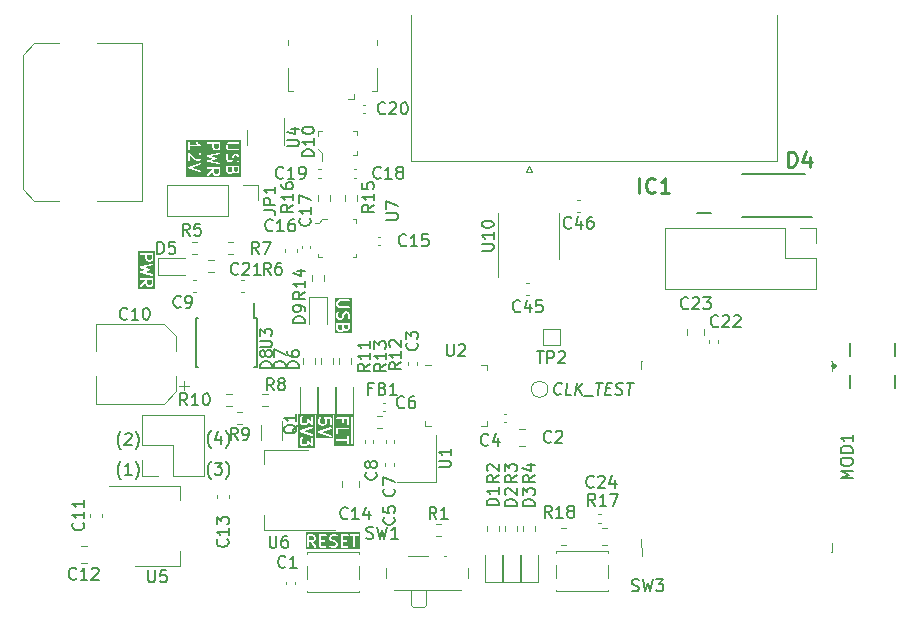
<source format=gbr>
%TF.GenerationSoftware,KiCad,Pcbnew,7.0.6*%
%TF.CreationDate,2023-10-09T12:22:11-06:00*%
%TF.ProjectId,CAN-USB RF Module,43414e2d-5553-4422-9052-46204d6f6475,2.0*%
%TF.SameCoordinates,Original*%
%TF.FileFunction,Legend,Top*%
%TF.FilePolarity,Positive*%
%FSLAX46Y46*%
G04 Gerber Fmt 4.6, Leading zero omitted, Abs format (unit mm)*
G04 Created by KiCad (PCBNEW 7.0.6) date 2023-10-09 12:22:11*
%MOMM*%
%LPD*%
G01*
G04 APERTURE LIST*
%ADD10C,0.150000*%
%ADD11C,0.160000*%
%ADD12C,0.254000*%
%ADD13C,0.120000*%
%ADD14C,0.200000*%
%ADD15C,0.127000*%
%ADD16C,0.300000*%
%ADD17C,0.100000*%
G04 APERTURE END LIST*
D10*
X111883693Y-105838571D02*
X111836074Y-105790952D01*
X111836074Y-105790952D02*
X111740836Y-105648095D01*
X111740836Y-105648095D02*
X111693217Y-105552857D01*
X111693217Y-105552857D02*
X111645598Y-105410000D01*
X111645598Y-105410000D02*
X111597979Y-105171904D01*
X111597979Y-105171904D02*
X111597979Y-104981428D01*
X111597979Y-104981428D02*
X111645598Y-104743333D01*
X111645598Y-104743333D02*
X111693217Y-104600476D01*
X111693217Y-104600476D02*
X111740836Y-104505238D01*
X111740836Y-104505238D02*
X111836074Y-104362380D01*
X111836074Y-104362380D02*
X111883693Y-104314761D01*
X112693217Y-104790952D02*
X112693217Y-105457619D01*
X112455122Y-104410000D02*
X112217027Y-105124285D01*
X112217027Y-105124285D02*
X112836074Y-105124285D01*
X113121789Y-105838571D02*
X113169408Y-105790952D01*
X113169408Y-105790952D02*
X113264646Y-105648095D01*
X113264646Y-105648095D02*
X113312265Y-105552857D01*
X113312265Y-105552857D02*
X113359884Y-105410000D01*
X113359884Y-105410000D02*
X113407503Y-105171904D01*
X113407503Y-105171904D02*
X113407503Y-104981428D01*
X113407503Y-104981428D02*
X113359884Y-104743333D01*
X113359884Y-104743333D02*
X113312265Y-104600476D01*
X113312265Y-104600476D02*
X113264646Y-104505238D01*
X113264646Y-104505238D02*
X113169408Y-104362380D01*
X113169408Y-104362380D02*
X113121789Y-104314761D01*
X111883693Y-108438571D02*
X111836074Y-108390952D01*
X111836074Y-108390952D02*
X111740836Y-108248095D01*
X111740836Y-108248095D02*
X111693217Y-108152857D01*
X111693217Y-108152857D02*
X111645598Y-108010000D01*
X111645598Y-108010000D02*
X111597979Y-107771904D01*
X111597979Y-107771904D02*
X111597979Y-107581428D01*
X111597979Y-107581428D02*
X111645598Y-107343333D01*
X111645598Y-107343333D02*
X111693217Y-107200476D01*
X111693217Y-107200476D02*
X111740836Y-107105238D01*
X111740836Y-107105238D02*
X111836074Y-106962380D01*
X111836074Y-106962380D02*
X111883693Y-106914761D01*
X112169408Y-107057619D02*
X112788455Y-107057619D01*
X112788455Y-107057619D02*
X112455122Y-107438571D01*
X112455122Y-107438571D02*
X112597979Y-107438571D01*
X112597979Y-107438571D02*
X112693217Y-107486190D01*
X112693217Y-107486190D02*
X112740836Y-107533809D01*
X112740836Y-107533809D02*
X112788455Y-107629047D01*
X112788455Y-107629047D02*
X112788455Y-107867142D01*
X112788455Y-107867142D02*
X112740836Y-107962380D01*
X112740836Y-107962380D02*
X112693217Y-108010000D01*
X112693217Y-108010000D02*
X112597979Y-108057619D01*
X112597979Y-108057619D02*
X112312265Y-108057619D01*
X112312265Y-108057619D02*
X112217027Y-108010000D01*
X112217027Y-108010000D02*
X112169408Y-107962380D01*
X113121789Y-108438571D02*
X113169408Y-108390952D01*
X113169408Y-108390952D02*
X113264646Y-108248095D01*
X113264646Y-108248095D02*
X113312265Y-108152857D01*
X113312265Y-108152857D02*
X113359884Y-108010000D01*
X113359884Y-108010000D02*
X113407503Y-107771904D01*
X113407503Y-107771904D02*
X113407503Y-107581428D01*
X113407503Y-107581428D02*
X113359884Y-107343333D01*
X113359884Y-107343333D02*
X113312265Y-107200476D01*
X113312265Y-107200476D02*
X113264646Y-107105238D01*
X113264646Y-107105238D02*
X113169408Y-106962380D01*
X113169408Y-106962380D02*
X113121789Y-106914761D01*
X104254493Y-105914771D02*
X104206874Y-105867152D01*
X104206874Y-105867152D02*
X104111636Y-105724295D01*
X104111636Y-105724295D02*
X104064017Y-105629057D01*
X104064017Y-105629057D02*
X104016398Y-105486200D01*
X104016398Y-105486200D02*
X103968779Y-105248104D01*
X103968779Y-105248104D02*
X103968779Y-105057628D01*
X103968779Y-105057628D02*
X104016398Y-104819533D01*
X104016398Y-104819533D02*
X104064017Y-104676676D01*
X104064017Y-104676676D02*
X104111636Y-104581438D01*
X104111636Y-104581438D02*
X104206874Y-104438580D01*
X104206874Y-104438580D02*
X104254493Y-104390961D01*
X104587827Y-104629057D02*
X104635446Y-104581438D01*
X104635446Y-104581438D02*
X104730684Y-104533819D01*
X104730684Y-104533819D02*
X104968779Y-104533819D01*
X104968779Y-104533819D02*
X105064017Y-104581438D01*
X105064017Y-104581438D02*
X105111636Y-104629057D01*
X105111636Y-104629057D02*
X105159255Y-104724295D01*
X105159255Y-104724295D02*
X105159255Y-104819533D01*
X105159255Y-104819533D02*
X105111636Y-104962390D01*
X105111636Y-104962390D02*
X104540208Y-105533819D01*
X104540208Y-105533819D02*
X105159255Y-105533819D01*
X105492589Y-105914771D02*
X105540208Y-105867152D01*
X105540208Y-105867152D02*
X105635446Y-105724295D01*
X105635446Y-105724295D02*
X105683065Y-105629057D01*
X105683065Y-105629057D02*
X105730684Y-105486200D01*
X105730684Y-105486200D02*
X105778303Y-105248104D01*
X105778303Y-105248104D02*
X105778303Y-105057628D01*
X105778303Y-105057628D02*
X105730684Y-104819533D01*
X105730684Y-104819533D02*
X105683065Y-104676676D01*
X105683065Y-104676676D02*
X105635446Y-104581438D01*
X105635446Y-104581438D02*
X105540208Y-104438580D01*
X105540208Y-104438580D02*
X105492589Y-104390961D01*
D11*
G36*
X106841700Y-91875282D02*
G01*
X106808333Y-91942015D01*
X106779071Y-91971276D01*
X106712339Y-92004643D01*
X106607252Y-92004643D01*
X106540518Y-91971276D01*
X106511257Y-91942014D01*
X106477891Y-91875282D01*
X106477891Y-91593215D01*
X106841700Y-91593215D01*
X106841700Y-91875282D01*
G37*
G36*
X106841700Y-89732424D02*
G01*
X106808333Y-89799158D01*
X106779071Y-89828419D01*
X106712339Y-89861786D01*
X106607252Y-89861786D01*
X106540518Y-89828419D01*
X106511257Y-89799157D01*
X106477891Y-89732425D01*
X106477891Y-89450358D01*
X106841700Y-89450358D01*
X106841700Y-89732424D01*
G37*
G36*
X107144557Y-92307500D02*
G01*
X105698983Y-92307500D01*
X105698983Y-91499323D01*
X105842915Y-91499323D01*
X105852418Y-91553215D01*
X105894338Y-91588390D01*
X105921700Y-91593215D01*
X106317891Y-91593215D01*
X106317891Y-91709657D01*
X105875823Y-92019104D01*
X105844429Y-92063926D01*
X105849190Y-92118442D01*
X105887880Y-92157143D01*
X105942394Y-92161920D01*
X105967577Y-92150182D01*
X106318731Y-91904373D01*
X106326337Y-91929944D01*
X106373956Y-92025182D01*
X106375222Y-92026381D01*
X106388941Y-92045974D01*
X106436560Y-92093592D01*
X106438141Y-92094329D01*
X106457352Y-92108578D01*
X106552590Y-92156197D01*
X106557341Y-92156743D01*
X106561005Y-92159818D01*
X106588367Y-92164643D01*
X106731224Y-92164643D01*
X106735718Y-92163006D01*
X106740370Y-92164118D01*
X106767001Y-92156197D01*
X106862239Y-92108578D01*
X106863438Y-92107311D01*
X106883031Y-92093593D01*
X106930649Y-92045974D01*
X106931386Y-92044392D01*
X106945635Y-92025182D01*
X106993254Y-91929944D01*
X106993800Y-91925192D01*
X106996875Y-91921529D01*
X107001700Y-91894167D01*
X107001700Y-91513215D01*
X106994591Y-91493683D01*
X106990982Y-91473215D01*
X106985452Y-91468575D01*
X106982984Y-91461792D01*
X106964982Y-91451398D01*
X106949062Y-91438040D01*
X106938670Y-91436207D01*
X106935592Y-91434430D01*
X106932091Y-91435047D01*
X106921700Y-91433215D01*
X105921700Y-91433215D01*
X105870277Y-91451931D01*
X105842915Y-91499323D01*
X105698983Y-91499323D01*
X105698983Y-90517949D01*
X105841840Y-90517949D01*
X105845172Y-90525652D01*
X105844451Y-90534013D01*
X105855755Y-90550116D01*
X105863567Y-90568174D01*
X105871069Y-90571932D01*
X105875892Y-90578802D01*
X105901087Y-90590514D01*
X106325501Y-90703691D01*
X105901087Y-90816868D01*
X105894206Y-90821673D01*
X105885870Y-90822639D01*
X105872352Y-90836936D01*
X105856223Y-90848202D01*
X105854041Y-90856304D01*
X105848275Y-90862404D01*
X105847110Y-90882046D01*
X105841996Y-90901044D01*
X105845533Y-90908654D01*
X105845037Y-90917032D01*
X105856770Y-90932826D01*
X105865064Y-90950668D01*
X105872665Y-90954223D01*
X105877670Y-90960960D01*
X105903170Y-90971991D01*
X106903170Y-91210087D01*
X106957530Y-91203791D01*
X106995125Y-91164025D01*
X106998363Y-91109398D01*
X106965730Y-91065470D01*
X106940230Y-91054438D01*
X106248649Y-90889776D01*
X106656599Y-90780990D01*
X106662595Y-90776802D01*
X106669882Y-90776156D01*
X106684498Y-90761505D01*
X106701464Y-90749656D01*
X106703365Y-90742592D01*
X106708532Y-90737414D01*
X106710310Y-90716797D01*
X106715691Y-90696814D01*
X106712607Y-90690180D01*
X106713236Y-90682893D01*
X106701347Y-90665958D01*
X106692623Y-90647190D01*
X106685995Y-90644089D01*
X106681794Y-90638105D01*
X106656599Y-90626392D01*
X106248651Y-90517606D01*
X106940230Y-90352944D01*
X106985919Y-90322827D01*
X107001560Y-90270386D01*
X106979833Y-90220161D01*
X106930906Y-90195652D01*
X106903170Y-90197295D01*
X105903170Y-90435390D01*
X105896163Y-90440008D01*
X105887804Y-90440750D01*
X105873908Y-90454679D01*
X105857481Y-90465508D01*
X105855082Y-90473550D01*
X105849155Y-90479492D01*
X105847463Y-90499093D01*
X105841840Y-90517949D01*
X105698983Y-90517949D01*
X105698983Y-89356466D01*
X105842915Y-89356466D01*
X105852418Y-89410358D01*
X105894338Y-89445533D01*
X105921700Y-89450358D01*
X106317891Y-89450358D01*
X106317891Y-89751310D01*
X106319527Y-89755804D01*
X106318416Y-89760456D01*
X106326337Y-89787087D01*
X106373956Y-89882325D01*
X106375222Y-89883524D01*
X106388941Y-89903117D01*
X106436560Y-89950735D01*
X106438141Y-89951472D01*
X106457352Y-89965721D01*
X106552590Y-90013340D01*
X106557341Y-90013886D01*
X106561005Y-90016961D01*
X106588367Y-90021786D01*
X106731224Y-90021786D01*
X106735718Y-90020149D01*
X106740370Y-90021261D01*
X106767001Y-90013340D01*
X106862239Y-89965721D01*
X106863438Y-89964454D01*
X106883031Y-89950736D01*
X106930649Y-89903117D01*
X106931386Y-89901535D01*
X106945635Y-89882325D01*
X106993254Y-89787087D01*
X106993800Y-89782335D01*
X106996875Y-89778672D01*
X107001700Y-89751310D01*
X107001700Y-89370358D01*
X106994591Y-89350826D01*
X106990982Y-89330358D01*
X106985452Y-89325718D01*
X106982984Y-89318935D01*
X106964982Y-89308541D01*
X106949062Y-89295183D01*
X106938670Y-89293350D01*
X106935592Y-89291573D01*
X106932091Y-89292190D01*
X106921700Y-89290358D01*
X105921700Y-89290358D01*
X105870277Y-89309074D01*
X105842915Y-89356466D01*
X105698983Y-89356466D01*
X105698983Y-89147501D01*
X107144557Y-89147501D01*
X107144557Y-92307500D01*
G37*
G36*
X120681157Y-105806748D02*
G01*
X119235443Y-105806748D01*
X119235443Y-105393415D01*
X119378300Y-105393415D01*
X119379936Y-105397910D01*
X119378825Y-105402562D01*
X119386746Y-105429193D01*
X119434366Y-105524431D01*
X119435634Y-105525632D01*
X119449351Y-105545222D01*
X119496970Y-105592840D01*
X119498551Y-105593577D01*
X119517762Y-105607826D01*
X119613000Y-105655445D01*
X119617751Y-105655991D01*
X119621415Y-105659066D01*
X119648777Y-105663891D01*
X119886872Y-105663891D01*
X119891366Y-105662254D01*
X119896018Y-105663366D01*
X119922649Y-105655445D01*
X120017887Y-105607826D01*
X120019086Y-105606559D01*
X120038679Y-105592841D01*
X120086297Y-105545222D01*
X120087034Y-105543640D01*
X120101283Y-105524430D01*
X120148902Y-105429192D01*
X120149448Y-105424440D01*
X120151622Y-105421849D01*
X120405620Y-105644097D01*
X120425727Y-105651890D01*
X120444408Y-105662676D01*
X120450693Y-105661567D01*
X120456644Y-105663874D01*
X120477060Y-105656918D01*
X120498300Y-105653173D01*
X120502401Y-105648284D01*
X120508444Y-105646226D01*
X120519613Y-105627772D01*
X120533475Y-105611253D01*
X120535062Y-105602247D01*
X120536780Y-105599411D01*
X120536210Y-105595739D01*
X120538300Y-105583891D01*
X120538300Y-104964844D01*
X120519584Y-104913421D01*
X120472192Y-104886059D01*
X120418300Y-104895562D01*
X120383125Y-104937482D01*
X120378300Y-104964844D01*
X120378299Y-105407590D01*
X120130028Y-105190352D01*
X120109920Y-105182558D01*
X120091240Y-105171773D01*
X120084954Y-105172881D01*
X120079004Y-105170575D01*
X120058587Y-105177530D01*
X120037348Y-105181276D01*
X120033246Y-105186164D01*
X120027204Y-105188223D01*
X120016035Y-105206675D01*
X120002173Y-105223196D01*
X120000584Y-105232202D01*
X119998868Y-105235039D01*
X119999437Y-105238710D01*
X119997348Y-105250558D01*
X119997348Y-105374529D01*
X119963981Y-105441263D01*
X119934719Y-105470524D01*
X119867987Y-105503891D01*
X119667662Y-105503891D01*
X119600928Y-105470524D01*
X119571667Y-105441262D01*
X119538300Y-105374528D01*
X119538300Y-105126587D01*
X119571667Y-105059853D01*
X119610107Y-105021413D01*
X119633235Y-104971817D01*
X119619071Y-104918958D01*
X119574244Y-104887570D01*
X119519730Y-104892340D01*
X119496970Y-104908276D01*
X119449351Y-104955894D01*
X119448610Y-104957482D01*
X119434366Y-104976685D01*
X119386746Y-105071923D01*
X119386199Y-105076675D01*
X119383125Y-105080339D01*
X119378300Y-105107701D01*
X119378300Y-105393415D01*
X119235443Y-105393415D01*
X119235443Y-104405150D01*
X119379165Y-104405150D01*
X119380261Y-104407175D01*
X119379924Y-104409453D01*
X119393168Y-104431010D01*
X119405222Y-104453271D01*
X119407364Y-104454117D01*
X119408570Y-104456080D01*
X119433002Y-104469310D01*
X120433001Y-104802643D01*
X120487704Y-104801148D01*
X120528649Y-104764841D01*
X120536675Y-104710709D01*
X120508030Y-104664083D01*
X120483598Y-104650853D01*
X119711283Y-104393415D01*
X120483598Y-104135977D01*
X120526463Y-104101960D01*
X120537435Y-104048347D01*
X120511377Y-104000226D01*
X120460485Y-103980112D01*
X120433001Y-103984187D01*
X119433002Y-104317520D01*
X119431197Y-104318952D01*
X119428896Y-104319015D01*
X119409967Y-104335799D01*
X119390136Y-104351537D01*
X119389674Y-104353794D01*
X119387951Y-104355322D01*
X119384238Y-104380354D01*
X119379165Y-104405150D01*
X119235443Y-104405150D01*
X119235443Y-103583891D01*
X119378300Y-103583891D01*
X119379936Y-103588386D01*
X119378825Y-103593038D01*
X119386746Y-103619669D01*
X119434366Y-103714907D01*
X119435634Y-103716108D01*
X119449351Y-103735698D01*
X119496970Y-103783316D01*
X119498551Y-103784053D01*
X119517762Y-103798302D01*
X119613000Y-103845921D01*
X119617751Y-103846467D01*
X119621415Y-103849542D01*
X119648777Y-103854367D01*
X119886872Y-103854367D01*
X119891366Y-103852730D01*
X119896018Y-103853842D01*
X119922649Y-103845921D01*
X120017887Y-103798302D01*
X120019086Y-103797035D01*
X120038679Y-103783317D01*
X120086297Y-103735698D01*
X120087034Y-103734116D01*
X120101283Y-103714906D01*
X120148902Y-103619668D01*
X120149448Y-103614916D01*
X120151622Y-103612325D01*
X120405620Y-103834573D01*
X120425727Y-103842366D01*
X120444408Y-103853152D01*
X120450693Y-103852043D01*
X120456644Y-103854350D01*
X120477060Y-103847394D01*
X120498300Y-103843649D01*
X120502401Y-103838760D01*
X120508444Y-103836702D01*
X120519613Y-103818248D01*
X120533475Y-103801729D01*
X120535062Y-103792723D01*
X120536780Y-103789887D01*
X120536210Y-103786215D01*
X120538300Y-103774367D01*
X120538300Y-103155320D01*
X120519584Y-103103897D01*
X120472192Y-103076535D01*
X120418300Y-103086038D01*
X120383125Y-103127958D01*
X120378300Y-103155320D01*
X120378299Y-103598066D01*
X120130028Y-103380828D01*
X120109920Y-103373034D01*
X120091240Y-103362249D01*
X120084954Y-103363357D01*
X120079004Y-103361051D01*
X120058587Y-103368006D01*
X120037348Y-103371752D01*
X120033246Y-103376640D01*
X120027204Y-103378699D01*
X120016035Y-103397151D01*
X120002173Y-103413672D01*
X120000584Y-103422678D01*
X119998868Y-103425515D01*
X119999437Y-103429186D01*
X119997348Y-103441034D01*
X119997348Y-103565005D01*
X119963981Y-103631739D01*
X119934719Y-103661000D01*
X119867987Y-103694367D01*
X119667662Y-103694367D01*
X119600928Y-103661000D01*
X119571667Y-103631738D01*
X119538300Y-103565004D01*
X119538300Y-103317063D01*
X119571667Y-103250329D01*
X119610107Y-103211889D01*
X119633235Y-103162293D01*
X119619071Y-103109434D01*
X119574244Y-103078046D01*
X119519730Y-103082816D01*
X119496970Y-103098752D01*
X119449351Y-103146370D01*
X119448610Y-103147958D01*
X119434366Y-103167161D01*
X119386746Y-103262399D01*
X119386199Y-103267151D01*
X119383125Y-103270815D01*
X119378300Y-103298177D01*
X119378300Y-103583891D01*
X119235443Y-103583891D01*
X119235443Y-102933678D01*
X120681157Y-102933678D01*
X120681157Y-105806748D01*
G37*
D10*
X104254493Y-108454771D02*
X104206874Y-108407152D01*
X104206874Y-108407152D02*
X104111636Y-108264295D01*
X104111636Y-108264295D02*
X104064017Y-108169057D01*
X104064017Y-108169057D02*
X104016398Y-108026200D01*
X104016398Y-108026200D02*
X103968779Y-107788104D01*
X103968779Y-107788104D02*
X103968779Y-107597628D01*
X103968779Y-107597628D02*
X104016398Y-107359533D01*
X104016398Y-107359533D02*
X104064017Y-107216676D01*
X104064017Y-107216676D02*
X104111636Y-107121438D01*
X104111636Y-107121438D02*
X104206874Y-106978580D01*
X104206874Y-106978580D02*
X104254493Y-106930961D01*
X105159255Y-108073819D02*
X104587827Y-108073819D01*
X104873541Y-108073819D02*
X104873541Y-107073819D01*
X104873541Y-107073819D02*
X104778303Y-107216676D01*
X104778303Y-107216676D02*
X104683065Y-107311914D01*
X104683065Y-107311914D02*
X104587827Y-107359533D01*
X105492589Y-108454771D02*
X105540208Y-108407152D01*
X105540208Y-108407152D02*
X105635446Y-108264295D01*
X105635446Y-108264295D02*
X105683065Y-108169057D01*
X105683065Y-108169057D02*
X105730684Y-108026200D01*
X105730684Y-108026200D02*
X105778303Y-107788104D01*
X105778303Y-107788104D02*
X105778303Y-107597628D01*
X105778303Y-107597628D02*
X105730684Y-107359533D01*
X105730684Y-107359533D02*
X105683065Y-107216676D01*
X105683065Y-107216676D02*
X105635446Y-107121438D01*
X105635446Y-107121438D02*
X105540208Y-106978580D01*
X105540208Y-106978580D02*
X105492589Y-106930961D01*
D11*
G36*
X120533157Y-113282665D02*
G01*
X120562419Y-113311926D01*
X120595786Y-113378660D01*
X120595786Y-113483746D01*
X120562419Y-113550480D01*
X120533157Y-113579741D01*
X120466425Y-113613108D01*
X120184358Y-113613108D01*
X120184358Y-113249299D01*
X120466425Y-113249299D01*
X120533157Y-113282665D01*
G37*
G36*
X124516476Y-114392156D02*
G01*
X119881501Y-114392156D01*
X119881501Y-114169299D01*
X120024358Y-114169299D01*
X120043074Y-114220722D01*
X120090466Y-114248084D01*
X120144358Y-114238581D01*
X120179533Y-114196661D01*
X120184358Y-114169299D01*
X120184358Y-113773108D01*
X120300800Y-113773108D01*
X120610248Y-114215176D01*
X120655069Y-114246571D01*
X120709586Y-114241809D01*
X120748286Y-114203119D01*
X120751250Y-114169299D01*
X121024358Y-114169299D01*
X121031466Y-114188830D01*
X121035076Y-114209299D01*
X121040605Y-114213938D01*
X121043074Y-114220722D01*
X121061075Y-114231115D01*
X121076996Y-114244474D01*
X121087387Y-114246306D01*
X121090466Y-114248084D01*
X121093966Y-114247466D01*
X121104358Y-114249299D01*
X121580548Y-114249299D01*
X121631971Y-114230583D01*
X121659333Y-114183191D01*
X121649830Y-114129299D01*
X121607910Y-114094124D01*
X121580548Y-114089299D01*
X121184358Y-114089299D01*
X121184358Y-113725489D01*
X121437691Y-113725489D01*
X121489114Y-113706773D01*
X121516476Y-113659381D01*
X121506973Y-113605489D01*
X121465053Y-113570314D01*
X121437691Y-113565489D01*
X121184358Y-113565489D01*
X121184358Y-113455013D01*
X121881501Y-113455013D01*
X121883137Y-113459507D01*
X121882026Y-113464159D01*
X121889947Y-113490790D01*
X121937566Y-113586028D01*
X121938832Y-113587227D01*
X121952551Y-113606820D01*
X122000170Y-113654438D01*
X122001751Y-113655175D01*
X122020962Y-113669424D01*
X122116200Y-113717043D01*
X122119964Y-113717476D01*
X122132574Y-113723100D01*
X122314529Y-113768588D01*
X122390300Y-113806474D01*
X122419562Y-113835735D01*
X122452929Y-113902468D01*
X122452929Y-113959937D01*
X122419561Y-114026671D01*
X122390301Y-114055932D01*
X122323568Y-114089299D01*
X122117341Y-114089299D01*
X121986799Y-114045785D01*
X121932097Y-114047280D01*
X121891152Y-114083587D01*
X121883125Y-114137718D01*
X121911771Y-114184345D01*
X121936203Y-114197575D01*
X122079059Y-114245194D01*
X122080807Y-114245146D01*
X122104358Y-114249299D01*
X122342453Y-114249299D01*
X122346947Y-114247662D01*
X122351599Y-114248774D01*
X122378230Y-114240853D01*
X122473468Y-114193234D01*
X122474668Y-114191966D01*
X122494260Y-114178248D01*
X122503209Y-114169299D01*
X122881501Y-114169299D01*
X122888609Y-114188830D01*
X122892219Y-114209299D01*
X122897748Y-114213938D01*
X122900217Y-114220722D01*
X122918218Y-114231115D01*
X122934139Y-114244474D01*
X122944530Y-114246306D01*
X122947609Y-114248084D01*
X122951109Y-114247466D01*
X122961501Y-114249299D01*
X123437691Y-114249299D01*
X123489114Y-114230583D01*
X123516476Y-114183191D01*
X123506973Y-114129299D01*
X123465053Y-114094124D01*
X123437691Y-114089299D01*
X123041501Y-114089299D01*
X123041501Y-113725489D01*
X123294834Y-113725489D01*
X123346257Y-113706773D01*
X123373619Y-113659381D01*
X123364116Y-113605489D01*
X123322196Y-113570314D01*
X123294834Y-113565489D01*
X123041501Y-113565489D01*
X123041501Y-113249299D01*
X123437691Y-113249299D01*
X123489114Y-113230583D01*
X123516476Y-113183191D01*
X123511577Y-113155407D01*
X123644621Y-113155407D01*
X123654124Y-113209299D01*
X123696044Y-113244474D01*
X123723406Y-113249299D01*
X123929120Y-113249299D01*
X123929120Y-114169299D01*
X123947836Y-114220722D01*
X123995228Y-114248084D01*
X124049120Y-114238581D01*
X124084295Y-114196661D01*
X124089120Y-114169299D01*
X124089120Y-113249299D01*
X124294834Y-113249299D01*
X124346257Y-113230583D01*
X124373619Y-113183191D01*
X124364116Y-113129299D01*
X124322196Y-113094124D01*
X124294834Y-113089299D01*
X123723406Y-113089299D01*
X123671983Y-113108015D01*
X123644621Y-113155407D01*
X123511577Y-113155407D01*
X123506973Y-113129299D01*
X123465053Y-113094124D01*
X123437691Y-113089299D01*
X122961501Y-113089299D01*
X122941969Y-113096407D01*
X122921501Y-113100017D01*
X122916861Y-113105546D01*
X122910078Y-113108015D01*
X122899684Y-113126016D01*
X122886326Y-113141937D01*
X122884493Y-113152328D01*
X122882716Y-113155407D01*
X122883333Y-113158907D01*
X122881501Y-113169299D01*
X122881501Y-114169299D01*
X122503209Y-114169299D01*
X122541879Y-114130628D01*
X122542617Y-114129045D01*
X122556864Y-114109837D01*
X122604483Y-114014599D01*
X122605029Y-114009847D01*
X122608104Y-114006184D01*
X122612929Y-113978822D01*
X122612929Y-113883584D01*
X122611292Y-113879089D01*
X122612404Y-113874438D01*
X122604483Y-113847807D01*
X122556864Y-113752569D01*
X122555594Y-113751366D01*
X122541878Y-113731777D01*
X122494260Y-113684158D01*
X122492672Y-113683417D01*
X122473468Y-113669173D01*
X122378230Y-113621554D01*
X122374464Y-113621120D01*
X122361856Y-113615497D01*
X122179900Y-113570008D01*
X122104128Y-113532122D01*
X122074867Y-113502860D01*
X122041501Y-113436127D01*
X122041501Y-113378660D01*
X122074867Y-113311927D01*
X122104128Y-113282665D01*
X122170862Y-113249299D01*
X122377089Y-113249299D01*
X122507630Y-113292813D01*
X122562333Y-113291318D01*
X122603278Y-113255011D01*
X122611304Y-113200879D01*
X122582659Y-113154253D01*
X122558227Y-113141023D01*
X122415370Y-113093404D01*
X122413621Y-113093451D01*
X122390072Y-113089299D01*
X122151977Y-113089299D01*
X122147482Y-113090935D01*
X122142831Y-113089824D01*
X122116200Y-113097745D01*
X122020962Y-113145364D01*
X122019759Y-113146633D01*
X122000170Y-113160350D01*
X121952551Y-113207968D01*
X121951810Y-113209555D01*
X121937566Y-113228760D01*
X121889947Y-113323998D01*
X121889400Y-113328749D01*
X121886326Y-113332413D01*
X121881501Y-113359775D01*
X121881501Y-113455013D01*
X121184358Y-113455013D01*
X121184358Y-113249299D01*
X121580548Y-113249299D01*
X121631971Y-113230583D01*
X121659333Y-113183191D01*
X121649830Y-113129299D01*
X121607910Y-113094124D01*
X121580548Y-113089299D01*
X121104358Y-113089299D01*
X121084826Y-113096407D01*
X121064358Y-113100017D01*
X121059718Y-113105546D01*
X121052935Y-113108015D01*
X121042541Y-113126016D01*
X121029183Y-113141937D01*
X121027350Y-113152328D01*
X121025573Y-113155407D01*
X121026190Y-113158907D01*
X121024358Y-113169299D01*
X121024358Y-114169299D01*
X120751250Y-114169299D01*
X120753063Y-114148605D01*
X120741325Y-114123422D01*
X120495517Y-113772267D01*
X120521087Y-113764662D01*
X120616325Y-113717043D01*
X120617524Y-113715776D01*
X120637117Y-113702058D01*
X120684735Y-113654439D01*
X120685472Y-113652857D01*
X120699721Y-113633647D01*
X120747340Y-113538409D01*
X120747886Y-113533657D01*
X120750961Y-113529994D01*
X120755786Y-113502632D01*
X120755786Y-113359775D01*
X120754149Y-113355280D01*
X120755261Y-113350629D01*
X120747340Y-113323998D01*
X120699721Y-113228760D01*
X120698451Y-113227557D01*
X120684735Y-113207968D01*
X120637117Y-113160349D01*
X120635529Y-113159608D01*
X120616325Y-113145364D01*
X120521087Y-113097745D01*
X120516335Y-113097198D01*
X120512672Y-113094124D01*
X120485310Y-113089299D01*
X120104358Y-113089299D01*
X120084826Y-113096407D01*
X120064358Y-113100017D01*
X120059718Y-113105546D01*
X120052935Y-113108015D01*
X120042541Y-113126016D01*
X120029183Y-113141937D01*
X120027350Y-113152328D01*
X120025573Y-113155407D01*
X120026190Y-113158907D01*
X120024358Y-113169299D01*
X120024358Y-114169299D01*
X119881501Y-114169299D01*
X119881501Y-112946442D01*
X124516476Y-112946442D01*
X124516476Y-114392156D01*
G37*
G36*
X124006777Y-105618238D02*
G01*
X122283443Y-105618238D01*
X122283443Y-105096990D01*
X122427515Y-105096990D01*
X122437018Y-105150882D01*
X122478938Y-105186057D01*
X122506300Y-105190882D01*
X123426300Y-105190882D01*
X123426300Y-105396596D01*
X123445016Y-105448019D01*
X123492408Y-105475381D01*
X123546300Y-105465878D01*
X123581475Y-105423958D01*
X123586300Y-105396596D01*
X123586300Y-105391835D01*
X123703920Y-105391835D01*
X123722636Y-105443258D01*
X123770028Y-105470620D01*
X123823920Y-105461117D01*
X123859095Y-105419197D01*
X123863920Y-105391835D01*
X123863920Y-103163263D01*
X123845204Y-103111840D01*
X123797812Y-103084478D01*
X123743920Y-103093981D01*
X123708745Y-103135901D01*
X123703920Y-103163263D01*
X123703920Y-105391835D01*
X123586300Y-105391835D01*
X123586300Y-104825168D01*
X123567584Y-104773745D01*
X123520192Y-104746383D01*
X123466300Y-104755886D01*
X123431125Y-104797806D01*
X123426300Y-104825168D01*
X123426300Y-105030882D01*
X122506300Y-105030882D01*
X122454877Y-105049598D01*
X122427515Y-105096990D01*
X122283443Y-105096990D01*
X122283443Y-104634691D01*
X122426300Y-104634691D01*
X122445016Y-104686114D01*
X122492408Y-104713476D01*
X122546300Y-104703973D01*
X122581475Y-104662053D01*
X122586300Y-104634691D01*
X122586300Y-104238501D01*
X123506300Y-104238501D01*
X123557723Y-104219785D01*
X123585085Y-104172393D01*
X123575582Y-104118501D01*
X123533662Y-104083326D01*
X123506300Y-104078501D01*
X122506300Y-104078501D01*
X122486768Y-104085609D01*
X122466300Y-104089219D01*
X122461660Y-104094748D01*
X122454877Y-104097217D01*
X122444483Y-104115218D01*
X122431125Y-104131139D01*
X122429292Y-104141530D01*
X122427515Y-104144609D01*
X122428132Y-104148109D01*
X122426300Y-104158501D01*
X122426300Y-104634691D01*
X122283443Y-104634691D01*
X122283443Y-103287466D01*
X122427515Y-103287466D01*
X122437018Y-103341358D01*
X122478938Y-103376533D01*
X122506300Y-103381358D01*
X122950110Y-103381358D01*
X122950110Y-103634691D01*
X122968826Y-103686114D01*
X123016218Y-103713476D01*
X123070110Y-103703973D01*
X123105285Y-103662053D01*
X123110110Y-103634691D01*
X123110110Y-103381358D01*
X123426300Y-103381358D01*
X123426300Y-103777548D01*
X123445016Y-103828971D01*
X123492408Y-103856333D01*
X123546300Y-103846830D01*
X123581475Y-103804910D01*
X123586300Y-103777548D01*
X123586300Y-103301358D01*
X123579191Y-103281826D01*
X123575582Y-103261358D01*
X123570052Y-103256718D01*
X123567584Y-103249935D01*
X123549582Y-103239541D01*
X123533662Y-103226183D01*
X123523270Y-103224350D01*
X123520192Y-103222573D01*
X123516691Y-103223190D01*
X123506300Y-103221358D01*
X122506300Y-103221358D01*
X122454877Y-103240074D01*
X122427515Y-103287466D01*
X122283443Y-103287466D01*
X122283443Y-102941621D01*
X124006777Y-102941621D01*
X124006777Y-105618238D01*
G37*
G36*
X123002510Y-95627707D02*
G01*
X122964968Y-95740333D01*
X122939881Y-95765419D01*
X122873149Y-95798786D01*
X122768062Y-95798786D01*
X122701328Y-95765419D01*
X122672067Y-95736157D01*
X122638700Y-95669423D01*
X122638700Y-95387358D01*
X123002510Y-95387358D01*
X123002510Y-95627707D01*
G37*
G36*
X123478700Y-95621805D02*
G01*
X123445333Y-95688539D01*
X123416071Y-95717800D01*
X123349339Y-95751167D01*
X123291871Y-95751167D01*
X123225137Y-95717800D01*
X123195876Y-95688538D01*
X123162510Y-95621805D01*
X123162510Y-95387358D01*
X123478700Y-95387358D01*
X123478700Y-95621805D01*
G37*
G36*
X123781557Y-96101643D02*
G01*
X122335843Y-96101643D01*
X122335843Y-95688310D01*
X122478700Y-95688310D01*
X122480336Y-95692805D01*
X122479225Y-95697457D01*
X122487146Y-95724088D01*
X122534766Y-95819326D01*
X122536034Y-95820527D01*
X122549751Y-95840117D01*
X122597370Y-95887735D01*
X122598951Y-95888472D01*
X122618162Y-95902721D01*
X122713400Y-95950340D01*
X122718151Y-95950886D01*
X122721815Y-95953961D01*
X122749177Y-95958786D01*
X122892034Y-95958786D01*
X122896528Y-95957149D01*
X122901180Y-95958261D01*
X122927811Y-95950340D01*
X123023049Y-95902721D01*
X123024248Y-95901454D01*
X123043841Y-95887736D01*
X123091459Y-95840117D01*
X123093480Y-95835781D01*
X123097556Y-95833278D01*
X123103452Y-95822389D01*
X123121179Y-95840116D01*
X123122760Y-95840853D01*
X123141971Y-95855102D01*
X123237209Y-95902721D01*
X123241960Y-95903267D01*
X123245624Y-95906342D01*
X123272986Y-95911167D01*
X123368224Y-95911167D01*
X123372718Y-95909530D01*
X123377370Y-95910642D01*
X123404001Y-95902721D01*
X123499239Y-95855102D01*
X123500438Y-95853835D01*
X123520031Y-95840117D01*
X123567649Y-95792498D01*
X123568386Y-95790916D01*
X123582635Y-95771706D01*
X123630254Y-95676468D01*
X123630800Y-95671716D01*
X123633875Y-95668053D01*
X123638700Y-95640691D01*
X123638700Y-95307358D01*
X123631591Y-95287826D01*
X123627982Y-95267358D01*
X123622452Y-95262718D01*
X123619984Y-95255935D01*
X123601982Y-95245541D01*
X123586062Y-95232183D01*
X123575670Y-95230350D01*
X123572592Y-95228573D01*
X123569091Y-95229190D01*
X123558700Y-95227358D01*
X122558700Y-95227358D01*
X122539168Y-95234466D01*
X122518700Y-95238076D01*
X122514060Y-95243605D01*
X122507277Y-95246074D01*
X122496883Y-95264075D01*
X122483525Y-95279996D01*
X122481692Y-95290387D01*
X122479915Y-95293466D01*
X122480532Y-95296966D01*
X122478700Y-95307358D01*
X122478700Y-95688310D01*
X122335843Y-95688310D01*
X122335843Y-94688310D01*
X122478700Y-94688310D01*
X122480336Y-94692805D01*
X122479225Y-94697457D01*
X122487146Y-94724088D01*
X122534766Y-94819326D01*
X122536034Y-94820527D01*
X122549751Y-94840117D01*
X122597370Y-94887735D01*
X122598951Y-94888472D01*
X122618162Y-94902721D01*
X122713400Y-94950340D01*
X122718151Y-94950886D01*
X122721815Y-94953961D01*
X122749177Y-94958786D01*
X122844415Y-94958786D01*
X122848909Y-94957149D01*
X122853561Y-94958261D01*
X122880192Y-94950340D01*
X122975430Y-94902721D01*
X122976629Y-94901454D01*
X122996222Y-94887736D01*
X123043840Y-94840117D01*
X123044577Y-94838535D01*
X123058826Y-94819325D01*
X123106445Y-94724087D01*
X123106878Y-94720322D01*
X123112502Y-94707713D01*
X123157991Y-94525756D01*
X123195876Y-94449986D01*
X123225137Y-94420724D01*
X123291871Y-94387358D01*
X123349339Y-94387358D01*
X123416071Y-94420724D01*
X123445333Y-94449985D01*
X123478700Y-94516719D01*
X123478700Y-94722946D01*
X123435186Y-94853488D01*
X123436681Y-94908190D01*
X123472988Y-94949135D01*
X123527119Y-94957162D01*
X123573746Y-94928516D01*
X123586976Y-94904084D01*
X123634595Y-94761228D01*
X123634547Y-94759479D01*
X123638700Y-94735929D01*
X123638700Y-94497834D01*
X123637063Y-94493339D01*
X123638175Y-94488688D01*
X123630254Y-94462057D01*
X123582635Y-94366819D01*
X123581365Y-94365616D01*
X123567649Y-94346027D01*
X123520031Y-94298408D01*
X123518443Y-94297667D01*
X123499239Y-94283423D01*
X123404001Y-94235804D01*
X123399249Y-94235257D01*
X123395586Y-94232183D01*
X123368224Y-94227358D01*
X123272986Y-94227358D01*
X123268491Y-94228994D01*
X123263840Y-94227883D01*
X123237209Y-94235804D01*
X123141971Y-94283423D01*
X123140768Y-94284692D01*
X123121179Y-94298409D01*
X123073560Y-94346027D01*
X123072819Y-94347614D01*
X123058575Y-94366819D01*
X123010956Y-94462057D01*
X123010522Y-94465822D01*
X123004899Y-94478431D01*
X122959410Y-94660386D01*
X122921524Y-94736158D01*
X122892262Y-94765419D01*
X122825530Y-94798786D01*
X122768062Y-94798786D01*
X122701328Y-94765419D01*
X122672067Y-94736157D01*
X122638700Y-94669423D01*
X122638700Y-94463199D01*
X122682215Y-94332657D01*
X122680721Y-94277954D01*
X122644414Y-94237009D01*
X122590282Y-94228982D01*
X122543656Y-94257627D01*
X122530426Y-94282059D01*
X122482805Y-94424916D01*
X122482852Y-94426665D01*
X122478700Y-94450215D01*
X122478700Y-94688310D01*
X122335843Y-94688310D01*
X122335843Y-93688310D01*
X122478700Y-93688310D01*
X122480336Y-93692805D01*
X122479225Y-93697457D01*
X122487146Y-93724088D01*
X122534766Y-93819326D01*
X122536034Y-93820527D01*
X122549751Y-93840117D01*
X122597370Y-93887735D01*
X122598951Y-93888472D01*
X122618162Y-93902721D01*
X122713400Y-93950340D01*
X122718151Y-93950886D01*
X122721815Y-93953961D01*
X122749177Y-93958786D01*
X123558700Y-93958786D01*
X123610123Y-93940070D01*
X123637485Y-93892678D01*
X123627982Y-93838786D01*
X123586062Y-93803611D01*
X123558700Y-93798786D01*
X122768062Y-93798786D01*
X122701328Y-93765419D01*
X122672067Y-93736157D01*
X122638700Y-93669423D01*
X122638700Y-93516720D01*
X122672067Y-93449986D01*
X122701328Y-93420724D01*
X122768062Y-93387358D01*
X123558700Y-93387358D01*
X123610123Y-93368642D01*
X123637485Y-93321250D01*
X123627982Y-93267358D01*
X123586062Y-93232183D01*
X123558700Y-93227358D01*
X122749177Y-93227358D01*
X122744682Y-93228994D01*
X122740031Y-93227883D01*
X122713400Y-93235804D01*
X122618162Y-93283423D01*
X122616959Y-93284692D01*
X122597370Y-93298409D01*
X122549751Y-93346027D01*
X122549010Y-93347615D01*
X122534766Y-93366818D01*
X122487146Y-93462056D01*
X122486599Y-93466808D01*
X122483525Y-93470472D01*
X122478700Y-93497834D01*
X122478700Y-93688310D01*
X122335843Y-93688310D01*
X122335843Y-93084501D01*
X123781557Y-93084501D01*
X123781557Y-96101643D01*
G37*
D10*
G36*
X112520180Y-82471883D02*
G01*
X112485922Y-82540398D01*
X112455514Y-82570806D01*
X112386999Y-82605064D01*
X112279552Y-82605064D01*
X112211036Y-82570806D01*
X112180628Y-82540398D01*
X112146371Y-82471883D01*
X112146371Y-82183636D01*
X112520180Y-82183636D01*
X112520180Y-82471883D01*
G37*
G36*
X113653990Y-82286942D02*
G01*
X113615819Y-82401455D01*
X113589324Y-82427949D01*
X113520809Y-82462207D01*
X113413362Y-82462207D01*
X113344846Y-82427949D01*
X113314438Y-82397541D01*
X113280180Y-82329024D01*
X113280180Y-82040779D01*
X113653990Y-82040779D01*
X113653990Y-82286942D01*
G37*
G36*
X114130180Y-82281407D02*
G01*
X114095922Y-82349923D01*
X114065515Y-82380329D01*
X113996999Y-82414588D01*
X113937171Y-82414588D01*
X113868655Y-82380330D01*
X113838247Y-82349922D01*
X113803990Y-82281407D01*
X113803990Y-82040779D01*
X114130180Y-82040779D01*
X114130180Y-82281407D01*
G37*
G36*
X112520180Y-80329025D02*
G01*
X112485922Y-80397541D01*
X112455514Y-80427949D01*
X112386999Y-80462207D01*
X112279552Y-80462207D01*
X112211036Y-80427948D01*
X112180629Y-80397542D01*
X112146371Y-80329025D01*
X112146371Y-80040779D01*
X112520180Y-80040779D01*
X112520180Y-80329025D01*
G37*
G36*
X114423037Y-82897921D02*
G01*
X109767323Y-82897921D01*
X109767323Y-82072018D01*
X109910991Y-82072018D01*
X109912019Y-82073917D01*
X109911703Y-82076053D01*
X109924121Y-82096266D01*
X109935420Y-82117132D01*
X109937427Y-82117925D01*
X109938558Y-82119765D01*
X109961463Y-82132168D01*
X110961463Y-82465501D01*
X111012746Y-82464100D01*
X111051132Y-82430062D01*
X111058657Y-82379314D01*
X111031802Y-82335601D01*
X111008897Y-82323199D01*
X110326135Y-82095612D01*
X111521319Y-82095612D01*
X111530228Y-82146136D01*
X111569528Y-82179113D01*
X111595180Y-82183636D01*
X111996371Y-82183636D01*
X111996371Y-82307681D01*
X111552170Y-82618622D01*
X111522739Y-82660643D01*
X111527202Y-82711751D01*
X111563474Y-82748033D01*
X111614581Y-82752511D01*
X111638190Y-82741506D01*
X111996716Y-82490537D01*
X111997904Y-82493801D01*
X111996863Y-82498162D01*
X112004289Y-82523129D01*
X112051908Y-82618367D01*
X112053097Y-82619492D01*
X112065957Y-82637859D01*
X112113576Y-82685478D01*
X112115057Y-82686169D01*
X112133068Y-82699527D01*
X112228306Y-82747146D01*
X112232759Y-82747658D01*
X112236195Y-82750541D01*
X112261847Y-82755064D01*
X112404704Y-82755064D01*
X112408917Y-82753530D01*
X112413278Y-82754572D01*
X112438245Y-82747146D01*
X112533483Y-82699527D01*
X112534608Y-82698337D01*
X112552975Y-82685478D01*
X112600594Y-82637859D01*
X112601285Y-82636377D01*
X112614643Y-82618367D01*
X112662262Y-82523129D01*
X112662774Y-82518675D01*
X112665657Y-82515240D01*
X112670180Y-82489588D01*
X112670180Y-82346731D01*
X113130180Y-82346731D01*
X113131713Y-82350944D01*
X113130672Y-82355306D01*
X113138098Y-82380273D01*
X113185718Y-82475511D01*
X113186909Y-82476638D01*
X113199767Y-82495002D01*
X113247386Y-82542621D01*
X113248867Y-82543312D01*
X113266878Y-82556670D01*
X113362116Y-82604289D01*
X113366569Y-82604801D01*
X113370005Y-82607684D01*
X113395657Y-82612207D01*
X113538514Y-82612207D01*
X113542727Y-82610673D01*
X113547088Y-82611715D01*
X113572055Y-82604289D01*
X113667293Y-82556670D01*
X113668418Y-82555480D01*
X113686785Y-82542621D01*
X113734404Y-82495002D01*
X113736299Y-82490937D01*
X113740119Y-82488591D01*
X113748783Y-82472590D01*
X113771195Y-82495002D01*
X113772676Y-82495693D01*
X113790687Y-82509051D01*
X113885925Y-82556670D01*
X113890378Y-82557182D01*
X113893814Y-82560065D01*
X113919466Y-82564588D01*
X114014704Y-82564588D01*
X114018917Y-82563054D01*
X114023278Y-82564096D01*
X114048245Y-82556670D01*
X114143483Y-82509051D01*
X114144608Y-82507861D01*
X114162975Y-82495002D01*
X114210594Y-82447383D01*
X114211285Y-82445901D01*
X114224643Y-82427891D01*
X114272262Y-82332653D01*
X114272774Y-82328199D01*
X114275657Y-82324764D01*
X114280180Y-82299112D01*
X114280180Y-81965779D01*
X114273516Y-81947470D01*
X114270132Y-81928279D01*
X114264947Y-81923928D01*
X114262633Y-81917570D01*
X114245759Y-81907827D01*
X114230832Y-81895302D01*
X114221089Y-81893584D01*
X114218204Y-81891918D01*
X114214921Y-81892496D01*
X114205180Y-81890779D01*
X113205180Y-81890779D01*
X113186871Y-81897442D01*
X113167680Y-81900827D01*
X113163329Y-81906011D01*
X113156971Y-81908326D01*
X113147228Y-81925199D01*
X113134703Y-81940127D01*
X113132985Y-81949869D01*
X113131319Y-81952755D01*
X113131897Y-81956037D01*
X113130180Y-81965779D01*
X113130180Y-82346731D01*
X112670180Y-82346731D01*
X112670180Y-82108636D01*
X112663516Y-82090327D01*
X112660132Y-82071136D01*
X112654947Y-82066785D01*
X112652633Y-82060427D01*
X112635759Y-82050684D01*
X112620832Y-82038159D01*
X112611089Y-82036441D01*
X112608204Y-82034775D01*
X112604921Y-82035353D01*
X112595180Y-82033636D01*
X111595180Y-82033636D01*
X111546971Y-82051183D01*
X111521319Y-82095612D01*
X110326135Y-82095612D01*
X110222350Y-82061017D01*
X111008897Y-81798835D01*
X111049083Y-81766944D01*
X111059369Y-81716683D01*
X111034940Y-81671569D01*
X110987228Y-81652712D01*
X110961463Y-81656533D01*
X109961463Y-81989866D01*
X109959771Y-81991208D01*
X109957613Y-81991267D01*
X109939851Y-82007016D01*
X109921277Y-82021757D01*
X109920844Y-82023870D01*
X109919228Y-82025304D01*
X109915747Y-82048774D01*
X109910991Y-82072018D01*
X109767323Y-82072018D01*
X109767323Y-81441969D01*
X109910180Y-81441969D01*
X109927727Y-81490178D01*
X109972156Y-81515830D01*
X110022680Y-81506921D01*
X110055657Y-81467621D01*
X110060180Y-81441969D01*
X110060180Y-81003987D01*
X110503576Y-81447383D01*
X110507640Y-81449278D01*
X110509987Y-81453098D01*
X110532892Y-81465501D01*
X110675748Y-81513120D01*
X110677383Y-81513075D01*
X110699466Y-81516969D01*
X110794704Y-81516969D01*
X110798917Y-81515435D01*
X110803278Y-81516477D01*
X110828245Y-81509051D01*
X110923483Y-81461432D01*
X110924608Y-81460242D01*
X110942975Y-81447383D01*
X110990594Y-81399764D01*
X110991285Y-81398282D01*
X111004643Y-81380272D01*
X111052262Y-81285034D01*
X111052774Y-81280580D01*
X111055657Y-81277145D01*
X111060180Y-81251493D01*
X111060180Y-81113074D01*
X111520311Y-81113074D01*
X111523435Y-81120296D01*
X111522759Y-81128134D01*
X111533356Y-81143230D01*
X111540680Y-81160160D01*
X111547714Y-81163683D01*
X111552235Y-81170124D01*
X111575855Y-81181104D01*
X112018386Y-81299112D01*
X111575855Y-81417120D01*
X111569403Y-81421625D01*
X111561589Y-81422531D01*
X111548915Y-81435936D01*
X111533795Y-81446497D01*
X111531750Y-81454091D01*
X111526344Y-81459810D01*
X111525252Y-81478223D01*
X111520457Y-81496035D01*
X111523774Y-81503171D01*
X111523309Y-81511024D01*
X111534306Y-81525828D01*
X111542083Y-81542557D01*
X111549210Y-81545890D01*
X111553902Y-81552207D01*
X111577808Y-81562548D01*
X112577808Y-81800644D01*
X112628771Y-81794741D01*
X112664016Y-81757462D01*
X112667051Y-81706248D01*
X112636458Y-81665065D01*
X112612551Y-81654724D01*
X111901695Y-81485471D01*
X112328791Y-81371580D01*
X112334413Y-81367652D01*
X112341244Y-81367047D01*
X112354949Y-81353309D01*
X112364368Y-81346731D01*
X113130180Y-81346731D01*
X113131713Y-81350944D01*
X113130672Y-81355306D01*
X113138098Y-81380273D01*
X113185718Y-81475511D01*
X113186909Y-81476638D01*
X113199767Y-81495002D01*
X113247386Y-81542621D01*
X113248867Y-81543312D01*
X113266878Y-81556670D01*
X113362116Y-81604289D01*
X113366569Y-81604801D01*
X113370005Y-81607684D01*
X113395657Y-81612207D01*
X113490895Y-81612207D01*
X113495108Y-81610673D01*
X113499469Y-81611715D01*
X113524436Y-81604289D01*
X113619674Y-81556670D01*
X113620799Y-81555480D01*
X113639166Y-81542621D01*
X113686785Y-81495002D01*
X113687476Y-81493520D01*
X113700834Y-81475510D01*
X113748453Y-81380272D01*
X113748859Y-81376743D01*
X113754132Y-81364921D01*
X113799754Y-81182431D01*
X113838247Y-81105444D01*
X113868655Y-81075037D01*
X113937171Y-81040779D01*
X113996999Y-81040779D01*
X114065515Y-81075037D01*
X114095922Y-81105444D01*
X114130180Y-81173960D01*
X114130180Y-81382180D01*
X114086410Y-81513490D01*
X114087811Y-81564774D01*
X114121848Y-81603159D01*
X114172597Y-81610684D01*
X114216309Y-81583829D01*
X114228712Y-81560924D01*
X114276331Y-81418068D01*
X114276286Y-81416432D01*
X114280180Y-81394350D01*
X114280180Y-81156255D01*
X114278646Y-81152041D01*
X114279688Y-81147680D01*
X114272262Y-81122714D01*
X114224643Y-81027476D01*
X114223453Y-81026350D01*
X114210594Y-81007984D01*
X114162975Y-80960365D01*
X114161493Y-80959674D01*
X114143483Y-80946316D01*
X114048245Y-80898697D01*
X114043791Y-80898184D01*
X114040356Y-80895302D01*
X114014704Y-80890779D01*
X113919466Y-80890779D01*
X113915252Y-80892312D01*
X113910891Y-80891271D01*
X113885925Y-80898697D01*
X113790687Y-80946316D01*
X113789561Y-80947505D01*
X113771195Y-80960365D01*
X113723576Y-81007984D01*
X113722885Y-81009465D01*
X113709527Y-81027476D01*
X113661908Y-81122714D01*
X113661501Y-81126242D01*
X113656229Y-81138065D01*
X113610606Y-81320555D01*
X113572112Y-81397542D01*
X113541705Y-81427949D01*
X113473190Y-81462207D01*
X113413362Y-81462207D01*
X113344846Y-81427949D01*
X113314438Y-81397541D01*
X113280180Y-81329024D01*
X113280180Y-81120807D01*
X113323951Y-80989496D01*
X113322550Y-80938212D01*
X113288513Y-80899827D01*
X113237765Y-80892301D01*
X113194052Y-80919156D01*
X113181649Y-80942061D01*
X113134029Y-81084918D01*
X113134073Y-81086553D01*
X113130180Y-81108636D01*
X113130180Y-81346731D01*
X112364368Y-81346731D01*
X112370851Y-81342203D01*
X112372633Y-81335584D01*
X112377478Y-81330728D01*
X112379146Y-81311394D01*
X112384189Y-81292665D01*
X112381298Y-81286446D01*
X112381888Y-81279614D01*
X112370741Y-81263735D01*
X112362563Y-81246142D01*
X112356350Y-81243236D01*
X112352411Y-81237624D01*
X112328791Y-81226644D01*
X111901696Y-81112752D01*
X112612552Y-80943501D01*
X112655385Y-80915265D01*
X112670049Y-80866103D01*
X112649680Y-80819017D01*
X112603811Y-80796039D01*
X112577809Y-80797581D01*
X111577808Y-81035676D01*
X111571239Y-81040005D01*
X111563402Y-81040701D01*
X111550372Y-81053761D01*
X111534975Y-81063912D01*
X111532726Y-81071450D01*
X111527169Y-81077021D01*
X111525583Y-81095397D01*
X111520311Y-81113074D01*
X111060180Y-81113074D01*
X111060180Y-81013398D01*
X111058646Y-81009184D01*
X111059688Y-81004823D01*
X111052262Y-80979857D01*
X111004643Y-80884619D01*
X111003453Y-80883493D01*
X110990594Y-80865127D01*
X110942975Y-80817508D01*
X110896478Y-80795827D01*
X110846924Y-80809104D01*
X110817497Y-80851130D01*
X110821969Y-80902237D01*
X110836909Y-80923574D01*
X110875921Y-80962586D01*
X110910180Y-81031102D01*
X110910180Y-81233787D01*
X110875922Y-81302303D01*
X110845514Y-81332711D01*
X110776999Y-81366969D01*
X110711636Y-81366969D01*
X110597122Y-81328797D01*
X110038213Y-80769889D01*
X110017759Y-80760351D01*
X109998204Y-80749061D01*
X109994823Y-80749657D01*
X109991716Y-80748208D01*
X109969913Y-80754049D01*
X109947680Y-80757970D01*
X109945475Y-80760597D01*
X109942162Y-80761485D01*
X109929213Y-80779976D01*
X109914703Y-80797270D01*
X109913894Y-80801854D01*
X109912735Y-80803511D01*
X109913022Y-80806799D01*
X109910180Y-80822922D01*
X109910180Y-81441969D01*
X109767323Y-81441969D01*
X109767323Y-80489588D01*
X109910180Y-80489588D01*
X109927727Y-80537797D01*
X109972156Y-80563449D01*
X110022680Y-80554540D01*
X110055657Y-80515240D01*
X110060180Y-80489588D01*
X110060180Y-80278874D01*
X110985180Y-80278874D01*
X110989233Y-80277398D01*
X110993423Y-80278419D01*
X111012935Y-80268771D01*
X111033389Y-80261327D01*
X111035544Y-80257592D01*
X111039412Y-80255681D01*
X111048158Y-80235746D01*
X111059041Y-80216898D01*
X111058292Y-80212650D01*
X111060025Y-80208701D01*
X111053911Y-80187806D01*
X111050132Y-80166374D01*
X111046829Y-80163602D01*
X111045618Y-80159463D01*
X111026783Y-80141470D01*
X110890103Y-80050350D01*
X110808724Y-79968971D01*
X110800616Y-79952755D01*
X111521319Y-79952755D01*
X111530228Y-80003279D01*
X111569528Y-80036256D01*
X111595180Y-80040779D01*
X111996371Y-80040779D01*
X111996371Y-80346731D01*
X111997904Y-80350944D01*
X111996863Y-80355305D01*
X112004289Y-80380272D01*
X112051908Y-80475510D01*
X112053097Y-80476635D01*
X112065957Y-80495002D01*
X112113576Y-80542621D01*
X112115057Y-80543312D01*
X112133068Y-80556670D01*
X112228306Y-80604289D01*
X112232759Y-80604801D01*
X112236195Y-80607684D01*
X112261847Y-80612207D01*
X112404704Y-80612207D01*
X112408917Y-80610673D01*
X112413278Y-80611715D01*
X112438245Y-80604289D01*
X112533483Y-80556670D01*
X112534608Y-80555480D01*
X112552975Y-80542621D01*
X112600594Y-80495002D01*
X112601285Y-80493520D01*
X112614643Y-80475510D01*
X112662262Y-80380272D01*
X112662774Y-80375818D01*
X112665657Y-80372383D01*
X112670180Y-80346731D01*
X113130180Y-80346731D01*
X113131713Y-80350944D01*
X113130672Y-80355306D01*
X113138098Y-80380273D01*
X113185718Y-80475511D01*
X113186909Y-80476638D01*
X113199767Y-80495002D01*
X113247386Y-80542621D01*
X113248867Y-80543312D01*
X113266878Y-80556670D01*
X113362116Y-80604289D01*
X113366569Y-80604801D01*
X113370005Y-80607684D01*
X113395657Y-80612207D01*
X114205180Y-80612207D01*
X114253389Y-80594660D01*
X114279041Y-80550231D01*
X114270132Y-80499707D01*
X114230832Y-80466730D01*
X114205180Y-80462207D01*
X113413362Y-80462207D01*
X113344846Y-80427949D01*
X113314438Y-80397541D01*
X113280180Y-80329024D01*
X113280180Y-80173961D01*
X113314438Y-80105444D01*
X113344845Y-80075037D01*
X113413362Y-80040779D01*
X114205180Y-80040779D01*
X114253389Y-80023232D01*
X114279041Y-79978803D01*
X114270132Y-79928279D01*
X114230832Y-79895302D01*
X114205180Y-79890779D01*
X113395657Y-79890779D01*
X113391443Y-79892312D01*
X113387082Y-79891271D01*
X113362116Y-79898697D01*
X113266878Y-79946316D01*
X113265752Y-79947505D01*
X113247386Y-79960365D01*
X113199767Y-80007984D01*
X113199075Y-80009466D01*
X113185718Y-80027475D01*
X113138098Y-80122713D01*
X113137585Y-80127167D01*
X113134703Y-80130603D01*
X113130180Y-80156255D01*
X113130180Y-80346731D01*
X112670180Y-80346731D01*
X112670180Y-79965779D01*
X112663516Y-79947470D01*
X112660132Y-79928279D01*
X112654947Y-79923928D01*
X112652633Y-79917570D01*
X112635759Y-79907827D01*
X112620832Y-79895302D01*
X112611089Y-79893584D01*
X112608204Y-79891918D01*
X112604921Y-79892496D01*
X112595180Y-79890779D01*
X111595180Y-79890779D01*
X111546971Y-79908326D01*
X111521319Y-79952755D01*
X110800616Y-79952755D01*
X110766548Y-79884619D01*
X110729294Y-79849347D01*
X110678083Y-79846272D01*
X110636878Y-79876836D01*
X110624958Y-79926734D01*
X110632384Y-79951701D01*
X110680003Y-80046939D01*
X110681192Y-80048064D01*
X110694052Y-80066431D01*
X110756495Y-80128874D01*
X110060180Y-80128874D01*
X110060180Y-79918160D01*
X110042633Y-79869951D01*
X109998204Y-79844299D01*
X109947680Y-79853208D01*
X109914703Y-79892508D01*
X109910180Y-79918160D01*
X109910180Y-80489588D01*
X109767323Y-80489588D01*
X109767323Y-79701442D01*
X114423037Y-79701442D01*
X114423037Y-82897921D01*
G37*
D11*
G36*
X122230557Y-104996300D02*
G01*
X120784843Y-104996300D01*
X120784843Y-104455950D01*
X120928565Y-104455950D01*
X120929661Y-104457975D01*
X120929324Y-104460253D01*
X120942568Y-104481810D01*
X120954622Y-104504071D01*
X120956764Y-104504917D01*
X120957970Y-104506880D01*
X120982402Y-104520110D01*
X121982401Y-104853443D01*
X122037104Y-104851948D01*
X122078049Y-104815641D01*
X122086075Y-104761509D01*
X122057430Y-104714883D01*
X122032998Y-104701653D01*
X121260683Y-104444215D01*
X122032998Y-104186777D01*
X122075863Y-104152760D01*
X122086835Y-104099147D01*
X122060777Y-104051026D01*
X122009885Y-104030912D01*
X121982401Y-104034987D01*
X120982402Y-104368320D01*
X120980597Y-104369752D01*
X120978296Y-104369815D01*
X120959367Y-104386599D01*
X120939536Y-104402337D01*
X120939074Y-104404594D01*
X120937351Y-104406122D01*
X120933638Y-104431154D01*
X120928565Y-104455950D01*
X120784843Y-104455950D01*
X120784843Y-103634691D01*
X120927700Y-103634691D01*
X120929336Y-103639186D01*
X120928225Y-103643838D01*
X120936146Y-103670469D01*
X120983766Y-103765707D01*
X120985034Y-103766908D01*
X120998751Y-103786498D01*
X121046370Y-103834116D01*
X121047951Y-103834853D01*
X121067162Y-103849102D01*
X121162400Y-103896721D01*
X121167151Y-103897267D01*
X121170815Y-103900342D01*
X121198177Y-103905167D01*
X121436272Y-103905167D01*
X121440766Y-103903530D01*
X121445418Y-103904642D01*
X121472049Y-103896721D01*
X121567287Y-103849102D01*
X121568486Y-103847835D01*
X121588079Y-103834117D01*
X121635697Y-103786498D01*
X121636434Y-103784916D01*
X121650683Y-103765706D01*
X121698302Y-103670468D01*
X121698848Y-103665716D01*
X121701923Y-103662053D01*
X121706748Y-103634691D01*
X121706748Y-103396596D01*
X121705111Y-103392101D01*
X121706223Y-103387450D01*
X121698302Y-103360819D01*
X121693037Y-103350290D01*
X121927700Y-103373757D01*
X121927700Y-103777548D01*
X121946416Y-103828971D01*
X121993808Y-103856333D01*
X122047700Y-103846830D01*
X122082875Y-103804910D01*
X122087700Y-103777548D01*
X122087700Y-103301358D01*
X122081889Y-103285392D01*
X122080618Y-103268450D01*
X122072809Y-103260445D01*
X122068984Y-103249935D01*
X122054267Y-103241438D01*
X122042406Y-103229279D01*
X122024465Y-103224232D01*
X122021592Y-103222573D01*
X122019733Y-103222900D01*
X122015660Y-103221755D01*
X121539470Y-103174136D01*
X121538960Y-103174265D01*
X121538483Y-103174043D01*
X121512498Y-103181005D01*
X121486440Y-103187642D01*
X121486132Y-103188069D01*
X121485624Y-103188206D01*
X121470205Y-103210226D01*
X121454498Y-103232077D01*
X121454537Y-103232602D01*
X121454236Y-103233033D01*
X121456579Y-103259821D01*
X121458592Y-103286647D01*
X121458959Y-103287023D01*
X121459005Y-103287548D01*
X121474941Y-103310308D01*
X121513381Y-103348747D01*
X121546748Y-103415480D01*
X121546748Y-103615806D01*
X121513381Y-103682539D01*
X121484119Y-103711800D01*
X121417387Y-103745167D01*
X121217062Y-103745167D01*
X121150328Y-103711800D01*
X121121067Y-103682538D01*
X121087700Y-103615804D01*
X121087700Y-103415482D01*
X121121067Y-103348748D01*
X121159507Y-103310308D01*
X121182635Y-103260712D01*
X121168471Y-103207853D01*
X121123644Y-103176465D01*
X121069130Y-103181235D01*
X121046370Y-103197171D01*
X120998751Y-103244789D01*
X120998010Y-103246377D01*
X120983766Y-103265580D01*
X120936146Y-103360818D01*
X120935599Y-103365570D01*
X120932525Y-103369234D01*
X120927700Y-103396596D01*
X120927700Y-103634691D01*
X120784843Y-103634691D01*
X120784843Y-103031186D01*
X122230557Y-103031186D01*
X122230557Y-104996300D01*
G37*
D10*
X114133333Y-105102819D02*
X113800000Y-104626628D01*
X113561905Y-105102819D02*
X113561905Y-104102819D01*
X113561905Y-104102819D02*
X113942857Y-104102819D01*
X113942857Y-104102819D02*
X114038095Y-104150438D01*
X114038095Y-104150438D02*
X114085714Y-104198057D01*
X114085714Y-104198057D02*
X114133333Y-104293295D01*
X114133333Y-104293295D02*
X114133333Y-104436152D01*
X114133333Y-104436152D02*
X114085714Y-104531390D01*
X114085714Y-104531390D02*
X114038095Y-104579009D01*
X114038095Y-104579009D02*
X113942857Y-104626628D01*
X113942857Y-104626628D02*
X113561905Y-104626628D01*
X114609524Y-105102819D02*
X114800000Y-105102819D01*
X114800000Y-105102819D02*
X114895238Y-105055200D01*
X114895238Y-105055200D02*
X114942857Y-105007580D01*
X114942857Y-105007580D02*
X115038095Y-104864723D01*
X115038095Y-104864723D02*
X115085714Y-104674247D01*
X115085714Y-104674247D02*
X115085714Y-104293295D01*
X115085714Y-104293295D02*
X115038095Y-104198057D01*
X115038095Y-104198057D02*
X114990476Y-104150438D01*
X114990476Y-104150438D02*
X114895238Y-104102819D01*
X114895238Y-104102819D02*
X114704762Y-104102819D01*
X114704762Y-104102819D02*
X114609524Y-104150438D01*
X114609524Y-104150438D02*
X114561905Y-104198057D01*
X114561905Y-104198057D02*
X114514286Y-104293295D01*
X114514286Y-104293295D02*
X114514286Y-104531390D01*
X114514286Y-104531390D02*
X114561905Y-104626628D01*
X114561905Y-104626628D02*
X114609524Y-104674247D01*
X114609524Y-104674247D02*
X114704762Y-104721866D01*
X114704762Y-104721866D02*
X114895238Y-104721866D01*
X114895238Y-104721866D02*
X114990476Y-104674247D01*
X114990476Y-104674247D02*
X115038095Y-104626628D01*
X115038095Y-104626628D02*
X115085714Y-104531390D01*
X118183819Y-99036094D02*
X117183819Y-99036094D01*
X117183819Y-99036094D02*
X117183819Y-98797999D01*
X117183819Y-98797999D02*
X117231438Y-98655142D01*
X117231438Y-98655142D02*
X117326676Y-98559904D01*
X117326676Y-98559904D02*
X117421914Y-98512285D01*
X117421914Y-98512285D02*
X117612390Y-98464666D01*
X117612390Y-98464666D02*
X117755247Y-98464666D01*
X117755247Y-98464666D02*
X117945723Y-98512285D01*
X117945723Y-98512285D02*
X118040961Y-98559904D01*
X118040961Y-98559904D02*
X118136200Y-98655142D01*
X118136200Y-98655142D02*
X118183819Y-98797999D01*
X118183819Y-98797999D02*
X118183819Y-99036094D01*
X117183819Y-98131332D02*
X117183819Y-97464666D01*
X117183819Y-97464666D02*
X118183819Y-97893237D01*
X125676819Y-85224857D02*
X125200628Y-85558190D01*
X125676819Y-85796285D02*
X124676819Y-85796285D01*
X124676819Y-85796285D02*
X124676819Y-85415333D01*
X124676819Y-85415333D02*
X124724438Y-85320095D01*
X124724438Y-85320095D02*
X124772057Y-85272476D01*
X124772057Y-85272476D02*
X124867295Y-85224857D01*
X124867295Y-85224857D02*
X125010152Y-85224857D01*
X125010152Y-85224857D02*
X125105390Y-85272476D01*
X125105390Y-85272476D02*
X125153009Y-85320095D01*
X125153009Y-85320095D02*
X125200628Y-85415333D01*
X125200628Y-85415333D02*
X125200628Y-85796285D01*
X125676819Y-84272476D02*
X125676819Y-84843904D01*
X125676819Y-84558190D02*
X124676819Y-84558190D01*
X124676819Y-84558190D02*
X124819676Y-84653428D01*
X124819676Y-84653428D02*
X124914914Y-84748666D01*
X124914914Y-84748666D02*
X124962533Y-84843904D01*
X124676819Y-83367714D02*
X124676819Y-83843904D01*
X124676819Y-83843904D02*
X125153009Y-83891523D01*
X125153009Y-83891523D02*
X125105390Y-83843904D01*
X125105390Y-83843904D02*
X125057771Y-83748666D01*
X125057771Y-83748666D02*
X125057771Y-83510571D01*
X125057771Y-83510571D02*
X125105390Y-83415333D01*
X125105390Y-83415333D02*
X125153009Y-83367714D01*
X125153009Y-83367714D02*
X125248247Y-83320095D01*
X125248247Y-83320095D02*
X125486342Y-83320095D01*
X125486342Y-83320095D02*
X125581580Y-83367714D01*
X125581580Y-83367714D02*
X125629200Y-83415333D01*
X125629200Y-83415333D02*
X125676819Y-83510571D01*
X125676819Y-83510571D02*
X125676819Y-83748666D01*
X125676819Y-83748666D02*
X125629200Y-83843904D01*
X125629200Y-83843904D02*
X125581580Y-83891523D01*
X141484285Y-101197580D02*
X141430713Y-101245200D01*
X141430713Y-101245200D02*
X141281904Y-101292819D01*
X141281904Y-101292819D02*
X141186666Y-101292819D01*
X141186666Y-101292819D02*
X141049761Y-101245200D01*
X141049761Y-101245200D02*
X140966428Y-101149961D01*
X140966428Y-101149961D02*
X140930713Y-101054723D01*
X140930713Y-101054723D02*
X140906904Y-100864247D01*
X140906904Y-100864247D02*
X140924761Y-100721390D01*
X140924761Y-100721390D02*
X140996189Y-100530914D01*
X140996189Y-100530914D02*
X141055713Y-100435676D01*
X141055713Y-100435676D02*
X141162856Y-100340438D01*
X141162856Y-100340438D02*
X141311666Y-100292819D01*
X141311666Y-100292819D02*
X141406904Y-100292819D01*
X141406904Y-100292819D02*
X141543809Y-100340438D01*
X141543809Y-100340438D02*
X141585475Y-100388057D01*
X142377142Y-101292819D02*
X141900951Y-101292819D01*
X141900951Y-101292819D02*
X142025951Y-100292819D01*
X142710475Y-101292819D02*
X142835475Y-100292819D01*
X143281904Y-101292819D02*
X142924761Y-100721390D01*
X143406904Y-100292819D02*
X142764047Y-100864247D01*
X143460475Y-101388057D02*
X144222380Y-101388057D01*
X144454523Y-100292819D02*
X145025952Y-100292819D01*
X144615238Y-101292819D02*
X144740238Y-100292819D01*
X145299762Y-100769009D02*
X145633095Y-100769009D01*
X145710476Y-101292819D02*
X145234285Y-101292819D01*
X145234285Y-101292819D02*
X145359285Y-100292819D01*
X145359285Y-100292819D02*
X145835476Y-100292819D01*
X146097381Y-101245200D02*
X146234285Y-101292819D01*
X146234285Y-101292819D02*
X146472381Y-101292819D01*
X146472381Y-101292819D02*
X146573571Y-101245200D01*
X146573571Y-101245200D02*
X146627143Y-101197580D01*
X146627143Y-101197580D02*
X146686666Y-101102342D01*
X146686666Y-101102342D02*
X146698571Y-101007104D01*
X146698571Y-101007104D02*
X146662857Y-100911866D01*
X146662857Y-100911866D02*
X146621190Y-100864247D01*
X146621190Y-100864247D02*
X146531905Y-100816628D01*
X146531905Y-100816628D02*
X146347381Y-100769009D01*
X146347381Y-100769009D02*
X146258095Y-100721390D01*
X146258095Y-100721390D02*
X146216428Y-100673771D01*
X146216428Y-100673771D02*
X146180714Y-100578533D01*
X146180714Y-100578533D02*
X146192619Y-100483295D01*
X146192619Y-100483295D02*
X146252143Y-100388057D01*
X146252143Y-100388057D02*
X146305714Y-100340438D01*
X146305714Y-100340438D02*
X146406905Y-100292819D01*
X146406905Y-100292819D02*
X146645000Y-100292819D01*
X146645000Y-100292819D02*
X146781905Y-100340438D01*
X147073571Y-100292819D02*
X147645000Y-100292819D01*
X147234286Y-101292819D02*
X147359286Y-100292819D01*
X106553095Y-116167819D02*
X106553095Y-116977342D01*
X106553095Y-116977342D02*
X106600714Y-117072580D01*
X106600714Y-117072580D02*
X106648333Y-117120200D01*
X106648333Y-117120200D02*
X106743571Y-117167819D01*
X106743571Y-117167819D02*
X106934047Y-117167819D01*
X106934047Y-117167819D02*
X107029285Y-117120200D01*
X107029285Y-117120200D02*
X107076904Y-117072580D01*
X107076904Y-117072580D02*
X107124523Y-116977342D01*
X107124523Y-116977342D02*
X107124523Y-116167819D01*
X108076904Y-116167819D02*
X107600714Y-116167819D01*
X107600714Y-116167819D02*
X107553095Y-116644009D01*
X107553095Y-116644009D02*
X107600714Y-116596390D01*
X107600714Y-116596390D02*
X107695952Y-116548771D01*
X107695952Y-116548771D02*
X107934047Y-116548771D01*
X107934047Y-116548771D02*
X108029285Y-116596390D01*
X108029285Y-116596390D02*
X108076904Y-116644009D01*
X108076904Y-116644009D02*
X108124523Y-116739247D01*
X108124523Y-116739247D02*
X108124523Y-116977342D01*
X108124523Y-116977342D02*
X108076904Y-117072580D01*
X108076904Y-117072580D02*
X108029285Y-117120200D01*
X108029285Y-117120200D02*
X107934047Y-117167819D01*
X107934047Y-117167819D02*
X107695952Y-117167819D01*
X107695952Y-117167819D02*
X107600714Y-117120200D01*
X107600714Y-117120200D02*
X107553095Y-117072580D01*
X115911333Y-89354819D02*
X115578000Y-88878628D01*
X115339905Y-89354819D02*
X115339905Y-88354819D01*
X115339905Y-88354819D02*
X115720857Y-88354819D01*
X115720857Y-88354819D02*
X115816095Y-88402438D01*
X115816095Y-88402438D02*
X115863714Y-88450057D01*
X115863714Y-88450057D02*
X115911333Y-88545295D01*
X115911333Y-88545295D02*
X115911333Y-88688152D01*
X115911333Y-88688152D02*
X115863714Y-88783390D01*
X115863714Y-88783390D02*
X115816095Y-88831009D01*
X115816095Y-88831009D02*
X115720857Y-88878628D01*
X115720857Y-88878628D02*
X115339905Y-88878628D01*
X116244667Y-88354819D02*
X116911333Y-88354819D01*
X116911333Y-88354819D02*
X116482762Y-89354819D01*
X107338905Y-89354819D02*
X107338905Y-88354819D01*
X107338905Y-88354819D02*
X107577000Y-88354819D01*
X107577000Y-88354819D02*
X107719857Y-88402438D01*
X107719857Y-88402438D02*
X107815095Y-88497676D01*
X107815095Y-88497676D02*
X107862714Y-88592914D01*
X107862714Y-88592914D02*
X107910333Y-88783390D01*
X107910333Y-88783390D02*
X107910333Y-88926247D01*
X107910333Y-88926247D02*
X107862714Y-89116723D01*
X107862714Y-89116723D02*
X107815095Y-89211961D01*
X107815095Y-89211961D02*
X107719857Y-89307200D01*
X107719857Y-89307200D02*
X107577000Y-89354819D01*
X107577000Y-89354819D02*
X107338905Y-89354819D01*
X108815095Y-88354819D02*
X108338905Y-88354819D01*
X108338905Y-88354819D02*
X108291286Y-88831009D01*
X108291286Y-88831009D02*
X108338905Y-88783390D01*
X108338905Y-88783390D02*
X108434143Y-88735771D01*
X108434143Y-88735771D02*
X108672238Y-88735771D01*
X108672238Y-88735771D02*
X108767476Y-88783390D01*
X108767476Y-88783390D02*
X108815095Y-88831009D01*
X108815095Y-88831009D02*
X108862714Y-88926247D01*
X108862714Y-88926247D02*
X108862714Y-89164342D01*
X108862714Y-89164342D02*
X108815095Y-89259580D01*
X108815095Y-89259580D02*
X108767476Y-89307200D01*
X108767476Y-89307200D02*
X108672238Y-89354819D01*
X108672238Y-89354819D02*
X108434143Y-89354819D01*
X108434143Y-89354819D02*
X108338905Y-89307200D01*
X108338905Y-89307200D02*
X108291286Y-89259580D01*
X131153819Y-107441904D02*
X131963342Y-107441904D01*
X131963342Y-107441904D02*
X132058580Y-107394285D01*
X132058580Y-107394285D02*
X132106200Y-107346666D01*
X132106200Y-107346666D02*
X132153819Y-107251428D01*
X132153819Y-107251428D02*
X132153819Y-107060952D01*
X132153819Y-107060952D02*
X132106200Y-106965714D01*
X132106200Y-106965714D02*
X132058580Y-106918095D01*
X132058580Y-106918095D02*
X131963342Y-106870476D01*
X131963342Y-106870476D02*
X131153819Y-106870476D01*
X132153819Y-105870476D02*
X132153819Y-106441904D01*
X132153819Y-106156190D02*
X131153819Y-106156190D01*
X131153819Y-106156190D02*
X131296676Y-106251428D01*
X131296676Y-106251428D02*
X131391914Y-106346666D01*
X131391914Y-106346666D02*
X131439533Y-106441904D01*
X127962819Y-98559857D02*
X127486628Y-98893190D01*
X127962819Y-99131285D02*
X126962819Y-99131285D01*
X126962819Y-99131285D02*
X126962819Y-98750333D01*
X126962819Y-98750333D02*
X127010438Y-98655095D01*
X127010438Y-98655095D02*
X127058057Y-98607476D01*
X127058057Y-98607476D02*
X127153295Y-98559857D01*
X127153295Y-98559857D02*
X127296152Y-98559857D01*
X127296152Y-98559857D02*
X127391390Y-98607476D01*
X127391390Y-98607476D02*
X127439009Y-98655095D01*
X127439009Y-98655095D02*
X127486628Y-98750333D01*
X127486628Y-98750333D02*
X127486628Y-99131285D01*
X127962819Y-97607476D02*
X127962819Y-98178904D01*
X127962819Y-97893190D02*
X126962819Y-97893190D01*
X126962819Y-97893190D02*
X127105676Y-97988428D01*
X127105676Y-97988428D02*
X127200914Y-98083666D01*
X127200914Y-98083666D02*
X127248533Y-98178904D01*
X127058057Y-97226523D02*
X127010438Y-97178904D01*
X127010438Y-97178904D02*
X126962819Y-97083666D01*
X126962819Y-97083666D02*
X126962819Y-96845571D01*
X126962819Y-96845571D02*
X127010438Y-96750333D01*
X127010438Y-96750333D02*
X127058057Y-96702714D01*
X127058057Y-96702714D02*
X127153295Y-96655095D01*
X127153295Y-96655095D02*
X127248533Y-96655095D01*
X127248533Y-96655095D02*
X127391390Y-96702714D01*
X127391390Y-96702714D02*
X127962819Y-97274142D01*
X127962819Y-97274142D02*
X127962819Y-96655095D01*
X109847142Y-102181819D02*
X109513809Y-101705628D01*
X109275714Y-102181819D02*
X109275714Y-101181819D01*
X109275714Y-101181819D02*
X109656666Y-101181819D01*
X109656666Y-101181819D02*
X109751904Y-101229438D01*
X109751904Y-101229438D02*
X109799523Y-101277057D01*
X109799523Y-101277057D02*
X109847142Y-101372295D01*
X109847142Y-101372295D02*
X109847142Y-101515152D01*
X109847142Y-101515152D02*
X109799523Y-101610390D01*
X109799523Y-101610390D02*
X109751904Y-101658009D01*
X109751904Y-101658009D02*
X109656666Y-101705628D01*
X109656666Y-101705628D02*
X109275714Y-101705628D01*
X110799523Y-102181819D02*
X110228095Y-102181819D01*
X110513809Y-102181819D02*
X110513809Y-101181819D01*
X110513809Y-101181819D02*
X110418571Y-101324676D01*
X110418571Y-101324676D02*
X110323333Y-101419914D01*
X110323333Y-101419914D02*
X110228095Y-101467533D01*
X111418571Y-101181819D02*
X111513809Y-101181819D01*
X111513809Y-101181819D02*
X111609047Y-101229438D01*
X111609047Y-101229438D02*
X111656666Y-101277057D01*
X111656666Y-101277057D02*
X111704285Y-101372295D01*
X111704285Y-101372295D02*
X111751904Y-101562771D01*
X111751904Y-101562771D02*
X111751904Y-101800866D01*
X111751904Y-101800866D02*
X111704285Y-101991342D01*
X111704285Y-101991342D02*
X111656666Y-102086580D01*
X111656666Y-102086580D02*
X111609047Y-102134200D01*
X111609047Y-102134200D02*
X111513809Y-102181819D01*
X111513809Y-102181819D02*
X111418571Y-102181819D01*
X111418571Y-102181819D02*
X111323333Y-102134200D01*
X111323333Y-102134200D02*
X111275714Y-102086580D01*
X111275714Y-102086580D02*
X111228095Y-101991342D01*
X111228095Y-101991342D02*
X111180476Y-101800866D01*
X111180476Y-101800866D02*
X111180476Y-101562771D01*
X111180476Y-101562771D02*
X111228095Y-101372295D01*
X111228095Y-101372295D02*
X111275714Y-101277057D01*
X111275714Y-101277057D02*
X111323333Y-101229438D01*
X111323333Y-101229438D02*
X111418571Y-101181819D01*
X125531666Y-100769009D02*
X125198333Y-100769009D01*
X125198333Y-101292819D02*
X125198333Y-100292819D01*
X125198333Y-100292819D02*
X125674523Y-100292819D01*
X126388809Y-100769009D02*
X126531666Y-100816628D01*
X126531666Y-100816628D02*
X126579285Y-100864247D01*
X126579285Y-100864247D02*
X126626904Y-100959485D01*
X126626904Y-100959485D02*
X126626904Y-101102342D01*
X126626904Y-101102342D02*
X126579285Y-101197580D01*
X126579285Y-101197580D02*
X126531666Y-101245200D01*
X126531666Y-101245200D02*
X126436428Y-101292819D01*
X126436428Y-101292819D02*
X126055476Y-101292819D01*
X126055476Y-101292819D02*
X126055476Y-100292819D01*
X126055476Y-100292819D02*
X126388809Y-100292819D01*
X126388809Y-100292819D02*
X126484047Y-100340438D01*
X126484047Y-100340438D02*
X126531666Y-100388057D01*
X126531666Y-100388057D02*
X126579285Y-100483295D01*
X126579285Y-100483295D02*
X126579285Y-100578533D01*
X126579285Y-100578533D02*
X126531666Y-100673771D01*
X126531666Y-100673771D02*
X126484047Y-100721390D01*
X126484047Y-100721390D02*
X126388809Y-100769009D01*
X126388809Y-100769009D02*
X126055476Y-100769009D01*
X127579285Y-101292819D02*
X127007857Y-101292819D01*
X127293571Y-101292819D02*
X127293571Y-100292819D01*
X127293571Y-100292819D02*
X127198333Y-100435676D01*
X127198333Y-100435676D02*
X127103095Y-100530914D01*
X127103095Y-100530914D02*
X127007857Y-100578533D01*
X118169131Y-115845580D02*
X118121512Y-115893200D01*
X118121512Y-115893200D02*
X117978655Y-115940819D01*
X117978655Y-115940819D02*
X117883417Y-115940819D01*
X117883417Y-115940819D02*
X117740560Y-115893200D01*
X117740560Y-115893200D02*
X117645322Y-115797961D01*
X117645322Y-115797961D02*
X117597703Y-115702723D01*
X117597703Y-115702723D02*
X117550084Y-115512247D01*
X117550084Y-115512247D02*
X117550084Y-115369390D01*
X117550084Y-115369390D02*
X117597703Y-115178914D01*
X117597703Y-115178914D02*
X117645322Y-115083676D01*
X117645322Y-115083676D02*
X117740560Y-114988438D01*
X117740560Y-114988438D02*
X117883417Y-114940819D01*
X117883417Y-114940819D02*
X117978655Y-114940819D01*
X117978655Y-114940819D02*
X118121512Y-114988438D01*
X118121512Y-114988438D02*
X118169131Y-115036057D01*
X119121512Y-115940819D02*
X118550084Y-115940819D01*
X118835798Y-115940819D02*
X118835798Y-114940819D01*
X118835798Y-114940819D02*
X118740560Y-115083676D01*
X118740560Y-115083676D02*
X118645322Y-115178914D01*
X118645322Y-115178914D02*
X118550084Y-115226533D01*
X152265142Y-93958580D02*
X152217523Y-94006200D01*
X152217523Y-94006200D02*
X152074666Y-94053819D01*
X152074666Y-94053819D02*
X151979428Y-94053819D01*
X151979428Y-94053819D02*
X151836571Y-94006200D01*
X151836571Y-94006200D02*
X151741333Y-93910961D01*
X151741333Y-93910961D02*
X151693714Y-93815723D01*
X151693714Y-93815723D02*
X151646095Y-93625247D01*
X151646095Y-93625247D02*
X151646095Y-93482390D01*
X151646095Y-93482390D02*
X151693714Y-93291914D01*
X151693714Y-93291914D02*
X151741333Y-93196676D01*
X151741333Y-93196676D02*
X151836571Y-93101438D01*
X151836571Y-93101438D02*
X151979428Y-93053819D01*
X151979428Y-93053819D02*
X152074666Y-93053819D01*
X152074666Y-93053819D02*
X152217523Y-93101438D01*
X152217523Y-93101438D02*
X152265142Y-93149057D01*
X152646095Y-93149057D02*
X152693714Y-93101438D01*
X152693714Y-93101438D02*
X152788952Y-93053819D01*
X152788952Y-93053819D02*
X153027047Y-93053819D01*
X153027047Y-93053819D02*
X153122285Y-93101438D01*
X153122285Y-93101438D02*
X153169904Y-93149057D01*
X153169904Y-93149057D02*
X153217523Y-93244295D01*
X153217523Y-93244295D02*
X153217523Y-93339533D01*
X153217523Y-93339533D02*
X153169904Y-93482390D01*
X153169904Y-93482390D02*
X152598476Y-94053819D01*
X152598476Y-94053819D02*
X153217523Y-94053819D01*
X153550857Y-93053819D02*
X154169904Y-93053819D01*
X154169904Y-93053819D02*
X153836571Y-93434771D01*
X153836571Y-93434771D02*
X153979428Y-93434771D01*
X153979428Y-93434771D02*
X154074666Y-93482390D01*
X154074666Y-93482390D02*
X154122285Y-93530009D01*
X154122285Y-93530009D02*
X154169904Y-93625247D01*
X154169904Y-93625247D02*
X154169904Y-93863342D01*
X154169904Y-93863342D02*
X154122285Y-93958580D01*
X154122285Y-93958580D02*
X154074666Y-94006200D01*
X154074666Y-94006200D02*
X153979428Y-94053819D01*
X153979428Y-94053819D02*
X153693714Y-94053819D01*
X153693714Y-94053819D02*
X153598476Y-94006200D01*
X153598476Y-94006200D02*
X153550857Y-93958580D01*
X147510667Y-117882200D02*
X147653524Y-117929819D01*
X147653524Y-117929819D02*
X147891619Y-117929819D01*
X147891619Y-117929819D02*
X147986857Y-117882200D01*
X147986857Y-117882200D02*
X148034476Y-117834580D01*
X148034476Y-117834580D02*
X148082095Y-117739342D01*
X148082095Y-117739342D02*
X148082095Y-117644104D01*
X148082095Y-117644104D02*
X148034476Y-117548866D01*
X148034476Y-117548866D02*
X147986857Y-117501247D01*
X147986857Y-117501247D02*
X147891619Y-117453628D01*
X147891619Y-117453628D02*
X147701143Y-117406009D01*
X147701143Y-117406009D02*
X147605905Y-117358390D01*
X147605905Y-117358390D02*
X147558286Y-117310771D01*
X147558286Y-117310771D02*
X147510667Y-117215533D01*
X147510667Y-117215533D02*
X147510667Y-117120295D01*
X147510667Y-117120295D02*
X147558286Y-117025057D01*
X147558286Y-117025057D02*
X147605905Y-116977438D01*
X147605905Y-116977438D02*
X147701143Y-116929819D01*
X147701143Y-116929819D02*
X147939238Y-116929819D01*
X147939238Y-116929819D02*
X148082095Y-116977438D01*
X148415429Y-116929819D02*
X148653524Y-117929819D01*
X148653524Y-117929819D02*
X148844000Y-117215533D01*
X148844000Y-117215533D02*
X149034476Y-117929819D01*
X149034476Y-117929819D02*
X149272572Y-116929819D01*
X149558286Y-116929819D02*
X150177333Y-116929819D01*
X150177333Y-116929819D02*
X149844000Y-117310771D01*
X149844000Y-117310771D02*
X149986857Y-117310771D01*
X149986857Y-117310771D02*
X150082095Y-117358390D01*
X150082095Y-117358390D02*
X150129714Y-117406009D01*
X150129714Y-117406009D02*
X150177333Y-117501247D01*
X150177333Y-117501247D02*
X150177333Y-117739342D01*
X150177333Y-117739342D02*
X150129714Y-117834580D01*
X150129714Y-117834580D02*
X150082095Y-117882200D01*
X150082095Y-117882200D02*
X149986857Y-117929819D01*
X149986857Y-117929819D02*
X149701143Y-117929819D01*
X149701143Y-117929819D02*
X149605905Y-117882200D01*
X149605905Y-117882200D02*
X149558286Y-117834580D01*
X117975142Y-82909580D02*
X117927523Y-82957200D01*
X117927523Y-82957200D02*
X117784666Y-83004819D01*
X117784666Y-83004819D02*
X117689428Y-83004819D01*
X117689428Y-83004819D02*
X117546571Y-82957200D01*
X117546571Y-82957200D02*
X117451333Y-82861961D01*
X117451333Y-82861961D02*
X117403714Y-82766723D01*
X117403714Y-82766723D02*
X117356095Y-82576247D01*
X117356095Y-82576247D02*
X117356095Y-82433390D01*
X117356095Y-82433390D02*
X117403714Y-82242914D01*
X117403714Y-82242914D02*
X117451333Y-82147676D01*
X117451333Y-82147676D02*
X117546571Y-82052438D01*
X117546571Y-82052438D02*
X117689428Y-82004819D01*
X117689428Y-82004819D02*
X117784666Y-82004819D01*
X117784666Y-82004819D02*
X117927523Y-82052438D01*
X117927523Y-82052438D02*
X117975142Y-82100057D01*
X118927523Y-83004819D02*
X118356095Y-83004819D01*
X118641809Y-83004819D02*
X118641809Y-82004819D01*
X118641809Y-82004819D02*
X118546571Y-82147676D01*
X118546571Y-82147676D02*
X118451333Y-82242914D01*
X118451333Y-82242914D02*
X118356095Y-82290533D01*
X119403714Y-83004819D02*
X119594190Y-83004819D01*
X119594190Y-83004819D02*
X119689428Y-82957200D01*
X119689428Y-82957200D02*
X119737047Y-82909580D01*
X119737047Y-82909580D02*
X119832285Y-82766723D01*
X119832285Y-82766723D02*
X119879904Y-82576247D01*
X119879904Y-82576247D02*
X119879904Y-82195295D01*
X119879904Y-82195295D02*
X119832285Y-82100057D01*
X119832285Y-82100057D02*
X119784666Y-82052438D01*
X119784666Y-82052438D02*
X119689428Y-82004819D01*
X119689428Y-82004819D02*
X119498952Y-82004819D01*
X119498952Y-82004819D02*
X119403714Y-82052438D01*
X119403714Y-82052438D02*
X119356095Y-82100057D01*
X119356095Y-82100057D02*
X119308476Y-82195295D01*
X119308476Y-82195295D02*
X119308476Y-82433390D01*
X119308476Y-82433390D02*
X119356095Y-82528628D01*
X119356095Y-82528628D02*
X119403714Y-82576247D01*
X119403714Y-82576247D02*
X119498952Y-82623866D01*
X119498952Y-82623866D02*
X119689428Y-82623866D01*
X119689428Y-82623866D02*
X119784666Y-82576247D01*
X119784666Y-82576247D02*
X119832285Y-82528628D01*
X119832285Y-82528628D02*
X119879904Y-82433390D01*
X123436142Y-111738580D02*
X123388523Y-111786200D01*
X123388523Y-111786200D02*
X123245666Y-111833819D01*
X123245666Y-111833819D02*
X123150428Y-111833819D01*
X123150428Y-111833819D02*
X123007571Y-111786200D01*
X123007571Y-111786200D02*
X122912333Y-111690961D01*
X122912333Y-111690961D02*
X122864714Y-111595723D01*
X122864714Y-111595723D02*
X122817095Y-111405247D01*
X122817095Y-111405247D02*
X122817095Y-111262390D01*
X122817095Y-111262390D02*
X122864714Y-111071914D01*
X122864714Y-111071914D02*
X122912333Y-110976676D01*
X122912333Y-110976676D02*
X123007571Y-110881438D01*
X123007571Y-110881438D02*
X123150428Y-110833819D01*
X123150428Y-110833819D02*
X123245666Y-110833819D01*
X123245666Y-110833819D02*
X123388523Y-110881438D01*
X123388523Y-110881438D02*
X123436142Y-110929057D01*
X124388523Y-111833819D02*
X123817095Y-111833819D01*
X124102809Y-111833819D02*
X124102809Y-110833819D01*
X124102809Y-110833819D02*
X124007571Y-110976676D01*
X124007571Y-110976676D02*
X123912333Y-111071914D01*
X123912333Y-111071914D02*
X123817095Y-111119533D01*
X125245666Y-111167152D02*
X125245666Y-111833819D01*
X125007571Y-110786200D02*
X124769476Y-111500485D01*
X124769476Y-111500485D02*
X125388523Y-111500485D01*
X113262580Y-113545857D02*
X113310200Y-113593476D01*
X113310200Y-113593476D02*
X113357819Y-113736333D01*
X113357819Y-113736333D02*
X113357819Y-113831571D01*
X113357819Y-113831571D02*
X113310200Y-113974428D01*
X113310200Y-113974428D02*
X113214961Y-114069666D01*
X113214961Y-114069666D02*
X113119723Y-114117285D01*
X113119723Y-114117285D02*
X112929247Y-114164904D01*
X112929247Y-114164904D02*
X112786390Y-114164904D01*
X112786390Y-114164904D02*
X112595914Y-114117285D01*
X112595914Y-114117285D02*
X112500676Y-114069666D01*
X112500676Y-114069666D02*
X112405438Y-113974428D01*
X112405438Y-113974428D02*
X112357819Y-113831571D01*
X112357819Y-113831571D02*
X112357819Y-113736333D01*
X112357819Y-113736333D02*
X112405438Y-113593476D01*
X112405438Y-113593476D02*
X112453057Y-113545857D01*
X113357819Y-112593476D02*
X113357819Y-113164904D01*
X113357819Y-112879190D02*
X112357819Y-112879190D01*
X112357819Y-112879190D02*
X112500676Y-112974428D01*
X112500676Y-112974428D02*
X112595914Y-113069666D01*
X112595914Y-113069666D02*
X112643533Y-113164904D01*
X112357819Y-112260142D02*
X112357819Y-111641095D01*
X112357819Y-111641095D02*
X112738771Y-111974428D01*
X112738771Y-111974428D02*
X112738771Y-111831571D01*
X112738771Y-111831571D02*
X112786390Y-111736333D01*
X112786390Y-111736333D02*
X112834009Y-111688714D01*
X112834009Y-111688714D02*
X112929247Y-111641095D01*
X112929247Y-111641095D02*
X113167342Y-111641095D01*
X113167342Y-111641095D02*
X113262580Y-111688714D01*
X113262580Y-111688714D02*
X113310200Y-111736333D01*
X113310200Y-111736333D02*
X113357819Y-111831571D01*
X113357819Y-111831571D02*
X113357819Y-112117285D01*
X113357819Y-112117285D02*
X113310200Y-112212523D01*
X113310200Y-112212523D02*
X113262580Y-112260142D01*
X104767142Y-94847580D02*
X104719523Y-94895200D01*
X104719523Y-94895200D02*
X104576666Y-94942819D01*
X104576666Y-94942819D02*
X104481428Y-94942819D01*
X104481428Y-94942819D02*
X104338571Y-94895200D01*
X104338571Y-94895200D02*
X104243333Y-94799961D01*
X104243333Y-94799961D02*
X104195714Y-94704723D01*
X104195714Y-94704723D02*
X104148095Y-94514247D01*
X104148095Y-94514247D02*
X104148095Y-94371390D01*
X104148095Y-94371390D02*
X104195714Y-94180914D01*
X104195714Y-94180914D02*
X104243333Y-94085676D01*
X104243333Y-94085676D02*
X104338571Y-93990438D01*
X104338571Y-93990438D02*
X104481428Y-93942819D01*
X104481428Y-93942819D02*
X104576666Y-93942819D01*
X104576666Y-93942819D02*
X104719523Y-93990438D01*
X104719523Y-93990438D02*
X104767142Y-94038057D01*
X105719523Y-94942819D02*
X105148095Y-94942819D01*
X105433809Y-94942819D02*
X105433809Y-93942819D01*
X105433809Y-93942819D02*
X105338571Y-94085676D01*
X105338571Y-94085676D02*
X105243333Y-94180914D01*
X105243333Y-94180914D02*
X105148095Y-94228533D01*
X106338571Y-93942819D02*
X106433809Y-93942819D01*
X106433809Y-93942819D02*
X106529047Y-93990438D01*
X106529047Y-93990438D02*
X106576666Y-94038057D01*
X106576666Y-94038057D02*
X106624285Y-94133295D01*
X106624285Y-94133295D02*
X106671904Y-94323771D01*
X106671904Y-94323771D02*
X106671904Y-94561866D01*
X106671904Y-94561866D02*
X106624285Y-94752342D01*
X106624285Y-94752342D02*
X106576666Y-94847580D01*
X106576666Y-94847580D02*
X106529047Y-94895200D01*
X106529047Y-94895200D02*
X106433809Y-94942819D01*
X106433809Y-94942819D02*
X106338571Y-94942819D01*
X106338571Y-94942819D02*
X106243333Y-94895200D01*
X106243333Y-94895200D02*
X106195714Y-94847580D01*
X106195714Y-94847580D02*
X106148095Y-94752342D01*
X106148095Y-94752342D02*
X106100476Y-94561866D01*
X106100476Y-94561866D02*
X106100476Y-94323771D01*
X106100476Y-94323771D02*
X106148095Y-94133295D01*
X106148095Y-94133295D02*
X106195714Y-94038057D01*
X106195714Y-94038057D02*
X106243333Y-93990438D01*
X106243333Y-93990438D02*
X106338571Y-93942819D01*
X144264142Y-109071580D02*
X144216523Y-109119200D01*
X144216523Y-109119200D02*
X144073666Y-109166819D01*
X144073666Y-109166819D02*
X143978428Y-109166819D01*
X143978428Y-109166819D02*
X143835571Y-109119200D01*
X143835571Y-109119200D02*
X143740333Y-109023961D01*
X143740333Y-109023961D02*
X143692714Y-108928723D01*
X143692714Y-108928723D02*
X143645095Y-108738247D01*
X143645095Y-108738247D02*
X143645095Y-108595390D01*
X143645095Y-108595390D02*
X143692714Y-108404914D01*
X143692714Y-108404914D02*
X143740333Y-108309676D01*
X143740333Y-108309676D02*
X143835571Y-108214438D01*
X143835571Y-108214438D02*
X143978428Y-108166819D01*
X143978428Y-108166819D02*
X144073666Y-108166819D01*
X144073666Y-108166819D02*
X144216523Y-108214438D01*
X144216523Y-108214438D02*
X144264142Y-108262057D01*
X144645095Y-108262057D02*
X144692714Y-108214438D01*
X144692714Y-108214438D02*
X144787952Y-108166819D01*
X144787952Y-108166819D02*
X145026047Y-108166819D01*
X145026047Y-108166819D02*
X145121285Y-108214438D01*
X145121285Y-108214438D02*
X145168904Y-108262057D01*
X145168904Y-108262057D02*
X145216523Y-108357295D01*
X145216523Y-108357295D02*
X145216523Y-108452533D01*
X145216523Y-108452533D02*
X145168904Y-108595390D01*
X145168904Y-108595390D02*
X144597476Y-109166819D01*
X144597476Y-109166819D02*
X145216523Y-109166819D01*
X146073666Y-108500152D02*
X146073666Y-109166819D01*
X145835571Y-108119200D02*
X145597476Y-108833485D01*
X145597476Y-108833485D02*
X146216523Y-108833485D01*
X125295819Y-98686857D02*
X124819628Y-99020190D01*
X125295819Y-99258285D02*
X124295819Y-99258285D01*
X124295819Y-99258285D02*
X124295819Y-98877333D01*
X124295819Y-98877333D02*
X124343438Y-98782095D01*
X124343438Y-98782095D02*
X124391057Y-98734476D01*
X124391057Y-98734476D02*
X124486295Y-98686857D01*
X124486295Y-98686857D02*
X124629152Y-98686857D01*
X124629152Y-98686857D02*
X124724390Y-98734476D01*
X124724390Y-98734476D02*
X124772009Y-98782095D01*
X124772009Y-98782095D02*
X124819628Y-98877333D01*
X124819628Y-98877333D02*
X124819628Y-99258285D01*
X125295819Y-97734476D02*
X125295819Y-98305904D01*
X125295819Y-98020190D02*
X124295819Y-98020190D01*
X124295819Y-98020190D02*
X124438676Y-98115428D01*
X124438676Y-98115428D02*
X124533914Y-98210666D01*
X124533914Y-98210666D02*
X124581533Y-98305904D01*
X125295819Y-96782095D02*
X125295819Y-97353523D01*
X125295819Y-97067809D02*
X124295819Y-97067809D01*
X124295819Y-97067809D02*
X124438676Y-97163047D01*
X124438676Y-97163047D02*
X124533914Y-97258285D01*
X124533914Y-97258285D02*
X124581533Y-97353523D01*
X126692819Y-98686857D02*
X126216628Y-99020190D01*
X126692819Y-99258285D02*
X125692819Y-99258285D01*
X125692819Y-99258285D02*
X125692819Y-98877333D01*
X125692819Y-98877333D02*
X125740438Y-98782095D01*
X125740438Y-98782095D02*
X125788057Y-98734476D01*
X125788057Y-98734476D02*
X125883295Y-98686857D01*
X125883295Y-98686857D02*
X126026152Y-98686857D01*
X126026152Y-98686857D02*
X126121390Y-98734476D01*
X126121390Y-98734476D02*
X126169009Y-98782095D01*
X126169009Y-98782095D02*
X126216628Y-98877333D01*
X126216628Y-98877333D02*
X126216628Y-99258285D01*
X126692819Y-97734476D02*
X126692819Y-98305904D01*
X126692819Y-98020190D02*
X125692819Y-98020190D01*
X125692819Y-98020190D02*
X125835676Y-98115428D01*
X125835676Y-98115428D02*
X125930914Y-98210666D01*
X125930914Y-98210666D02*
X125978533Y-98305904D01*
X125692819Y-97401142D02*
X125692819Y-96782095D01*
X125692819Y-96782095D02*
X126073771Y-97115428D01*
X126073771Y-97115428D02*
X126073771Y-96972571D01*
X126073771Y-96972571D02*
X126121390Y-96877333D01*
X126121390Y-96877333D02*
X126169009Y-96829714D01*
X126169009Y-96829714D02*
X126264247Y-96782095D01*
X126264247Y-96782095D02*
X126502342Y-96782095D01*
X126502342Y-96782095D02*
X126597580Y-96829714D01*
X126597580Y-96829714D02*
X126645200Y-96877333D01*
X126645200Y-96877333D02*
X126692819Y-96972571D01*
X126692819Y-96972571D02*
X126692819Y-97258285D01*
X126692819Y-97258285D02*
X126645200Y-97353523D01*
X126645200Y-97353523D02*
X126597580Y-97401142D01*
X119326819Y-99036094D02*
X118326819Y-99036094D01*
X118326819Y-99036094D02*
X118326819Y-98797999D01*
X118326819Y-98797999D02*
X118374438Y-98655142D01*
X118374438Y-98655142D02*
X118469676Y-98559904D01*
X118469676Y-98559904D02*
X118564914Y-98512285D01*
X118564914Y-98512285D02*
X118755390Y-98464666D01*
X118755390Y-98464666D02*
X118898247Y-98464666D01*
X118898247Y-98464666D02*
X119088723Y-98512285D01*
X119088723Y-98512285D02*
X119183961Y-98559904D01*
X119183961Y-98559904D02*
X119279200Y-98655142D01*
X119279200Y-98655142D02*
X119326819Y-98797999D01*
X119326819Y-98797999D02*
X119326819Y-99036094D01*
X118326819Y-97607523D02*
X118326819Y-97797999D01*
X118326819Y-97797999D02*
X118374438Y-97893237D01*
X118374438Y-97893237D02*
X118422057Y-97940856D01*
X118422057Y-97940856D02*
X118564914Y-98036094D01*
X118564914Y-98036094D02*
X118755390Y-98083713D01*
X118755390Y-98083713D02*
X119136342Y-98083713D01*
X119136342Y-98083713D02*
X119231580Y-98036094D01*
X119231580Y-98036094D02*
X119279200Y-97988475D01*
X119279200Y-97988475D02*
X119326819Y-97893237D01*
X119326819Y-97893237D02*
X119326819Y-97702761D01*
X119326819Y-97702761D02*
X119279200Y-97607523D01*
X119279200Y-97607523D02*
X119231580Y-97559904D01*
X119231580Y-97559904D02*
X119136342Y-97512285D01*
X119136342Y-97512285D02*
X118898247Y-97512285D01*
X118898247Y-97512285D02*
X118803009Y-97559904D01*
X118803009Y-97559904D02*
X118755390Y-97607523D01*
X118755390Y-97607523D02*
X118707771Y-97702761D01*
X118707771Y-97702761D02*
X118707771Y-97893237D01*
X118707771Y-97893237D02*
X118755390Y-97988475D01*
X118755390Y-97988475D02*
X118803009Y-98036094D01*
X118803009Y-98036094D02*
X118898247Y-98083713D01*
X140708142Y-111706819D02*
X140374809Y-111230628D01*
X140136714Y-111706819D02*
X140136714Y-110706819D01*
X140136714Y-110706819D02*
X140517666Y-110706819D01*
X140517666Y-110706819D02*
X140612904Y-110754438D01*
X140612904Y-110754438D02*
X140660523Y-110802057D01*
X140660523Y-110802057D02*
X140708142Y-110897295D01*
X140708142Y-110897295D02*
X140708142Y-111040152D01*
X140708142Y-111040152D02*
X140660523Y-111135390D01*
X140660523Y-111135390D02*
X140612904Y-111183009D01*
X140612904Y-111183009D02*
X140517666Y-111230628D01*
X140517666Y-111230628D02*
X140136714Y-111230628D01*
X141660523Y-111706819D02*
X141089095Y-111706819D01*
X141374809Y-111706819D02*
X141374809Y-110706819D01*
X141374809Y-110706819D02*
X141279571Y-110849676D01*
X141279571Y-110849676D02*
X141184333Y-110944914D01*
X141184333Y-110944914D02*
X141089095Y-110992533D01*
X142231952Y-111135390D02*
X142136714Y-111087771D01*
X142136714Y-111087771D02*
X142089095Y-111040152D01*
X142089095Y-111040152D02*
X142041476Y-110944914D01*
X142041476Y-110944914D02*
X142041476Y-110897295D01*
X142041476Y-110897295D02*
X142089095Y-110802057D01*
X142089095Y-110802057D02*
X142136714Y-110754438D01*
X142136714Y-110754438D02*
X142231952Y-110706819D01*
X142231952Y-110706819D02*
X142422428Y-110706819D01*
X142422428Y-110706819D02*
X142517666Y-110754438D01*
X142517666Y-110754438D02*
X142565285Y-110802057D01*
X142565285Y-110802057D02*
X142612904Y-110897295D01*
X142612904Y-110897295D02*
X142612904Y-110944914D01*
X142612904Y-110944914D02*
X142565285Y-111040152D01*
X142565285Y-111040152D02*
X142517666Y-111087771D01*
X142517666Y-111087771D02*
X142422428Y-111135390D01*
X142422428Y-111135390D02*
X142231952Y-111135390D01*
X142231952Y-111135390D02*
X142136714Y-111183009D01*
X142136714Y-111183009D02*
X142089095Y-111230628D01*
X142089095Y-111230628D02*
X142041476Y-111325866D01*
X142041476Y-111325866D02*
X142041476Y-111516342D01*
X142041476Y-111516342D02*
X142089095Y-111611580D01*
X142089095Y-111611580D02*
X142136714Y-111659200D01*
X142136714Y-111659200D02*
X142231952Y-111706819D01*
X142231952Y-111706819D02*
X142422428Y-111706819D01*
X142422428Y-111706819D02*
X142517666Y-111659200D01*
X142517666Y-111659200D02*
X142565285Y-111611580D01*
X142565285Y-111611580D02*
X142612904Y-111516342D01*
X142612904Y-111516342D02*
X142612904Y-111325866D01*
X142612904Y-111325866D02*
X142565285Y-111230628D01*
X142565285Y-111230628D02*
X142517666Y-111183009D01*
X142517666Y-111183009D02*
X142422428Y-111135390D01*
X117086142Y-87354580D02*
X117038523Y-87402200D01*
X117038523Y-87402200D02*
X116895666Y-87449819D01*
X116895666Y-87449819D02*
X116800428Y-87449819D01*
X116800428Y-87449819D02*
X116657571Y-87402200D01*
X116657571Y-87402200D02*
X116562333Y-87306961D01*
X116562333Y-87306961D02*
X116514714Y-87211723D01*
X116514714Y-87211723D02*
X116467095Y-87021247D01*
X116467095Y-87021247D02*
X116467095Y-86878390D01*
X116467095Y-86878390D02*
X116514714Y-86687914D01*
X116514714Y-86687914D02*
X116562333Y-86592676D01*
X116562333Y-86592676D02*
X116657571Y-86497438D01*
X116657571Y-86497438D02*
X116800428Y-86449819D01*
X116800428Y-86449819D02*
X116895666Y-86449819D01*
X116895666Y-86449819D02*
X117038523Y-86497438D01*
X117038523Y-86497438D02*
X117086142Y-86545057D01*
X118038523Y-87449819D02*
X117467095Y-87449819D01*
X117752809Y-87449819D02*
X117752809Y-86449819D01*
X117752809Y-86449819D02*
X117657571Y-86592676D01*
X117657571Y-86592676D02*
X117562333Y-86687914D01*
X117562333Y-86687914D02*
X117467095Y-86735533D01*
X118895666Y-86449819D02*
X118705190Y-86449819D01*
X118705190Y-86449819D02*
X118609952Y-86497438D01*
X118609952Y-86497438D02*
X118562333Y-86545057D01*
X118562333Y-86545057D02*
X118467095Y-86687914D01*
X118467095Y-86687914D02*
X118419476Y-86878390D01*
X118419476Y-86878390D02*
X118419476Y-87259342D01*
X118419476Y-87259342D02*
X118467095Y-87354580D01*
X118467095Y-87354580D02*
X118514714Y-87402200D01*
X118514714Y-87402200D02*
X118609952Y-87449819D01*
X118609952Y-87449819D02*
X118800428Y-87449819D01*
X118800428Y-87449819D02*
X118895666Y-87402200D01*
X118895666Y-87402200D02*
X118943285Y-87354580D01*
X118943285Y-87354580D02*
X118990904Y-87259342D01*
X118990904Y-87259342D02*
X118990904Y-87021247D01*
X118990904Y-87021247D02*
X118943285Y-86926009D01*
X118943285Y-86926009D02*
X118895666Y-86878390D01*
X118895666Y-86878390D02*
X118800428Y-86830771D01*
X118800428Y-86830771D02*
X118609952Y-86830771D01*
X118609952Y-86830771D02*
X118514714Y-86878390D01*
X118514714Y-86878390D02*
X118467095Y-86926009D01*
X118467095Y-86926009D02*
X118419476Y-87021247D01*
X137741819Y-110720094D02*
X136741819Y-110720094D01*
X136741819Y-110720094D02*
X136741819Y-110481999D01*
X136741819Y-110481999D02*
X136789438Y-110339142D01*
X136789438Y-110339142D02*
X136884676Y-110243904D01*
X136884676Y-110243904D02*
X136979914Y-110196285D01*
X136979914Y-110196285D02*
X137170390Y-110148666D01*
X137170390Y-110148666D02*
X137313247Y-110148666D01*
X137313247Y-110148666D02*
X137503723Y-110196285D01*
X137503723Y-110196285D02*
X137598961Y-110243904D01*
X137598961Y-110243904D02*
X137694200Y-110339142D01*
X137694200Y-110339142D02*
X137741819Y-110481999D01*
X137741819Y-110481999D02*
X137741819Y-110720094D01*
X136837057Y-109767713D02*
X136789438Y-109720094D01*
X136789438Y-109720094D02*
X136741819Y-109624856D01*
X136741819Y-109624856D02*
X136741819Y-109386761D01*
X136741819Y-109386761D02*
X136789438Y-109291523D01*
X136789438Y-109291523D02*
X136837057Y-109243904D01*
X136837057Y-109243904D02*
X136932295Y-109196285D01*
X136932295Y-109196285D02*
X137027533Y-109196285D01*
X137027533Y-109196285D02*
X137170390Y-109243904D01*
X137170390Y-109243904D02*
X137741819Y-109815332D01*
X137741819Y-109815332D02*
X137741819Y-109196285D01*
X128389142Y-88624580D02*
X128341523Y-88672200D01*
X128341523Y-88672200D02*
X128198666Y-88719819D01*
X128198666Y-88719819D02*
X128103428Y-88719819D01*
X128103428Y-88719819D02*
X127960571Y-88672200D01*
X127960571Y-88672200D02*
X127865333Y-88576961D01*
X127865333Y-88576961D02*
X127817714Y-88481723D01*
X127817714Y-88481723D02*
X127770095Y-88291247D01*
X127770095Y-88291247D02*
X127770095Y-88148390D01*
X127770095Y-88148390D02*
X127817714Y-87957914D01*
X127817714Y-87957914D02*
X127865333Y-87862676D01*
X127865333Y-87862676D02*
X127960571Y-87767438D01*
X127960571Y-87767438D02*
X128103428Y-87719819D01*
X128103428Y-87719819D02*
X128198666Y-87719819D01*
X128198666Y-87719819D02*
X128341523Y-87767438D01*
X128341523Y-87767438D02*
X128389142Y-87815057D01*
X129341523Y-88719819D02*
X128770095Y-88719819D01*
X129055809Y-88719819D02*
X129055809Y-87719819D01*
X129055809Y-87719819D02*
X128960571Y-87862676D01*
X128960571Y-87862676D02*
X128865333Y-87957914D01*
X128865333Y-87957914D02*
X128770095Y-88005533D01*
X130246285Y-87719819D02*
X129770095Y-87719819D01*
X129770095Y-87719819D02*
X129722476Y-88196009D01*
X129722476Y-88196009D02*
X129770095Y-88148390D01*
X129770095Y-88148390D02*
X129865333Y-88100771D01*
X129865333Y-88100771D02*
X130103428Y-88100771D01*
X130103428Y-88100771D02*
X130198666Y-88148390D01*
X130198666Y-88148390D02*
X130246285Y-88196009D01*
X130246285Y-88196009D02*
X130293904Y-88291247D01*
X130293904Y-88291247D02*
X130293904Y-88529342D01*
X130293904Y-88529342D02*
X130246285Y-88624580D01*
X130246285Y-88624580D02*
X130198666Y-88672200D01*
X130198666Y-88672200D02*
X130103428Y-88719819D01*
X130103428Y-88719819D02*
X129865333Y-88719819D01*
X129865333Y-88719819D02*
X129770095Y-88672200D01*
X129770095Y-88672200D02*
X129722476Y-88624580D01*
X139265819Y-110720094D02*
X138265819Y-110720094D01*
X138265819Y-110720094D02*
X138265819Y-110481999D01*
X138265819Y-110481999D02*
X138313438Y-110339142D01*
X138313438Y-110339142D02*
X138408676Y-110243904D01*
X138408676Y-110243904D02*
X138503914Y-110196285D01*
X138503914Y-110196285D02*
X138694390Y-110148666D01*
X138694390Y-110148666D02*
X138837247Y-110148666D01*
X138837247Y-110148666D02*
X139027723Y-110196285D01*
X139027723Y-110196285D02*
X139122961Y-110243904D01*
X139122961Y-110243904D02*
X139218200Y-110339142D01*
X139218200Y-110339142D02*
X139265819Y-110481999D01*
X139265819Y-110481999D02*
X139265819Y-110720094D01*
X138265819Y-109815332D02*
X138265819Y-109196285D01*
X138265819Y-109196285D02*
X138646771Y-109529618D01*
X138646771Y-109529618D02*
X138646771Y-109386761D01*
X138646771Y-109386761D02*
X138694390Y-109291523D01*
X138694390Y-109291523D02*
X138742009Y-109243904D01*
X138742009Y-109243904D02*
X138837247Y-109196285D01*
X138837247Y-109196285D02*
X139075342Y-109196285D01*
X139075342Y-109196285D02*
X139170580Y-109243904D01*
X139170580Y-109243904D02*
X139218200Y-109291523D01*
X139218200Y-109291523D02*
X139265819Y-109386761D01*
X139265819Y-109386761D02*
X139265819Y-109672475D01*
X139265819Y-109672475D02*
X139218200Y-109767713D01*
X139218200Y-109767713D02*
X139170580Y-109815332D01*
X138041142Y-94212580D02*
X137993523Y-94260200D01*
X137993523Y-94260200D02*
X137850666Y-94307819D01*
X137850666Y-94307819D02*
X137755428Y-94307819D01*
X137755428Y-94307819D02*
X137612571Y-94260200D01*
X137612571Y-94260200D02*
X137517333Y-94164961D01*
X137517333Y-94164961D02*
X137469714Y-94069723D01*
X137469714Y-94069723D02*
X137422095Y-93879247D01*
X137422095Y-93879247D02*
X137422095Y-93736390D01*
X137422095Y-93736390D02*
X137469714Y-93545914D01*
X137469714Y-93545914D02*
X137517333Y-93450676D01*
X137517333Y-93450676D02*
X137612571Y-93355438D01*
X137612571Y-93355438D02*
X137755428Y-93307819D01*
X137755428Y-93307819D02*
X137850666Y-93307819D01*
X137850666Y-93307819D02*
X137993523Y-93355438D01*
X137993523Y-93355438D02*
X138041142Y-93403057D01*
X138898285Y-93641152D02*
X138898285Y-94307819D01*
X138660190Y-93260200D02*
X138422095Y-93974485D01*
X138422095Y-93974485D02*
X139041142Y-93974485D01*
X139898285Y-93307819D02*
X139422095Y-93307819D01*
X139422095Y-93307819D02*
X139374476Y-93784009D01*
X139374476Y-93784009D02*
X139422095Y-93736390D01*
X139422095Y-93736390D02*
X139517333Y-93688771D01*
X139517333Y-93688771D02*
X139755428Y-93688771D01*
X139755428Y-93688771D02*
X139850666Y-93736390D01*
X139850666Y-93736390D02*
X139898285Y-93784009D01*
X139898285Y-93784009D02*
X139945904Y-93879247D01*
X139945904Y-93879247D02*
X139945904Y-94117342D01*
X139945904Y-94117342D02*
X139898285Y-94212580D01*
X139898285Y-94212580D02*
X139850666Y-94260200D01*
X139850666Y-94260200D02*
X139755428Y-94307819D01*
X139755428Y-94307819D02*
X139517333Y-94307819D01*
X139517333Y-94307819D02*
X139422095Y-94260200D01*
X139422095Y-94260200D02*
X139374476Y-94212580D01*
X120247580Y-86367857D02*
X120295200Y-86415476D01*
X120295200Y-86415476D02*
X120342819Y-86558333D01*
X120342819Y-86558333D02*
X120342819Y-86653571D01*
X120342819Y-86653571D02*
X120295200Y-86796428D01*
X120295200Y-86796428D02*
X120199961Y-86891666D01*
X120199961Y-86891666D02*
X120104723Y-86939285D01*
X120104723Y-86939285D02*
X119914247Y-86986904D01*
X119914247Y-86986904D02*
X119771390Y-86986904D01*
X119771390Y-86986904D02*
X119580914Y-86939285D01*
X119580914Y-86939285D02*
X119485676Y-86891666D01*
X119485676Y-86891666D02*
X119390438Y-86796428D01*
X119390438Y-86796428D02*
X119342819Y-86653571D01*
X119342819Y-86653571D02*
X119342819Y-86558333D01*
X119342819Y-86558333D02*
X119390438Y-86415476D01*
X119390438Y-86415476D02*
X119438057Y-86367857D01*
X120342819Y-85415476D02*
X120342819Y-85986904D01*
X120342819Y-85701190D02*
X119342819Y-85701190D01*
X119342819Y-85701190D02*
X119485676Y-85796428D01*
X119485676Y-85796428D02*
X119580914Y-85891666D01*
X119580914Y-85891666D02*
X119628533Y-85986904D01*
X119342819Y-85082142D02*
X119342819Y-84415476D01*
X119342819Y-84415476D02*
X120342819Y-84844047D01*
X127359580Y-111672666D02*
X127407200Y-111720285D01*
X127407200Y-111720285D02*
X127454819Y-111863142D01*
X127454819Y-111863142D02*
X127454819Y-111958380D01*
X127454819Y-111958380D02*
X127407200Y-112101237D01*
X127407200Y-112101237D02*
X127311961Y-112196475D01*
X127311961Y-112196475D02*
X127216723Y-112244094D01*
X127216723Y-112244094D02*
X127026247Y-112291713D01*
X127026247Y-112291713D02*
X126883390Y-112291713D01*
X126883390Y-112291713D02*
X126692914Y-112244094D01*
X126692914Y-112244094D02*
X126597676Y-112196475D01*
X126597676Y-112196475D02*
X126502438Y-112101237D01*
X126502438Y-112101237D02*
X126454819Y-111958380D01*
X126454819Y-111958380D02*
X126454819Y-111863142D01*
X126454819Y-111863142D02*
X126502438Y-111720285D01*
X126502438Y-111720285D02*
X126550057Y-111672666D01*
X126454819Y-110767904D02*
X126454819Y-111244094D01*
X126454819Y-111244094D02*
X126931009Y-111291713D01*
X126931009Y-111291713D02*
X126883390Y-111244094D01*
X126883390Y-111244094D02*
X126835771Y-111148856D01*
X126835771Y-111148856D02*
X126835771Y-110910761D01*
X126835771Y-110910761D02*
X126883390Y-110815523D01*
X126883390Y-110815523D02*
X126931009Y-110767904D01*
X126931009Y-110767904D02*
X127026247Y-110720285D01*
X127026247Y-110720285D02*
X127264342Y-110720285D01*
X127264342Y-110720285D02*
X127359580Y-110767904D01*
X127359580Y-110767904D02*
X127407200Y-110815523D01*
X127407200Y-110815523D02*
X127454819Y-110910761D01*
X127454819Y-110910761D02*
X127454819Y-111148856D01*
X127454819Y-111148856D02*
X127407200Y-111244094D01*
X127407200Y-111244094D02*
X127359580Y-111291713D01*
X144391142Y-110690819D02*
X144057809Y-110214628D01*
X143819714Y-110690819D02*
X143819714Y-109690819D01*
X143819714Y-109690819D02*
X144200666Y-109690819D01*
X144200666Y-109690819D02*
X144295904Y-109738438D01*
X144295904Y-109738438D02*
X144343523Y-109786057D01*
X144343523Y-109786057D02*
X144391142Y-109881295D01*
X144391142Y-109881295D02*
X144391142Y-110024152D01*
X144391142Y-110024152D02*
X144343523Y-110119390D01*
X144343523Y-110119390D02*
X144295904Y-110167009D01*
X144295904Y-110167009D02*
X144200666Y-110214628D01*
X144200666Y-110214628D02*
X143819714Y-110214628D01*
X145343523Y-110690819D02*
X144772095Y-110690819D01*
X145057809Y-110690819D02*
X145057809Y-109690819D01*
X145057809Y-109690819D02*
X144962571Y-109833676D01*
X144962571Y-109833676D02*
X144867333Y-109928914D01*
X144867333Y-109928914D02*
X144772095Y-109976533D01*
X145676857Y-109690819D02*
X146343523Y-109690819D01*
X146343523Y-109690819D02*
X145914952Y-110690819D01*
X142359142Y-87133580D02*
X142311523Y-87181200D01*
X142311523Y-87181200D02*
X142168666Y-87228819D01*
X142168666Y-87228819D02*
X142073428Y-87228819D01*
X142073428Y-87228819D02*
X141930571Y-87181200D01*
X141930571Y-87181200D02*
X141835333Y-87085961D01*
X141835333Y-87085961D02*
X141787714Y-86990723D01*
X141787714Y-86990723D02*
X141740095Y-86800247D01*
X141740095Y-86800247D02*
X141740095Y-86657390D01*
X141740095Y-86657390D02*
X141787714Y-86466914D01*
X141787714Y-86466914D02*
X141835333Y-86371676D01*
X141835333Y-86371676D02*
X141930571Y-86276438D01*
X141930571Y-86276438D02*
X142073428Y-86228819D01*
X142073428Y-86228819D02*
X142168666Y-86228819D01*
X142168666Y-86228819D02*
X142311523Y-86276438D01*
X142311523Y-86276438D02*
X142359142Y-86324057D01*
X143216285Y-86562152D02*
X143216285Y-87228819D01*
X142978190Y-86181200D02*
X142740095Y-86895485D01*
X142740095Y-86895485D02*
X143359142Y-86895485D01*
X144168666Y-86228819D02*
X143978190Y-86228819D01*
X143978190Y-86228819D02*
X143882952Y-86276438D01*
X143882952Y-86276438D02*
X143835333Y-86324057D01*
X143835333Y-86324057D02*
X143740095Y-86466914D01*
X143740095Y-86466914D02*
X143692476Y-86657390D01*
X143692476Y-86657390D02*
X143692476Y-87038342D01*
X143692476Y-87038342D02*
X143740095Y-87133580D01*
X143740095Y-87133580D02*
X143787714Y-87181200D01*
X143787714Y-87181200D02*
X143882952Y-87228819D01*
X143882952Y-87228819D02*
X144073428Y-87228819D01*
X144073428Y-87228819D02*
X144168666Y-87181200D01*
X144168666Y-87181200D02*
X144216285Y-87133580D01*
X144216285Y-87133580D02*
X144263904Y-87038342D01*
X144263904Y-87038342D02*
X144263904Y-86800247D01*
X144263904Y-86800247D02*
X144216285Y-86705009D01*
X144216285Y-86705009D02*
X144168666Y-86657390D01*
X144168666Y-86657390D02*
X144073428Y-86609771D01*
X144073428Y-86609771D02*
X143882952Y-86609771D01*
X143882952Y-86609771D02*
X143787714Y-86657390D01*
X143787714Y-86657390D02*
X143740095Y-86705009D01*
X143740095Y-86705009D02*
X143692476Y-86800247D01*
D12*
X160733618Y-81981318D02*
X160733618Y-80711318D01*
X160733618Y-80711318D02*
X161035999Y-80711318D01*
X161035999Y-80711318D02*
X161217428Y-80771794D01*
X161217428Y-80771794D02*
X161338380Y-80892746D01*
X161338380Y-80892746D02*
X161398857Y-81013699D01*
X161398857Y-81013699D02*
X161459333Y-81255603D01*
X161459333Y-81255603D02*
X161459333Y-81437032D01*
X161459333Y-81437032D02*
X161398857Y-81678937D01*
X161398857Y-81678937D02*
X161338380Y-81799889D01*
X161338380Y-81799889D02*
X161217428Y-81920842D01*
X161217428Y-81920842D02*
X161035999Y-81981318D01*
X161035999Y-81981318D02*
X160733618Y-81981318D01*
X162547904Y-81134651D02*
X162547904Y-81981318D01*
X162245523Y-80650842D02*
X161943142Y-81557984D01*
X161943142Y-81557984D02*
X162729333Y-81557984D01*
D10*
X118818819Y-85224857D02*
X118342628Y-85558190D01*
X118818819Y-85796285D02*
X117818819Y-85796285D01*
X117818819Y-85796285D02*
X117818819Y-85415333D01*
X117818819Y-85415333D02*
X117866438Y-85320095D01*
X117866438Y-85320095D02*
X117914057Y-85272476D01*
X117914057Y-85272476D02*
X118009295Y-85224857D01*
X118009295Y-85224857D02*
X118152152Y-85224857D01*
X118152152Y-85224857D02*
X118247390Y-85272476D01*
X118247390Y-85272476D02*
X118295009Y-85320095D01*
X118295009Y-85320095D02*
X118342628Y-85415333D01*
X118342628Y-85415333D02*
X118342628Y-85796285D01*
X118818819Y-84272476D02*
X118818819Y-84843904D01*
X118818819Y-84558190D02*
X117818819Y-84558190D01*
X117818819Y-84558190D02*
X117961676Y-84653428D01*
X117961676Y-84653428D02*
X118056914Y-84748666D01*
X118056914Y-84748666D02*
X118104533Y-84843904D01*
X117818819Y-83415333D02*
X117818819Y-83605809D01*
X117818819Y-83605809D02*
X117866438Y-83701047D01*
X117866438Y-83701047D02*
X117914057Y-83748666D01*
X117914057Y-83748666D02*
X118056914Y-83843904D01*
X118056914Y-83843904D02*
X118247390Y-83891523D01*
X118247390Y-83891523D02*
X118628342Y-83891523D01*
X118628342Y-83891523D02*
X118723580Y-83843904D01*
X118723580Y-83843904D02*
X118771200Y-83796285D01*
X118771200Y-83796285D02*
X118818819Y-83701047D01*
X118818819Y-83701047D02*
X118818819Y-83510571D01*
X118818819Y-83510571D02*
X118771200Y-83415333D01*
X118771200Y-83415333D02*
X118723580Y-83367714D01*
X118723580Y-83367714D02*
X118628342Y-83320095D01*
X118628342Y-83320095D02*
X118390247Y-83320095D01*
X118390247Y-83320095D02*
X118295009Y-83367714D01*
X118295009Y-83367714D02*
X118247390Y-83415333D01*
X118247390Y-83415333D02*
X118199771Y-83510571D01*
X118199771Y-83510571D02*
X118199771Y-83701047D01*
X118199771Y-83701047D02*
X118247390Y-83796285D01*
X118247390Y-83796285D02*
X118295009Y-83843904D01*
X118295009Y-83843904D02*
X118390247Y-83891523D01*
X100449142Y-116847580D02*
X100401523Y-116895200D01*
X100401523Y-116895200D02*
X100258666Y-116942819D01*
X100258666Y-116942819D02*
X100163428Y-116942819D01*
X100163428Y-116942819D02*
X100020571Y-116895200D01*
X100020571Y-116895200D02*
X99925333Y-116799961D01*
X99925333Y-116799961D02*
X99877714Y-116704723D01*
X99877714Y-116704723D02*
X99830095Y-116514247D01*
X99830095Y-116514247D02*
X99830095Y-116371390D01*
X99830095Y-116371390D02*
X99877714Y-116180914D01*
X99877714Y-116180914D02*
X99925333Y-116085676D01*
X99925333Y-116085676D02*
X100020571Y-115990438D01*
X100020571Y-115990438D02*
X100163428Y-115942819D01*
X100163428Y-115942819D02*
X100258666Y-115942819D01*
X100258666Y-115942819D02*
X100401523Y-115990438D01*
X100401523Y-115990438D02*
X100449142Y-116038057D01*
X101401523Y-116942819D02*
X100830095Y-116942819D01*
X101115809Y-116942819D02*
X101115809Y-115942819D01*
X101115809Y-115942819D02*
X101020571Y-116085676D01*
X101020571Y-116085676D02*
X100925333Y-116180914D01*
X100925333Y-116180914D02*
X100830095Y-116228533D01*
X101782476Y-116038057D02*
X101830095Y-115990438D01*
X101830095Y-115990438D02*
X101925333Y-115942819D01*
X101925333Y-115942819D02*
X102163428Y-115942819D01*
X102163428Y-115942819D02*
X102258666Y-115990438D01*
X102258666Y-115990438D02*
X102306285Y-116038057D01*
X102306285Y-116038057D02*
X102353904Y-116133295D01*
X102353904Y-116133295D02*
X102353904Y-116228533D01*
X102353904Y-116228533D02*
X102306285Y-116371390D01*
X102306285Y-116371390D02*
X101734857Y-116942819D01*
X101734857Y-116942819D02*
X102353904Y-116942819D01*
X136217819Y-108116666D02*
X135741628Y-108449999D01*
X136217819Y-108688094D02*
X135217819Y-108688094D01*
X135217819Y-108688094D02*
X135217819Y-108307142D01*
X135217819Y-108307142D02*
X135265438Y-108211904D01*
X135265438Y-108211904D02*
X135313057Y-108164285D01*
X135313057Y-108164285D02*
X135408295Y-108116666D01*
X135408295Y-108116666D02*
X135551152Y-108116666D01*
X135551152Y-108116666D02*
X135646390Y-108164285D01*
X135646390Y-108164285D02*
X135694009Y-108211904D01*
X135694009Y-108211904D02*
X135741628Y-108307142D01*
X135741628Y-108307142D02*
X135741628Y-108688094D01*
X135313057Y-107735713D02*
X135265438Y-107688094D01*
X135265438Y-107688094D02*
X135217819Y-107592856D01*
X135217819Y-107592856D02*
X135217819Y-107354761D01*
X135217819Y-107354761D02*
X135265438Y-107259523D01*
X135265438Y-107259523D02*
X135313057Y-107211904D01*
X135313057Y-107211904D02*
X135408295Y-107164285D01*
X135408295Y-107164285D02*
X135503533Y-107164285D01*
X135503533Y-107164285D02*
X135646390Y-107211904D01*
X135646390Y-107211904D02*
X136217819Y-107783332D01*
X136217819Y-107783332D02*
X136217819Y-107164285D01*
D12*
X148146237Y-84220818D02*
X148146237Y-82950818D01*
X149476714Y-84099865D02*
X149416238Y-84160342D01*
X149416238Y-84160342D02*
X149234809Y-84220818D01*
X149234809Y-84220818D02*
X149113857Y-84220818D01*
X149113857Y-84220818D02*
X148932428Y-84160342D01*
X148932428Y-84160342D02*
X148811476Y-84039389D01*
X148811476Y-84039389D02*
X148750999Y-83918437D01*
X148750999Y-83918437D02*
X148690523Y-83676532D01*
X148690523Y-83676532D02*
X148690523Y-83495103D01*
X148690523Y-83495103D02*
X148750999Y-83253199D01*
X148750999Y-83253199D02*
X148811476Y-83132246D01*
X148811476Y-83132246D02*
X148932428Y-83011294D01*
X148932428Y-83011294D02*
X149113857Y-82950818D01*
X149113857Y-82950818D02*
X149234809Y-82950818D01*
X149234809Y-82950818D02*
X149416238Y-83011294D01*
X149416238Y-83011294D02*
X149476714Y-83071770D01*
X150686238Y-84220818D02*
X149960523Y-84220818D01*
X150323380Y-84220818D02*
X150323380Y-82950818D01*
X150323380Y-82950818D02*
X150202428Y-83132246D01*
X150202428Y-83132246D02*
X150081476Y-83253199D01*
X150081476Y-83253199D02*
X149960523Y-83313675D01*
D10*
X119834819Y-95226094D02*
X118834819Y-95226094D01*
X118834819Y-95226094D02*
X118834819Y-94987999D01*
X118834819Y-94987999D02*
X118882438Y-94845142D01*
X118882438Y-94845142D02*
X118977676Y-94749904D01*
X118977676Y-94749904D02*
X119072914Y-94702285D01*
X119072914Y-94702285D02*
X119263390Y-94654666D01*
X119263390Y-94654666D02*
X119406247Y-94654666D01*
X119406247Y-94654666D02*
X119596723Y-94702285D01*
X119596723Y-94702285D02*
X119691961Y-94749904D01*
X119691961Y-94749904D02*
X119787200Y-94845142D01*
X119787200Y-94845142D02*
X119834819Y-94987999D01*
X119834819Y-94987999D02*
X119834819Y-95226094D01*
X119834819Y-94178475D02*
X119834819Y-93987999D01*
X119834819Y-93987999D02*
X119787200Y-93892761D01*
X119787200Y-93892761D02*
X119739580Y-93845142D01*
X119739580Y-93845142D02*
X119596723Y-93749904D01*
X119596723Y-93749904D02*
X119406247Y-93702285D01*
X119406247Y-93702285D02*
X119025295Y-93702285D01*
X119025295Y-93702285D02*
X118930057Y-93749904D01*
X118930057Y-93749904D02*
X118882438Y-93797523D01*
X118882438Y-93797523D02*
X118834819Y-93892761D01*
X118834819Y-93892761D02*
X118834819Y-94083237D01*
X118834819Y-94083237D02*
X118882438Y-94178475D01*
X118882438Y-94178475D02*
X118930057Y-94226094D01*
X118930057Y-94226094D02*
X119025295Y-94273713D01*
X119025295Y-94273713D02*
X119263390Y-94273713D01*
X119263390Y-94273713D02*
X119358628Y-94226094D01*
X119358628Y-94226094D02*
X119406247Y-94178475D01*
X119406247Y-94178475D02*
X119453866Y-94083237D01*
X119453866Y-94083237D02*
X119453866Y-93892761D01*
X119453866Y-93892761D02*
X119406247Y-93797523D01*
X119406247Y-93797523D02*
X119358628Y-93749904D01*
X119358628Y-93749904D02*
X119263390Y-93702285D01*
X117181333Y-100911819D02*
X116848000Y-100435628D01*
X116609905Y-100911819D02*
X116609905Y-99911819D01*
X116609905Y-99911819D02*
X116990857Y-99911819D01*
X116990857Y-99911819D02*
X117086095Y-99959438D01*
X117086095Y-99959438D02*
X117133714Y-100007057D01*
X117133714Y-100007057D02*
X117181333Y-100102295D01*
X117181333Y-100102295D02*
X117181333Y-100245152D01*
X117181333Y-100245152D02*
X117133714Y-100340390D01*
X117133714Y-100340390D02*
X117086095Y-100388009D01*
X117086095Y-100388009D02*
X116990857Y-100435628D01*
X116990857Y-100435628D02*
X116609905Y-100435628D01*
X117752762Y-100340390D02*
X117657524Y-100292771D01*
X117657524Y-100292771D02*
X117609905Y-100245152D01*
X117609905Y-100245152D02*
X117562286Y-100149914D01*
X117562286Y-100149914D02*
X117562286Y-100102295D01*
X117562286Y-100102295D02*
X117609905Y-100007057D01*
X117609905Y-100007057D02*
X117657524Y-99959438D01*
X117657524Y-99959438D02*
X117752762Y-99911819D01*
X117752762Y-99911819D02*
X117943238Y-99911819D01*
X117943238Y-99911819D02*
X118038476Y-99959438D01*
X118038476Y-99959438D02*
X118086095Y-100007057D01*
X118086095Y-100007057D02*
X118133714Y-100102295D01*
X118133714Y-100102295D02*
X118133714Y-100149914D01*
X118133714Y-100149914D02*
X118086095Y-100245152D01*
X118086095Y-100245152D02*
X118038476Y-100292771D01*
X118038476Y-100292771D02*
X117943238Y-100340390D01*
X117943238Y-100340390D02*
X117752762Y-100340390D01*
X117752762Y-100340390D02*
X117657524Y-100388009D01*
X117657524Y-100388009D02*
X117609905Y-100435628D01*
X117609905Y-100435628D02*
X117562286Y-100530866D01*
X117562286Y-100530866D02*
X117562286Y-100721342D01*
X117562286Y-100721342D02*
X117609905Y-100816580D01*
X117609905Y-100816580D02*
X117657524Y-100864200D01*
X117657524Y-100864200D02*
X117752762Y-100911819D01*
X117752762Y-100911819D02*
X117943238Y-100911819D01*
X117943238Y-100911819D02*
X118038476Y-100864200D01*
X118038476Y-100864200D02*
X118086095Y-100816580D01*
X118086095Y-100816580D02*
X118133714Y-100721342D01*
X118133714Y-100721342D02*
X118133714Y-100530866D01*
X118133714Y-100530866D02*
X118086095Y-100435628D01*
X118086095Y-100435628D02*
X118038476Y-100388009D01*
X118038476Y-100388009D02*
X117943238Y-100340390D01*
X139265819Y-108116666D02*
X138789628Y-108449999D01*
X139265819Y-108688094D02*
X138265819Y-108688094D01*
X138265819Y-108688094D02*
X138265819Y-108307142D01*
X138265819Y-108307142D02*
X138313438Y-108211904D01*
X138313438Y-108211904D02*
X138361057Y-108164285D01*
X138361057Y-108164285D02*
X138456295Y-108116666D01*
X138456295Y-108116666D02*
X138599152Y-108116666D01*
X138599152Y-108116666D02*
X138694390Y-108164285D01*
X138694390Y-108164285D02*
X138742009Y-108211904D01*
X138742009Y-108211904D02*
X138789628Y-108307142D01*
X138789628Y-108307142D02*
X138789628Y-108688094D01*
X138599152Y-107259523D02*
X139265819Y-107259523D01*
X138218200Y-107497618D02*
X138932485Y-107735713D01*
X138932485Y-107735713D02*
X138932485Y-107116666D01*
X116840095Y-113246819D02*
X116840095Y-114056342D01*
X116840095Y-114056342D02*
X116887714Y-114151580D01*
X116887714Y-114151580D02*
X116935333Y-114199200D01*
X116935333Y-114199200D02*
X117030571Y-114246819D01*
X117030571Y-114246819D02*
X117221047Y-114246819D01*
X117221047Y-114246819D02*
X117316285Y-114199200D01*
X117316285Y-114199200D02*
X117363904Y-114151580D01*
X117363904Y-114151580D02*
X117411523Y-114056342D01*
X117411523Y-114056342D02*
X117411523Y-113246819D01*
X118316285Y-113246819D02*
X118125809Y-113246819D01*
X118125809Y-113246819D02*
X118030571Y-113294438D01*
X118030571Y-113294438D02*
X117982952Y-113342057D01*
X117982952Y-113342057D02*
X117887714Y-113484914D01*
X117887714Y-113484914D02*
X117840095Y-113675390D01*
X117840095Y-113675390D02*
X117840095Y-114056342D01*
X117840095Y-114056342D02*
X117887714Y-114151580D01*
X117887714Y-114151580D02*
X117935333Y-114199200D01*
X117935333Y-114199200D02*
X118030571Y-114246819D01*
X118030571Y-114246819D02*
X118221047Y-114246819D01*
X118221047Y-114246819D02*
X118316285Y-114199200D01*
X118316285Y-114199200D02*
X118363904Y-114151580D01*
X118363904Y-114151580D02*
X118411523Y-114056342D01*
X118411523Y-114056342D02*
X118411523Y-113818247D01*
X118411523Y-113818247D02*
X118363904Y-113723009D01*
X118363904Y-113723009D02*
X118316285Y-113675390D01*
X118316285Y-113675390D02*
X118221047Y-113627771D01*
X118221047Y-113627771D02*
X118030571Y-113627771D01*
X118030571Y-113627771D02*
X117935333Y-113675390D01*
X117935333Y-113675390D02*
X117887714Y-113723009D01*
X117887714Y-113723009D02*
X117840095Y-113818247D01*
X139454095Y-97625819D02*
X140025523Y-97625819D01*
X139739809Y-98625819D02*
X139739809Y-97625819D01*
X140358857Y-98625819D02*
X140358857Y-97625819D01*
X140358857Y-97625819D02*
X140739809Y-97625819D01*
X140739809Y-97625819D02*
X140835047Y-97673438D01*
X140835047Y-97673438D02*
X140882666Y-97721057D01*
X140882666Y-97721057D02*
X140930285Y-97816295D01*
X140930285Y-97816295D02*
X140930285Y-97959152D01*
X140930285Y-97959152D02*
X140882666Y-98054390D01*
X140882666Y-98054390D02*
X140835047Y-98102009D01*
X140835047Y-98102009D02*
X140739809Y-98149628D01*
X140739809Y-98149628D02*
X140358857Y-98149628D01*
X141311238Y-97721057D02*
X141358857Y-97673438D01*
X141358857Y-97673438D02*
X141454095Y-97625819D01*
X141454095Y-97625819D02*
X141692190Y-97625819D01*
X141692190Y-97625819D02*
X141787428Y-97673438D01*
X141787428Y-97673438D02*
X141835047Y-97721057D01*
X141835047Y-97721057D02*
X141882666Y-97816295D01*
X141882666Y-97816295D02*
X141882666Y-97911533D01*
X141882666Y-97911533D02*
X141835047Y-98054390D01*
X141835047Y-98054390D02*
X141263619Y-98625819D01*
X141263619Y-98625819D02*
X141882666Y-98625819D01*
X136217819Y-110669294D02*
X135217819Y-110669294D01*
X135217819Y-110669294D02*
X135217819Y-110431199D01*
X135217819Y-110431199D02*
X135265438Y-110288342D01*
X135265438Y-110288342D02*
X135360676Y-110193104D01*
X135360676Y-110193104D02*
X135455914Y-110145485D01*
X135455914Y-110145485D02*
X135646390Y-110097866D01*
X135646390Y-110097866D02*
X135789247Y-110097866D01*
X135789247Y-110097866D02*
X135979723Y-110145485D01*
X135979723Y-110145485D02*
X136074961Y-110193104D01*
X136074961Y-110193104D02*
X136170200Y-110288342D01*
X136170200Y-110288342D02*
X136217819Y-110431199D01*
X136217819Y-110431199D02*
X136217819Y-110669294D01*
X136217819Y-109145485D02*
X136217819Y-109716913D01*
X136217819Y-109431199D02*
X135217819Y-109431199D01*
X135217819Y-109431199D02*
X135360676Y-109526437D01*
X135360676Y-109526437D02*
X135455914Y-109621675D01*
X135455914Y-109621675D02*
X135503533Y-109716913D01*
X110069333Y-87830819D02*
X109736000Y-87354628D01*
X109497905Y-87830819D02*
X109497905Y-86830819D01*
X109497905Y-86830819D02*
X109878857Y-86830819D01*
X109878857Y-86830819D02*
X109974095Y-86878438D01*
X109974095Y-86878438D02*
X110021714Y-86926057D01*
X110021714Y-86926057D02*
X110069333Y-87021295D01*
X110069333Y-87021295D02*
X110069333Y-87164152D01*
X110069333Y-87164152D02*
X110021714Y-87259390D01*
X110021714Y-87259390D02*
X109974095Y-87307009D01*
X109974095Y-87307009D02*
X109878857Y-87354628D01*
X109878857Y-87354628D02*
X109497905Y-87354628D01*
X110974095Y-86830819D02*
X110497905Y-86830819D01*
X110497905Y-86830819D02*
X110450286Y-87307009D01*
X110450286Y-87307009D02*
X110497905Y-87259390D01*
X110497905Y-87259390D02*
X110593143Y-87211771D01*
X110593143Y-87211771D02*
X110831238Y-87211771D01*
X110831238Y-87211771D02*
X110926476Y-87259390D01*
X110926476Y-87259390D02*
X110974095Y-87307009D01*
X110974095Y-87307009D02*
X111021714Y-87402247D01*
X111021714Y-87402247D02*
X111021714Y-87640342D01*
X111021714Y-87640342D02*
X110974095Y-87735580D01*
X110974095Y-87735580D02*
X110926476Y-87783200D01*
X110926476Y-87783200D02*
X110831238Y-87830819D01*
X110831238Y-87830819D02*
X110593143Y-87830819D01*
X110593143Y-87830819D02*
X110497905Y-87783200D01*
X110497905Y-87783200D02*
X110450286Y-87735580D01*
X140676333Y-105261580D02*
X140628714Y-105309200D01*
X140628714Y-105309200D02*
X140485857Y-105356819D01*
X140485857Y-105356819D02*
X140390619Y-105356819D01*
X140390619Y-105356819D02*
X140247762Y-105309200D01*
X140247762Y-105309200D02*
X140152524Y-105213961D01*
X140152524Y-105213961D02*
X140104905Y-105118723D01*
X140104905Y-105118723D02*
X140057286Y-104928247D01*
X140057286Y-104928247D02*
X140057286Y-104785390D01*
X140057286Y-104785390D02*
X140104905Y-104594914D01*
X140104905Y-104594914D02*
X140152524Y-104499676D01*
X140152524Y-104499676D02*
X140247762Y-104404438D01*
X140247762Y-104404438D02*
X140390619Y-104356819D01*
X140390619Y-104356819D02*
X140485857Y-104356819D01*
X140485857Y-104356819D02*
X140628714Y-104404438D01*
X140628714Y-104404438D02*
X140676333Y-104452057D01*
X141057286Y-104452057D02*
X141104905Y-104404438D01*
X141104905Y-104404438D02*
X141200143Y-104356819D01*
X141200143Y-104356819D02*
X141438238Y-104356819D01*
X141438238Y-104356819D02*
X141533476Y-104404438D01*
X141533476Y-104404438D02*
X141581095Y-104452057D01*
X141581095Y-104452057D02*
X141628714Y-104547295D01*
X141628714Y-104547295D02*
X141628714Y-104642533D01*
X141628714Y-104642533D02*
X141581095Y-104785390D01*
X141581095Y-104785390D02*
X141009667Y-105356819D01*
X141009667Y-105356819D02*
X141628714Y-105356819D01*
X120596819Y-81097285D02*
X119596819Y-81097285D01*
X119596819Y-81097285D02*
X119596819Y-80859190D01*
X119596819Y-80859190D02*
X119644438Y-80716333D01*
X119644438Y-80716333D02*
X119739676Y-80621095D01*
X119739676Y-80621095D02*
X119834914Y-80573476D01*
X119834914Y-80573476D02*
X120025390Y-80525857D01*
X120025390Y-80525857D02*
X120168247Y-80525857D01*
X120168247Y-80525857D02*
X120358723Y-80573476D01*
X120358723Y-80573476D02*
X120453961Y-80621095D01*
X120453961Y-80621095D02*
X120549200Y-80716333D01*
X120549200Y-80716333D02*
X120596819Y-80859190D01*
X120596819Y-80859190D02*
X120596819Y-81097285D01*
X120596819Y-79573476D02*
X120596819Y-80144904D01*
X120596819Y-79859190D02*
X119596819Y-79859190D01*
X119596819Y-79859190D02*
X119739676Y-79954428D01*
X119739676Y-79954428D02*
X119834914Y-80049666D01*
X119834914Y-80049666D02*
X119882533Y-80144904D01*
X119596819Y-78954428D02*
X119596819Y-78859190D01*
X119596819Y-78859190D02*
X119644438Y-78763952D01*
X119644438Y-78763952D02*
X119692057Y-78716333D01*
X119692057Y-78716333D02*
X119787295Y-78668714D01*
X119787295Y-78668714D02*
X119977771Y-78621095D01*
X119977771Y-78621095D02*
X120215866Y-78621095D01*
X120215866Y-78621095D02*
X120406342Y-78668714D01*
X120406342Y-78668714D02*
X120501580Y-78716333D01*
X120501580Y-78716333D02*
X120549200Y-78763952D01*
X120549200Y-78763952D02*
X120596819Y-78859190D01*
X120596819Y-78859190D02*
X120596819Y-78954428D01*
X120596819Y-78954428D02*
X120549200Y-79049666D01*
X120549200Y-79049666D02*
X120501580Y-79097285D01*
X120501580Y-79097285D02*
X120406342Y-79144904D01*
X120406342Y-79144904D02*
X120215866Y-79192523D01*
X120215866Y-79192523D02*
X119977771Y-79192523D01*
X119977771Y-79192523D02*
X119787295Y-79144904D01*
X119787295Y-79144904D02*
X119692057Y-79097285D01*
X119692057Y-79097285D02*
X119644438Y-79049666D01*
X119644438Y-79049666D02*
X119596819Y-78954428D01*
X137741819Y-108116666D02*
X137265628Y-108449999D01*
X137741819Y-108688094D02*
X136741819Y-108688094D01*
X136741819Y-108688094D02*
X136741819Y-108307142D01*
X136741819Y-108307142D02*
X136789438Y-108211904D01*
X136789438Y-108211904D02*
X136837057Y-108164285D01*
X136837057Y-108164285D02*
X136932295Y-108116666D01*
X136932295Y-108116666D02*
X137075152Y-108116666D01*
X137075152Y-108116666D02*
X137170390Y-108164285D01*
X137170390Y-108164285D02*
X137218009Y-108211904D01*
X137218009Y-108211904D02*
X137265628Y-108307142D01*
X137265628Y-108307142D02*
X137265628Y-108688094D01*
X136741819Y-107783332D02*
X136741819Y-107164285D01*
X136741819Y-107164285D02*
X137122771Y-107497618D01*
X137122771Y-107497618D02*
X137122771Y-107354761D01*
X137122771Y-107354761D02*
X137170390Y-107259523D01*
X137170390Y-107259523D02*
X137218009Y-107211904D01*
X137218009Y-107211904D02*
X137313247Y-107164285D01*
X137313247Y-107164285D02*
X137551342Y-107164285D01*
X137551342Y-107164285D02*
X137646580Y-107211904D01*
X137646580Y-107211904D02*
X137694200Y-107259523D01*
X137694200Y-107259523D02*
X137741819Y-107354761D01*
X137741819Y-107354761D02*
X137741819Y-107640475D01*
X137741819Y-107640475D02*
X137694200Y-107735713D01*
X137694200Y-107735713D02*
X137646580Y-107783332D01*
X129296080Y-96912666D02*
X129343700Y-96960285D01*
X129343700Y-96960285D02*
X129391319Y-97103142D01*
X129391319Y-97103142D02*
X129391319Y-97198380D01*
X129391319Y-97198380D02*
X129343700Y-97341237D01*
X129343700Y-97341237D02*
X129248461Y-97436475D01*
X129248461Y-97436475D02*
X129153223Y-97484094D01*
X129153223Y-97484094D02*
X128962747Y-97531713D01*
X128962747Y-97531713D02*
X128819890Y-97531713D01*
X128819890Y-97531713D02*
X128629414Y-97484094D01*
X128629414Y-97484094D02*
X128534176Y-97436475D01*
X128534176Y-97436475D02*
X128438938Y-97341237D01*
X128438938Y-97341237D02*
X128391319Y-97198380D01*
X128391319Y-97198380D02*
X128391319Y-97103142D01*
X128391319Y-97103142D02*
X128438938Y-96960285D01*
X128438938Y-96960285D02*
X128486557Y-96912666D01*
X128391319Y-96579332D02*
X128391319Y-95960285D01*
X128391319Y-95960285D02*
X128772271Y-96293618D01*
X128772271Y-96293618D02*
X128772271Y-96150761D01*
X128772271Y-96150761D02*
X128819890Y-96055523D01*
X128819890Y-96055523D02*
X128867509Y-96007904D01*
X128867509Y-96007904D02*
X128962747Y-95960285D01*
X128962747Y-95960285D02*
X129200842Y-95960285D01*
X129200842Y-95960285D02*
X129296080Y-96007904D01*
X129296080Y-96007904D02*
X129343700Y-96055523D01*
X129343700Y-96055523D02*
X129391319Y-96150761D01*
X129391319Y-96150761D02*
X129391319Y-96436475D01*
X129391319Y-96436475D02*
X129343700Y-96531713D01*
X129343700Y-96531713D02*
X129296080Y-96579332D01*
X114165142Y-91037580D02*
X114117523Y-91085200D01*
X114117523Y-91085200D02*
X113974666Y-91132819D01*
X113974666Y-91132819D02*
X113879428Y-91132819D01*
X113879428Y-91132819D02*
X113736571Y-91085200D01*
X113736571Y-91085200D02*
X113641333Y-90989961D01*
X113641333Y-90989961D02*
X113593714Y-90894723D01*
X113593714Y-90894723D02*
X113546095Y-90704247D01*
X113546095Y-90704247D02*
X113546095Y-90561390D01*
X113546095Y-90561390D02*
X113593714Y-90370914D01*
X113593714Y-90370914D02*
X113641333Y-90275676D01*
X113641333Y-90275676D02*
X113736571Y-90180438D01*
X113736571Y-90180438D02*
X113879428Y-90132819D01*
X113879428Y-90132819D02*
X113974666Y-90132819D01*
X113974666Y-90132819D02*
X114117523Y-90180438D01*
X114117523Y-90180438D02*
X114165142Y-90228057D01*
X114546095Y-90228057D02*
X114593714Y-90180438D01*
X114593714Y-90180438D02*
X114688952Y-90132819D01*
X114688952Y-90132819D02*
X114927047Y-90132819D01*
X114927047Y-90132819D02*
X115022285Y-90180438D01*
X115022285Y-90180438D02*
X115069904Y-90228057D01*
X115069904Y-90228057D02*
X115117523Y-90323295D01*
X115117523Y-90323295D02*
X115117523Y-90418533D01*
X115117523Y-90418533D02*
X115069904Y-90561390D01*
X115069904Y-90561390D02*
X114498476Y-91132819D01*
X114498476Y-91132819D02*
X115117523Y-91132819D01*
X116069904Y-91132819D02*
X115498476Y-91132819D01*
X115784190Y-91132819D02*
X115784190Y-90132819D01*
X115784190Y-90132819D02*
X115688952Y-90275676D01*
X115688952Y-90275676D02*
X115593714Y-90370914D01*
X115593714Y-90370914D02*
X115498476Y-90418533D01*
X125835580Y-107862666D02*
X125883200Y-107910285D01*
X125883200Y-107910285D02*
X125930819Y-108053142D01*
X125930819Y-108053142D02*
X125930819Y-108148380D01*
X125930819Y-108148380D02*
X125883200Y-108291237D01*
X125883200Y-108291237D02*
X125787961Y-108386475D01*
X125787961Y-108386475D02*
X125692723Y-108434094D01*
X125692723Y-108434094D02*
X125502247Y-108481713D01*
X125502247Y-108481713D02*
X125359390Y-108481713D01*
X125359390Y-108481713D02*
X125168914Y-108434094D01*
X125168914Y-108434094D02*
X125073676Y-108386475D01*
X125073676Y-108386475D02*
X124978438Y-108291237D01*
X124978438Y-108291237D02*
X124930819Y-108148380D01*
X124930819Y-108148380D02*
X124930819Y-108053142D01*
X124930819Y-108053142D02*
X124978438Y-107910285D01*
X124978438Y-107910285D02*
X125026057Y-107862666D01*
X125359390Y-107291237D02*
X125311771Y-107386475D01*
X125311771Y-107386475D02*
X125264152Y-107434094D01*
X125264152Y-107434094D02*
X125168914Y-107481713D01*
X125168914Y-107481713D02*
X125121295Y-107481713D01*
X125121295Y-107481713D02*
X125026057Y-107434094D01*
X125026057Y-107434094D02*
X124978438Y-107386475D01*
X124978438Y-107386475D02*
X124930819Y-107291237D01*
X124930819Y-107291237D02*
X124930819Y-107100761D01*
X124930819Y-107100761D02*
X124978438Y-107005523D01*
X124978438Y-107005523D02*
X125026057Y-106957904D01*
X125026057Y-106957904D02*
X125121295Y-106910285D01*
X125121295Y-106910285D02*
X125168914Y-106910285D01*
X125168914Y-106910285D02*
X125264152Y-106957904D01*
X125264152Y-106957904D02*
X125311771Y-107005523D01*
X125311771Y-107005523D02*
X125359390Y-107100761D01*
X125359390Y-107100761D02*
X125359390Y-107291237D01*
X125359390Y-107291237D02*
X125407009Y-107386475D01*
X125407009Y-107386475D02*
X125454628Y-107434094D01*
X125454628Y-107434094D02*
X125549866Y-107481713D01*
X125549866Y-107481713D02*
X125740342Y-107481713D01*
X125740342Y-107481713D02*
X125835580Y-107434094D01*
X125835580Y-107434094D02*
X125883200Y-107386475D01*
X125883200Y-107386475D02*
X125930819Y-107291237D01*
X125930819Y-107291237D02*
X125930819Y-107100761D01*
X125930819Y-107100761D02*
X125883200Y-107005523D01*
X125883200Y-107005523D02*
X125835580Y-106957904D01*
X125835580Y-106957904D02*
X125740342Y-106910285D01*
X125740342Y-106910285D02*
X125549866Y-106910285D01*
X125549866Y-106910285D02*
X125454628Y-106957904D01*
X125454628Y-106957904D02*
X125407009Y-107005523D01*
X125407009Y-107005523D02*
X125359390Y-107100761D01*
X116323819Y-85669333D02*
X117038104Y-85669333D01*
X117038104Y-85669333D02*
X117180961Y-85716952D01*
X117180961Y-85716952D02*
X117276200Y-85812190D01*
X117276200Y-85812190D02*
X117323819Y-85955047D01*
X117323819Y-85955047D02*
X117323819Y-86050285D01*
X117323819Y-85193142D02*
X116323819Y-85193142D01*
X116323819Y-85193142D02*
X116323819Y-84812190D01*
X116323819Y-84812190D02*
X116371438Y-84716952D01*
X116371438Y-84716952D02*
X116419057Y-84669333D01*
X116419057Y-84669333D02*
X116514295Y-84621714D01*
X116514295Y-84621714D02*
X116657152Y-84621714D01*
X116657152Y-84621714D02*
X116752390Y-84669333D01*
X116752390Y-84669333D02*
X116800009Y-84716952D01*
X116800009Y-84716952D02*
X116847628Y-84812190D01*
X116847628Y-84812190D02*
X116847628Y-85193142D01*
X117323819Y-83669333D02*
X117323819Y-84240761D01*
X117323819Y-83955047D02*
X116323819Y-83955047D01*
X116323819Y-83955047D02*
X116466676Y-84050285D01*
X116466676Y-84050285D02*
X116561914Y-84145523D01*
X116561914Y-84145523D02*
X116609533Y-84240761D01*
X166189819Y-108386332D02*
X165189819Y-108386332D01*
X165189819Y-108386332D02*
X165904104Y-108052999D01*
X165904104Y-108052999D02*
X165189819Y-107719666D01*
X165189819Y-107719666D02*
X166189819Y-107719666D01*
X165189819Y-107052999D02*
X165189819Y-106862523D01*
X165189819Y-106862523D02*
X165237438Y-106767285D01*
X165237438Y-106767285D02*
X165332676Y-106672047D01*
X165332676Y-106672047D02*
X165523152Y-106624428D01*
X165523152Y-106624428D02*
X165856485Y-106624428D01*
X165856485Y-106624428D02*
X166046961Y-106672047D01*
X166046961Y-106672047D02*
X166142200Y-106767285D01*
X166142200Y-106767285D02*
X166189819Y-106862523D01*
X166189819Y-106862523D02*
X166189819Y-107052999D01*
X166189819Y-107052999D02*
X166142200Y-107148237D01*
X166142200Y-107148237D02*
X166046961Y-107243475D01*
X166046961Y-107243475D02*
X165856485Y-107291094D01*
X165856485Y-107291094D02*
X165523152Y-107291094D01*
X165523152Y-107291094D02*
X165332676Y-107243475D01*
X165332676Y-107243475D02*
X165237438Y-107148237D01*
X165237438Y-107148237D02*
X165189819Y-107052999D01*
X166189819Y-106195856D02*
X165189819Y-106195856D01*
X165189819Y-106195856D02*
X165189819Y-105957761D01*
X165189819Y-105957761D02*
X165237438Y-105814904D01*
X165237438Y-105814904D02*
X165332676Y-105719666D01*
X165332676Y-105719666D02*
X165427914Y-105672047D01*
X165427914Y-105672047D02*
X165618390Y-105624428D01*
X165618390Y-105624428D02*
X165761247Y-105624428D01*
X165761247Y-105624428D02*
X165951723Y-105672047D01*
X165951723Y-105672047D02*
X166046961Y-105719666D01*
X166046961Y-105719666D02*
X166142200Y-105814904D01*
X166142200Y-105814904D02*
X166189819Y-105957761D01*
X166189819Y-105957761D02*
X166189819Y-106195856D01*
X166189819Y-104672047D02*
X166189819Y-105243475D01*
X166189819Y-104957761D02*
X165189819Y-104957761D01*
X165189819Y-104957761D02*
X165332676Y-105052999D01*
X165332676Y-105052999D02*
X165427914Y-105148237D01*
X165427914Y-105148237D02*
X165475533Y-105243475D01*
X134794819Y-89096094D02*
X135604342Y-89096094D01*
X135604342Y-89096094D02*
X135699580Y-89048475D01*
X135699580Y-89048475D02*
X135747200Y-89000856D01*
X135747200Y-89000856D02*
X135794819Y-88905618D01*
X135794819Y-88905618D02*
X135794819Y-88715142D01*
X135794819Y-88715142D02*
X135747200Y-88619904D01*
X135747200Y-88619904D02*
X135699580Y-88572285D01*
X135699580Y-88572285D02*
X135604342Y-88524666D01*
X135604342Y-88524666D02*
X134794819Y-88524666D01*
X135794819Y-87524666D02*
X135794819Y-88096094D01*
X135794819Y-87810380D02*
X134794819Y-87810380D01*
X134794819Y-87810380D02*
X134937676Y-87905618D01*
X134937676Y-87905618D02*
X135032914Y-88000856D01*
X135032914Y-88000856D02*
X135080533Y-88096094D01*
X134794819Y-86905618D02*
X134794819Y-86810380D01*
X134794819Y-86810380D02*
X134842438Y-86715142D01*
X134842438Y-86715142D02*
X134890057Y-86667523D01*
X134890057Y-86667523D02*
X134985295Y-86619904D01*
X134985295Y-86619904D02*
X135175771Y-86572285D01*
X135175771Y-86572285D02*
X135413866Y-86572285D01*
X135413866Y-86572285D02*
X135604342Y-86619904D01*
X135604342Y-86619904D02*
X135699580Y-86667523D01*
X135699580Y-86667523D02*
X135747200Y-86715142D01*
X135747200Y-86715142D02*
X135794819Y-86810380D01*
X135794819Y-86810380D02*
X135794819Y-86905618D01*
X135794819Y-86905618D02*
X135747200Y-87000856D01*
X135747200Y-87000856D02*
X135699580Y-87048475D01*
X135699580Y-87048475D02*
X135604342Y-87096094D01*
X135604342Y-87096094D02*
X135413866Y-87143713D01*
X135413866Y-87143713D02*
X135175771Y-87143713D01*
X135175771Y-87143713D02*
X134985295Y-87096094D01*
X134985295Y-87096094D02*
X134890057Y-87048475D01*
X134890057Y-87048475D02*
X134842438Y-87000856D01*
X134842438Y-87000856D02*
X134794819Y-86905618D01*
X126611142Y-77448580D02*
X126563523Y-77496200D01*
X126563523Y-77496200D02*
X126420666Y-77543819D01*
X126420666Y-77543819D02*
X126325428Y-77543819D01*
X126325428Y-77543819D02*
X126182571Y-77496200D01*
X126182571Y-77496200D02*
X126087333Y-77400961D01*
X126087333Y-77400961D02*
X126039714Y-77305723D01*
X126039714Y-77305723D02*
X125992095Y-77115247D01*
X125992095Y-77115247D02*
X125992095Y-76972390D01*
X125992095Y-76972390D02*
X126039714Y-76781914D01*
X126039714Y-76781914D02*
X126087333Y-76686676D01*
X126087333Y-76686676D02*
X126182571Y-76591438D01*
X126182571Y-76591438D02*
X126325428Y-76543819D01*
X126325428Y-76543819D02*
X126420666Y-76543819D01*
X126420666Y-76543819D02*
X126563523Y-76591438D01*
X126563523Y-76591438D02*
X126611142Y-76639057D01*
X126992095Y-76639057D02*
X127039714Y-76591438D01*
X127039714Y-76591438D02*
X127134952Y-76543819D01*
X127134952Y-76543819D02*
X127373047Y-76543819D01*
X127373047Y-76543819D02*
X127468285Y-76591438D01*
X127468285Y-76591438D02*
X127515904Y-76639057D01*
X127515904Y-76639057D02*
X127563523Y-76734295D01*
X127563523Y-76734295D02*
X127563523Y-76829533D01*
X127563523Y-76829533D02*
X127515904Y-76972390D01*
X127515904Y-76972390D02*
X126944476Y-77543819D01*
X126944476Y-77543819D02*
X127563523Y-77543819D01*
X128182571Y-76543819D02*
X128277809Y-76543819D01*
X128277809Y-76543819D02*
X128373047Y-76591438D01*
X128373047Y-76591438D02*
X128420666Y-76639057D01*
X128420666Y-76639057D02*
X128468285Y-76734295D01*
X128468285Y-76734295D02*
X128515904Y-76924771D01*
X128515904Y-76924771D02*
X128515904Y-77162866D01*
X128515904Y-77162866D02*
X128468285Y-77353342D01*
X128468285Y-77353342D02*
X128420666Y-77448580D01*
X128420666Y-77448580D02*
X128373047Y-77496200D01*
X128373047Y-77496200D02*
X128277809Y-77543819D01*
X128277809Y-77543819D02*
X128182571Y-77543819D01*
X128182571Y-77543819D02*
X128087333Y-77496200D01*
X128087333Y-77496200D02*
X128039714Y-77448580D01*
X128039714Y-77448580D02*
X127992095Y-77353342D01*
X127992095Y-77353342D02*
X127944476Y-77162866D01*
X127944476Y-77162866D02*
X127944476Y-76924771D01*
X127944476Y-76924771D02*
X127992095Y-76734295D01*
X127992095Y-76734295D02*
X128039714Y-76639057D01*
X128039714Y-76639057D02*
X128087333Y-76591438D01*
X128087333Y-76591438D02*
X128182571Y-76543819D01*
X101037580Y-112148857D02*
X101085200Y-112196476D01*
X101085200Y-112196476D02*
X101132819Y-112339333D01*
X101132819Y-112339333D02*
X101132819Y-112434571D01*
X101132819Y-112434571D02*
X101085200Y-112577428D01*
X101085200Y-112577428D02*
X100989961Y-112672666D01*
X100989961Y-112672666D02*
X100894723Y-112720285D01*
X100894723Y-112720285D02*
X100704247Y-112767904D01*
X100704247Y-112767904D02*
X100561390Y-112767904D01*
X100561390Y-112767904D02*
X100370914Y-112720285D01*
X100370914Y-112720285D02*
X100275676Y-112672666D01*
X100275676Y-112672666D02*
X100180438Y-112577428D01*
X100180438Y-112577428D02*
X100132819Y-112434571D01*
X100132819Y-112434571D02*
X100132819Y-112339333D01*
X100132819Y-112339333D02*
X100180438Y-112196476D01*
X100180438Y-112196476D02*
X100228057Y-112148857D01*
X101132819Y-111196476D02*
X101132819Y-111767904D01*
X101132819Y-111482190D02*
X100132819Y-111482190D01*
X100132819Y-111482190D02*
X100275676Y-111577428D01*
X100275676Y-111577428D02*
X100370914Y-111672666D01*
X100370914Y-111672666D02*
X100418533Y-111767904D01*
X101132819Y-110244095D02*
X101132819Y-110815523D01*
X101132819Y-110529809D02*
X100132819Y-110529809D01*
X100132819Y-110529809D02*
X100275676Y-110625047D01*
X100275676Y-110625047D02*
X100370914Y-110720285D01*
X100370914Y-110720285D02*
X100418533Y-110815523D01*
X125031667Y-113437200D02*
X125174524Y-113484819D01*
X125174524Y-113484819D02*
X125412619Y-113484819D01*
X125412619Y-113484819D02*
X125507857Y-113437200D01*
X125507857Y-113437200D02*
X125555476Y-113389580D01*
X125555476Y-113389580D02*
X125603095Y-113294342D01*
X125603095Y-113294342D02*
X125603095Y-113199104D01*
X125603095Y-113199104D02*
X125555476Y-113103866D01*
X125555476Y-113103866D02*
X125507857Y-113056247D01*
X125507857Y-113056247D02*
X125412619Y-113008628D01*
X125412619Y-113008628D02*
X125222143Y-112961009D01*
X125222143Y-112961009D02*
X125126905Y-112913390D01*
X125126905Y-112913390D02*
X125079286Y-112865771D01*
X125079286Y-112865771D02*
X125031667Y-112770533D01*
X125031667Y-112770533D02*
X125031667Y-112675295D01*
X125031667Y-112675295D02*
X125079286Y-112580057D01*
X125079286Y-112580057D02*
X125126905Y-112532438D01*
X125126905Y-112532438D02*
X125222143Y-112484819D01*
X125222143Y-112484819D02*
X125460238Y-112484819D01*
X125460238Y-112484819D02*
X125603095Y-112532438D01*
X125936429Y-112484819D02*
X126174524Y-113484819D01*
X126174524Y-113484819D02*
X126365000Y-112770533D01*
X126365000Y-112770533D02*
X126555476Y-113484819D01*
X126555476Y-113484819D02*
X126793572Y-112484819D01*
X127698333Y-113484819D02*
X127126905Y-113484819D01*
X127412619Y-113484819D02*
X127412619Y-112484819D01*
X127412619Y-112484819D02*
X127317381Y-112627676D01*
X127317381Y-112627676D02*
X127222143Y-112722914D01*
X127222143Y-112722914D02*
X127126905Y-112770533D01*
X127359580Y-109259666D02*
X127407200Y-109307285D01*
X127407200Y-109307285D02*
X127454819Y-109450142D01*
X127454819Y-109450142D02*
X127454819Y-109545380D01*
X127454819Y-109545380D02*
X127407200Y-109688237D01*
X127407200Y-109688237D02*
X127311961Y-109783475D01*
X127311961Y-109783475D02*
X127216723Y-109831094D01*
X127216723Y-109831094D02*
X127026247Y-109878713D01*
X127026247Y-109878713D02*
X126883390Y-109878713D01*
X126883390Y-109878713D02*
X126692914Y-109831094D01*
X126692914Y-109831094D02*
X126597676Y-109783475D01*
X126597676Y-109783475D02*
X126502438Y-109688237D01*
X126502438Y-109688237D02*
X126454819Y-109545380D01*
X126454819Y-109545380D02*
X126454819Y-109450142D01*
X126454819Y-109450142D02*
X126502438Y-109307285D01*
X126502438Y-109307285D02*
X126550057Y-109259666D01*
X126454819Y-108926332D02*
X126454819Y-108259666D01*
X126454819Y-108259666D02*
X127454819Y-108688237D01*
X154805142Y-95482580D02*
X154757523Y-95530200D01*
X154757523Y-95530200D02*
X154614666Y-95577819D01*
X154614666Y-95577819D02*
X154519428Y-95577819D01*
X154519428Y-95577819D02*
X154376571Y-95530200D01*
X154376571Y-95530200D02*
X154281333Y-95434961D01*
X154281333Y-95434961D02*
X154233714Y-95339723D01*
X154233714Y-95339723D02*
X154186095Y-95149247D01*
X154186095Y-95149247D02*
X154186095Y-95006390D01*
X154186095Y-95006390D02*
X154233714Y-94815914D01*
X154233714Y-94815914D02*
X154281333Y-94720676D01*
X154281333Y-94720676D02*
X154376571Y-94625438D01*
X154376571Y-94625438D02*
X154519428Y-94577819D01*
X154519428Y-94577819D02*
X154614666Y-94577819D01*
X154614666Y-94577819D02*
X154757523Y-94625438D01*
X154757523Y-94625438D02*
X154805142Y-94673057D01*
X155186095Y-94673057D02*
X155233714Y-94625438D01*
X155233714Y-94625438D02*
X155328952Y-94577819D01*
X155328952Y-94577819D02*
X155567047Y-94577819D01*
X155567047Y-94577819D02*
X155662285Y-94625438D01*
X155662285Y-94625438D02*
X155709904Y-94673057D01*
X155709904Y-94673057D02*
X155757523Y-94768295D01*
X155757523Y-94768295D02*
X155757523Y-94863533D01*
X155757523Y-94863533D02*
X155709904Y-95006390D01*
X155709904Y-95006390D02*
X155138476Y-95577819D01*
X155138476Y-95577819D02*
X155757523Y-95577819D01*
X156138476Y-94673057D02*
X156186095Y-94625438D01*
X156186095Y-94625438D02*
X156281333Y-94577819D01*
X156281333Y-94577819D02*
X156519428Y-94577819D01*
X156519428Y-94577819D02*
X156614666Y-94625438D01*
X156614666Y-94625438D02*
X156662285Y-94673057D01*
X156662285Y-94673057D02*
X156709904Y-94768295D01*
X156709904Y-94768295D02*
X156709904Y-94863533D01*
X156709904Y-94863533D02*
X156662285Y-95006390D01*
X156662285Y-95006390D02*
X156090857Y-95577819D01*
X156090857Y-95577819D02*
X156709904Y-95577819D01*
X116040819Y-97281904D02*
X116850342Y-97281904D01*
X116850342Y-97281904D02*
X116945580Y-97234285D01*
X116945580Y-97234285D02*
X116993200Y-97186666D01*
X116993200Y-97186666D02*
X117040819Y-97091428D01*
X117040819Y-97091428D02*
X117040819Y-96900952D01*
X117040819Y-96900952D02*
X116993200Y-96805714D01*
X116993200Y-96805714D02*
X116945580Y-96758095D01*
X116945580Y-96758095D02*
X116850342Y-96710476D01*
X116850342Y-96710476D02*
X116040819Y-96710476D01*
X116040819Y-96329523D02*
X116040819Y-95710476D01*
X116040819Y-95710476D02*
X116421771Y-96043809D01*
X116421771Y-96043809D02*
X116421771Y-95900952D01*
X116421771Y-95900952D02*
X116469390Y-95805714D01*
X116469390Y-95805714D02*
X116517009Y-95758095D01*
X116517009Y-95758095D02*
X116612247Y-95710476D01*
X116612247Y-95710476D02*
X116850342Y-95710476D01*
X116850342Y-95710476D02*
X116945580Y-95758095D01*
X116945580Y-95758095D02*
X116993200Y-95805714D01*
X116993200Y-95805714D02*
X117040819Y-95900952D01*
X117040819Y-95900952D02*
X117040819Y-96186666D01*
X117040819Y-96186666D02*
X116993200Y-96281904D01*
X116993200Y-96281904D02*
X116945580Y-96329523D01*
X118313819Y-80263904D02*
X119123342Y-80263904D01*
X119123342Y-80263904D02*
X119218580Y-80216285D01*
X119218580Y-80216285D02*
X119266200Y-80168666D01*
X119266200Y-80168666D02*
X119313819Y-80073428D01*
X119313819Y-80073428D02*
X119313819Y-79882952D01*
X119313819Y-79882952D02*
X119266200Y-79787714D01*
X119266200Y-79787714D02*
X119218580Y-79740095D01*
X119218580Y-79740095D02*
X119123342Y-79692476D01*
X119123342Y-79692476D02*
X118313819Y-79692476D01*
X118647152Y-78787714D02*
X119313819Y-78787714D01*
X118266200Y-79025809D02*
X118980485Y-79263904D01*
X118980485Y-79263904D02*
X118980485Y-78644857D01*
X128230333Y-102340580D02*
X128182714Y-102388200D01*
X128182714Y-102388200D02*
X128039857Y-102435819D01*
X128039857Y-102435819D02*
X127944619Y-102435819D01*
X127944619Y-102435819D02*
X127801762Y-102388200D01*
X127801762Y-102388200D02*
X127706524Y-102292961D01*
X127706524Y-102292961D02*
X127658905Y-102197723D01*
X127658905Y-102197723D02*
X127611286Y-102007247D01*
X127611286Y-102007247D02*
X127611286Y-101864390D01*
X127611286Y-101864390D02*
X127658905Y-101673914D01*
X127658905Y-101673914D02*
X127706524Y-101578676D01*
X127706524Y-101578676D02*
X127801762Y-101483438D01*
X127801762Y-101483438D02*
X127944619Y-101435819D01*
X127944619Y-101435819D02*
X128039857Y-101435819D01*
X128039857Y-101435819D02*
X128182714Y-101483438D01*
X128182714Y-101483438D02*
X128230333Y-101531057D01*
X129087476Y-101435819D02*
X128897000Y-101435819D01*
X128897000Y-101435819D02*
X128801762Y-101483438D01*
X128801762Y-101483438D02*
X128754143Y-101531057D01*
X128754143Y-101531057D02*
X128658905Y-101673914D01*
X128658905Y-101673914D02*
X128611286Y-101864390D01*
X128611286Y-101864390D02*
X128611286Y-102245342D01*
X128611286Y-102245342D02*
X128658905Y-102340580D01*
X128658905Y-102340580D02*
X128706524Y-102388200D01*
X128706524Y-102388200D02*
X128801762Y-102435819D01*
X128801762Y-102435819D02*
X128992238Y-102435819D01*
X128992238Y-102435819D02*
X129087476Y-102388200D01*
X129087476Y-102388200D02*
X129135095Y-102340580D01*
X129135095Y-102340580D02*
X129182714Y-102245342D01*
X129182714Y-102245342D02*
X129182714Y-102007247D01*
X129182714Y-102007247D02*
X129135095Y-101912009D01*
X129135095Y-101912009D02*
X129087476Y-101864390D01*
X129087476Y-101864390D02*
X128992238Y-101816771D01*
X128992238Y-101816771D02*
X128801762Y-101816771D01*
X128801762Y-101816771D02*
X128706524Y-101864390D01*
X128706524Y-101864390D02*
X128658905Y-101912009D01*
X128658905Y-101912009D02*
X128611286Y-102007247D01*
X109307333Y-93831580D02*
X109259714Y-93879200D01*
X109259714Y-93879200D02*
X109116857Y-93926819D01*
X109116857Y-93926819D02*
X109021619Y-93926819D01*
X109021619Y-93926819D02*
X108878762Y-93879200D01*
X108878762Y-93879200D02*
X108783524Y-93783961D01*
X108783524Y-93783961D02*
X108735905Y-93688723D01*
X108735905Y-93688723D02*
X108688286Y-93498247D01*
X108688286Y-93498247D02*
X108688286Y-93355390D01*
X108688286Y-93355390D02*
X108735905Y-93164914D01*
X108735905Y-93164914D02*
X108783524Y-93069676D01*
X108783524Y-93069676D02*
X108878762Y-92974438D01*
X108878762Y-92974438D02*
X109021619Y-92926819D01*
X109021619Y-92926819D02*
X109116857Y-92926819D01*
X109116857Y-92926819D02*
X109259714Y-92974438D01*
X109259714Y-92974438D02*
X109307333Y-93022057D01*
X109783524Y-93926819D02*
X109974000Y-93926819D01*
X109974000Y-93926819D02*
X110069238Y-93879200D01*
X110069238Y-93879200D02*
X110116857Y-93831580D01*
X110116857Y-93831580D02*
X110212095Y-93688723D01*
X110212095Y-93688723D02*
X110259714Y-93498247D01*
X110259714Y-93498247D02*
X110259714Y-93117295D01*
X110259714Y-93117295D02*
X110212095Y-93022057D01*
X110212095Y-93022057D02*
X110164476Y-92974438D01*
X110164476Y-92974438D02*
X110069238Y-92926819D01*
X110069238Y-92926819D02*
X109878762Y-92926819D01*
X109878762Y-92926819D02*
X109783524Y-92974438D01*
X109783524Y-92974438D02*
X109735905Y-93022057D01*
X109735905Y-93022057D02*
X109688286Y-93117295D01*
X109688286Y-93117295D02*
X109688286Y-93355390D01*
X109688286Y-93355390D02*
X109735905Y-93450628D01*
X109735905Y-93450628D02*
X109783524Y-93498247D01*
X109783524Y-93498247D02*
X109878762Y-93545866D01*
X109878762Y-93545866D02*
X110069238Y-93545866D01*
X110069238Y-93545866D02*
X110164476Y-93498247D01*
X110164476Y-93498247D02*
X110212095Y-93450628D01*
X110212095Y-93450628D02*
X110259714Y-93355390D01*
X126230142Y-82909580D02*
X126182523Y-82957200D01*
X126182523Y-82957200D02*
X126039666Y-83004819D01*
X126039666Y-83004819D02*
X125944428Y-83004819D01*
X125944428Y-83004819D02*
X125801571Y-82957200D01*
X125801571Y-82957200D02*
X125706333Y-82861961D01*
X125706333Y-82861961D02*
X125658714Y-82766723D01*
X125658714Y-82766723D02*
X125611095Y-82576247D01*
X125611095Y-82576247D02*
X125611095Y-82433390D01*
X125611095Y-82433390D02*
X125658714Y-82242914D01*
X125658714Y-82242914D02*
X125706333Y-82147676D01*
X125706333Y-82147676D02*
X125801571Y-82052438D01*
X125801571Y-82052438D02*
X125944428Y-82004819D01*
X125944428Y-82004819D02*
X126039666Y-82004819D01*
X126039666Y-82004819D02*
X126182523Y-82052438D01*
X126182523Y-82052438D02*
X126230142Y-82100057D01*
X127182523Y-83004819D02*
X126611095Y-83004819D01*
X126896809Y-83004819D02*
X126896809Y-82004819D01*
X126896809Y-82004819D02*
X126801571Y-82147676D01*
X126801571Y-82147676D02*
X126706333Y-82242914D01*
X126706333Y-82242914D02*
X126611095Y-82290533D01*
X127753952Y-82433390D02*
X127658714Y-82385771D01*
X127658714Y-82385771D02*
X127611095Y-82338152D01*
X127611095Y-82338152D02*
X127563476Y-82242914D01*
X127563476Y-82242914D02*
X127563476Y-82195295D01*
X127563476Y-82195295D02*
X127611095Y-82100057D01*
X127611095Y-82100057D02*
X127658714Y-82052438D01*
X127658714Y-82052438D02*
X127753952Y-82004819D01*
X127753952Y-82004819D02*
X127944428Y-82004819D01*
X127944428Y-82004819D02*
X128039666Y-82052438D01*
X128039666Y-82052438D02*
X128087285Y-82100057D01*
X128087285Y-82100057D02*
X128134904Y-82195295D01*
X128134904Y-82195295D02*
X128134904Y-82242914D01*
X128134904Y-82242914D02*
X128087285Y-82338152D01*
X128087285Y-82338152D02*
X128039666Y-82385771D01*
X128039666Y-82385771D02*
X127944428Y-82433390D01*
X127944428Y-82433390D02*
X127753952Y-82433390D01*
X127753952Y-82433390D02*
X127658714Y-82481009D01*
X127658714Y-82481009D02*
X127611095Y-82528628D01*
X127611095Y-82528628D02*
X127563476Y-82623866D01*
X127563476Y-82623866D02*
X127563476Y-82814342D01*
X127563476Y-82814342D02*
X127611095Y-82909580D01*
X127611095Y-82909580D02*
X127658714Y-82957200D01*
X127658714Y-82957200D02*
X127753952Y-83004819D01*
X127753952Y-83004819D02*
X127944428Y-83004819D01*
X127944428Y-83004819D02*
X128039666Y-82957200D01*
X128039666Y-82957200D02*
X128087285Y-82909580D01*
X128087285Y-82909580D02*
X128134904Y-82814342D01*
X128134904Y-82814342D02*
X128134904Y-82623866D01*
X128134904Y-82623866D02*
X128087285Y-82528628D01*
X128087285Y-82528628D02*
X128039666Y-82481009D01*
X128039666Y-82481009D02*
X127944428Y-82433390D01*
X130960333Y-111800819D02*
X130627000Y-111324628D01*
X130388905Y-111800819D02*
X130388905Y-110800819D01*
X130388905Y-110800819D02*
X130769857Y-110800819D01*
X130769857Y-110800819D02*
X130865095Y-110848438D01*
X130865095Y-110848438D02*
X130912714Y-110896057D01*
X130912714Y-110896057D02*
X130960333Y-110991295D01*
X130960333Y-110991295D02*
X130960333Y-111134152D01*
X130960333Y-111134152D02*
X130912714Y-111229390D01*
X130912714Y-111229390D02*
X130865095Y-111277009D01*
X130865095Y-111277009D02*
X130769857Y-111324628D01*
X130769857Y-111324628D02*
X130388905Y-111324628D01*
X131912714Y-111800819D02*
X131341286Y-111800819D01*
X131627000Y-111800819D02*
X131627000Y-110800819D01*
X131627000Y-110800819D02*
X131531762Y-110943676D01*
X131531762Y-110943676D02*
X131436524Y-111038914D01*
X131436524Y-111038914D02*
X131341286Y-111086533D01*
X126708819Y-86486904D02*
X127518342Y-86486904D01*
X127518342Y-86486904D02*
X127613580Y-86439285D01*
X127613580Y-86439285D02*
X127661200Y-86391666D01*
X127661200Y-86391666D02*
X127708819Y-86296428D01*
X127708819Y-86296428D02*
X127708819Y-86105952D01*
X127708819Y-86105952D02*
X127661200Y-86010714D01*
X127661200Y-86010714D02*
X127613580Y-85963095D01*
X127613580Y-85963095D02*
X127518342Y-85915476D01*
X127518342Y-85915476D02*
X126708819Y-85915476D01*
X126708819Y-85534523D02*
X126708819Y-84867857D01*
X126708819Y-84867857D02*
X127708819Y-85296428D01*
X131833095Y-97008819D02*
X131833095Y-97818342D01*
X131833095Y-97818342D02*
X131880714Y-97913580D01*
X131880714Y-97913580D02*
X131928333Y-97961200D01*
X131928333Y-97961200D02*
X132023571Y-98008819D01*
X132023571Y-98008819D02*
X132214047Y-98008819D01*
X132214047Y-98008819D02*
X132309285Y-97961200D01*
X132309285Y-97961200D02*
X132356904Y-97913580D01*
X132356904Y-97913580D02*
X132404523Y-97818342D01*
X132404523Y-97818342D02*
X132404523Y-97008819D01*
X132833095Y-97104057D02*
X132880714Y-97056438D01*
X132880714Y-97056438D02*
X132975952Y-97008819D01*
X132975952Y-97008819D02*
X133214047Y-97008819D01*
X133214047Y-97008819D02*
X133309285Y-97056438D01*
X133309285Y-97056438D02*
X133356904Y-97104057D01*
X133356904Y-97104057D02*
X133404523Y-97199295D01*
X133404523Y-97199295D02*
X133404523Y-97294533D01*
X133404523Y-97294533D02*
X133356904Y-97437390D01*
X133356904Y-97437390D02*
X132785476Y-98008819D01*
X132785476Y-98008819D02*
X133404523Y-98008819D01*
X119834819Y-92590857D02*
X119358628Y-92924190D01*
X119834819Y-93162285D02*
X118834819Y-93162285D01*
X118834819Y-93162285D02*
X118834819Y-92781333D01*
X118834819Y-92781333D02*
X118882438Y-92686095D01*
X118882438Y-92686095D02*
X118930057Y-92638476D01*
X118930057Y-92638476D02*
X119025295Y-92590857D01*
X119025295Y-92590857D02*
X119168152Y-92590857D01*
X119168152Y-92590857D02*
X119263390Y-92638476D01*
X119263390Y-92638476D02*
X119311009Y-92686095D01*
X119311009Y-92686095D02*
X119358628Y-92781333D01*
X119358628Y-92781333D02*
X119358628Y-93162285D01*
X119834819Y-91638476D02*
X119834819Y-92209904D01*
X119834819Y-91924190D02*
X118834819Y-91924190D01*
X118834819Y-91924190D02*
X118977676Y-92019428D01*
X118977676Y-92019428D02*
X119072914Y-92114666D01*
X119072914Y-92114666D02*
X119120533Y-92209904D01*
X119168152Y-90781333D02*
X119834819Y-90781333D01*
X118787200Y-91019428D02*
X119501485Y-91257523D01*
X119501485Y-91257523D02*
X119501485Y-90638476D01*
X119168057Y-103854238D02*
X119120438Y-103949476D01*
X119120438Y-103949476D02*
X119025200Y-104044714D01*
X119025200Y-104044714D02*
X118882342Y-104187571D01*
X118882342Y-104187571D02*
X118834723Y-104282809D01*
X118834723Y-104282809D02*
X118834723Y-104378047D01*
X119072819Y-104330428D02*
X119025200Y-104425666D01*
X119025200Y-104425666D02*
X118929961Y-104520904D01*
X118929961Y-104520904D02*
X118739485Y-104568523D01*
X118739485Y-104568523D02*
X118406152Y-104568523D01*
X118406152Y-104568523D02*
X118215676Y-104520904D01*
X118215676Y-104520904D02*
X118120438Y-104425666D01*
X118120438Y-104425666D02*
X118072819Y-104330428D01*
X118072819Y-104330428D02*
X118072819Y-104139952D01*
X118072819Y-104139952D02*
X118120438Y-104044714D01*
X118120438Y-104044714D02*
X118215676Y-103949476D01*
X118215676Y-103949476D02*
X118406152Y-103901857D01*
X118406152Y-103901857D02*
X118739485Y-103901857D01*
X118739485Y-103901857D02*
X118929961Y-103949476D01*
X118929961Y-103949476D02*
X119025200Y-104044714D01*
X119025200Y-104044714D02*
X119072819Y-104139952D01*
X119072819Y-104139952D02*
X119072819Y-104330428D01*
X119072819Y-102949476D02*
X119072819Y-103520904D01*
X119072819Y-103235190D02*
X118072819Y-103235190D01*
X118072819Y-103235190D02*
X118215676Y-103330428D01*
X118215676Y-103330428D02*
X118310914Y-103425666D01*
X118310914Y-103425666D02*
X118358533Y-103520904D01*
X135342333Y-105515580D02*
X135294714Y-105563200D01*
X135294714Y-105563200D02*
X135151857Y-105610819D01*
X135151857Y-105610819D02*
X135056619Y-105610819D01*
X135056619Y-105610819D02*
X134913762Y-105563200D01*
X134913762Y-105563200D02*
X134818524Y-105467961D01*
X134818524Y-105467961D02*
X134770905Y-105372723D01*
X134770905Y-105372723D02*
X134723286Y-105182247D01*
X134723286Y-105182247D02*
X134723286Y-105039390D01*
X134723286Y-105039390D02*
X134770905Y-104848914D01*
X134770905Y-104848914D02*
X134818524Y-104753676D01*
X134818524Y-104753676D02*
X134913762Y-104658438D01*
X134913762Y-104658438D02*
X135056619Y-104610819D01*
X135056619Y-104610819D02*
X135151857Y-104610819D01*
X135151857Y-104610819D02*
X135294714Y-104658438D01*
X135294714Y-104658438D02*
X135342333Y-104706057D01*
X136199476Y-104944152D02*
X136199476Y-105610819D01*
X135961381Y-104563200D02*
X135723286Y-105277485D01*
X135723286Y-105277485D02*
X136342333Y-105277485D01*
X117040819Y-99036094D02*
X116040819Y-99036094D01*
X116040819Y-99036094D02*
X116040819Y-98797999D01*
X116040819Y-98797999D02*
X116088438Y-98655142D01*
X116088438Y-98655142D02*
X116183676Y-98559904D01*
X116183676Y-98559904D02*
X116278914Y-98512285D01*
X116278914Y-98512285D02*
X116469390Y-98464666D01*
X116469390Y-98464666D02*
X116612247Y-98464666D01*
X116612247Y-98464666D02*
X116802723Y-98512285D01*
X116802723Y-98512285D02*
X116897961Y-98559904D01*
X116897961Y-98559904D02*
X116993200Y-98655142D01*
X116993200Y-98655142D02*
X117040819Y-98797999D01*
X117040819Y-98797999D02*
X117040819Y-99036094D01*
X116469390Y-97893237D02*
X116421771Y-97988475D01*
X116421771Y-97988475D02*
X116374152Y-98036094D01*
X116374152Y-98036094D02*
X116278914Y-98083713D01*
X116278914Y-98083713D02*
X116231295Y-98083713D01*
X116231295Y-98083713D02*
X116136057Y-98036094D01*
X116136057Y-98036094D02*
X116088438Y-97988475D01*
X116088438Y-97988475D02*
X116040819Y-97893237D01*
X116040819Y-97893237D02*
X116040819Y-97702761D01*
X116040819Y-97702761D02*
X116088438Y-97607523D01*
X116088438Y-97607523D02*
X116136057Y-97559904D01*
X116136057Y-97559904D02*
X116231295Y-97512285D01*
X116231295Y-97512285D02*
X116278914Y-97512285D01*
X116278914Y-97512285D02*
X116374152Y-97559904D01*
X116374152Y-97559904D02*
X116421771Y-97607523D01*
X116421771Y-97607523D02*
X116469390Y-97702761D01*
X116469390Y-97702761D02*
X116469390Y-97893237D01*
X116469390Y-97893237D02*
X116517009Y-97988475D01*
X116517009Y-97988475D02*
X116564628Y-98036094D01*
X116564628Y-98036094D02*
X116659866Y-98083713D01*
X116659866Y-98083713D02*
X116850342Y-98083713D01*
X116850342Y-98083713D02*
X116945580Y-98036094D01*
X116945580Y-98036094D02*
X116993200Y-97988475D01*
X116993200Y-97988475D02*
X117040819Y-97893237D01*
X117040819Y-97893237D02*
X117040819Y-97702761D01*
X117040819Y-97702761D02*
X116993200Y-97607523D01*
X116993200Y-97607523D02*
X116945580Y-97559904D01*
X116945580Y-97559904D02*
X116850342Y-97512285D01*
X116850342Y-97512285D02*
X116659866Y-97512285D01*
X116659866Y-97512285D02*
X116564628Y-97559904D01*
X116564628Y-97559904D02*
X116517009Y-97607523D01*
X116517009Y-97607523D02*
X116469390Y-97702761D01*
X116927333Y-91132819D02*
X116594000Y-90656628D01*
X116355905Y-91132819D02*
X116355905Y-90132819D01*
X116355905Y-90132819D02*
X116736857Y-90132819D01*
X116736857Y-90132819D02*
X116832095Y-90180438D01*
X116832095Y-90180438D02*
X116879714Y-90228057D01*
X116879714Y-90228057D02*
X116927333Y-90323295D01*
X116927333Y-90323295D02*
X116927333Y-90466152D01*
X116927333Y-90466152D02*
X116879714Y-90561390D01*
X116879714Y-90561390D02*
X116832095Y-90609009D01*
X116832095Y-90609009D02*
X116736857Y-90656628D01*
X116736857Y-90656628D02*
X116355905Y-90656628D01*
X117784476Y-90132819D02*
X117594000Y-90132819D01*
X117594000Y-90132819D02*
X117498762Y-90180438D01*
X117498762Y-90180438D02*
X117451143Y-90228057D01*
X117451143Y-90228057D02*
X117355905Y-90370914D01*
X117355905Y-90370914D02*
X117308286Y-90561390D01*
X117308286Y-90561390D02*
X117308286Y-90942342D01*
X117308286Y-90942342D02*
X117355905Y-91037580D01*
X117355905Y-91037580D02*
X117403524Y-91085200D01*
X117403524Y-91085200D02*
X117498762Y-91132819D01*
X117498762Y-91132819D02*
X117689238Y-91132819D01*
X117689238Y-91132819D02*
X117784476Y-91085200D01*
X117784476Y-91085200D02*
X117832095Y-91037580D01*
X117832095Y-91037580D02*
X117879714Y-90942342D01*
X117879714Y-90942342D02*
X117879714Y-90704247D01*
X117879714Y-90704247D02*
X117832095Y-90609009D01*
X117832095Y-90609009D02*
X117784476Y-90561390D01*
X117784476Y-90561390D02*
X117689238Y-90513771D01*
X117689238Y-90513771D02*
X117498762Y-90513771D01*
X117498762Y-90513771D02*
X117403524Y-90561390D01*
X117403524Y-90561390D02*
X117355905Y-90609009D01*
X117355905Y-90609009D02*
X117308286Y-90704247D01*
D13*
%TO.C,R9*%
X114062742Y-102728500D02*
X114537258Y-102728500D01*
X114062742Y-103773500D02*
X114537258Y-103773500D01*
%TO.C,D7*%
X119407000Y-102958000D02*
X120877000Y-102958000D01*
X120877000Y-102958000D02*
X120877000Y-100673000D01*
X119407000Y-100673000D02*
X119407000Y-102958000D01*
%TO.C,R15*%
X123189500Y-84865258D02*
X123189500Y-84390742D01*
X124234500Y-84865258D02*
X124234500Y-84390742D01*
%TO.C,TP1*%
X140400000Y-100838000D02*
G75*
G03*
X140400000Y-100838000I-700000J0D01*
G01*
%TO.C,U5*%
X103214600Y-108985000D02*
X109224600Y-108985000D01*
X105464600Y-115805000D02*
X109224600Y-115805000D01*
X109224600Y-108985000D02*
X109224600Y-110245000D01*
X109224600Y-115805000D02*
X109224600Y-114545000D01*
%TO.C,R7*%
X113300742Y-88377500D02*
X113775258Y-88377500D01*
X113300742Y-89422500D02*
X113775258Y-89422500D01*
%TO.C,D5*%
X107354000Y-89689000D02*
X107354000Y-91159000D01*
X107354000Y-91159000D02*
X109639000Y-91159000D01*
X109639000Y-89689000D02*
X107354000Y-89689000D01*
%TO.C,U1*%
X127636000Y-108680000D02*
X130936000Y-108680000D01*
X130936000Y-108680000D02*
X130936000Y-104680000D01*
%TO.C,R12*%
X120664500Y-98187742D02*
X120664500Y-98662258D01*
X119619500Y-98187742D02*
X119619500Y-98662258D01*
%TO.C,R10*%
X113648258Y-102249500D02*
X113173742Y-102249500D01*
X113648258Y-101204500D02*
X113173742Y-101204500D01*
%TO.C,FB1*%
X126379758Y-104126500D02*
X125905242Y-104126500D01*
X126379758Y-103081500D02*
X125905242Y-103081500D01*
%TO.C,C1*%
X118978000Y-117113164D02*
X118978000Y-117328836D01*
X118258000Y-117113164D02*
X118258000Y-117328836D01*
%TO.C,C23*%
X153643000Y-95750748D02*
X153643000Y-96273252D01*
X152173000Y-95750748D02*
X152173000Y-96273252D01*
%TO.C,SW3*%
X145456000Y-117945000D02*
X145456000Y-117825000D01*
X145456000Y-116815000D02*
X145456000Y-115675000D01*
X145456000Y-114665000D02*
X145456000Y-114545000D01*
X145456000Y-114545000D02*
X141056000Y-114545000D01*
X141056000Y-117945000D02*
X145456000Y-117945000D01*
X141056000Y-117825000D02*
X141056000Y-117945000D01*
X141056000Y-115675000D02*
X141056000Y-116815000D01*
X141056000Y-114545000D02*
X141056000Y-114665000D01*
%TO.C,C19*%
X120937164Y-82190000D02*
X121152836Y-82190000D01*
X120937164Y-82910000D02*
X121152836Y-82910000D01*
%TO.C,C14*%
X124433000Y-108577748D02*
X124433000Y-109100252D01*
X122963000Y-108577748D02*
X122963000Y-109100252D01*
%TO.C,C13*%
X113413000Y-109790620D02*
X113413000Y-110071780D01*
X112393000Y-109790620D02*
X112393000Y-110071780D01*
%TO.C,C10*%
X109974500Y-100526500D02*
X109187000Y-100526500D01*
X109580750Y-100920250D02*
X109580750Y-100132750D01*
X108947000Y-101024563D02*
X108947000Y-99739000D01*
X108947000Y-101024563D02*
X107882563Y-102089000D01*
X108947000Y-96333437D02*
X108947000Y-97619000D01*
X108947000Y-96333437D02*
X107882563Y-95269000D01*
X107882563Y-102089000D02*
X102127000Y-102089000D01*
X107882563Y-95269000D02*
X102127000Y-95269000D01*
X102127000Y-102089000D02*
X102127000Y-99739000D01*
X102127000Y-95269000D02*
X102127000Y-97619000D01*
%TO.C,C24*%
X144887836Y-112120000D02*
X144672164Y-112120000D01*
X144887836Y-111400000D02*
X144672164Y-111400000D01*
%TO.C,R11*%
X123712500Y-98187742D02*
X123712500Y-98662258D01*
X122667500Y-98187742D02*
X122667500Y-98662258D01*
%TO.C,R13*%
X122188500Y-98187742D02*
X122188500Y-98662258D01*
X121143500Y-98187742D02*
X121143500Y-98662258D01*
%TO.C,D6*%
X122455000Y-102958000D02*
X123925000Y-102958000D01*
X123925000Y-102958000D02*
X123925000Y-100673000D01*
X122455000Y-100673000D02*
X122455000Y-102958000D01*
%TO.C,R18*%
X141959064Y-114019000D02*
X141504936Y-114019000D01*
X141959064Y-112549000D02*
X141504936Y-112549000D01*
%TO.C,C16*%
X119142000Y-88932420D02*
X119142000Y-89213580D01*
X118122000Y-88932420D02*
X118122000Y-89213580D01*
%TO.C,D2*%
X136552000Y-117163250D02*
X138022000Y-117163250D01*
X138022000Y-117163250D02*
X138022000Y-114878250D01*
X136552000Y-114878250D02*
X136552000Y-117163250D01*
%TO.C,C15*%
X126003164Y-87905000D02*
X126218836Y-87905000D01*
X126003164Y-88625000D02*
X126218836Y-88625000D01*
%TO.C,D3*%
X138076000Y-117163250D02*
X139546000Y-117163250D01*
X139546000Y-117163250D02*
X139546000Y-114878250D01*
X138076000Y-114878250D02*
X138076000Y-117163250D01*
%TO.C,C45*%
X138543420Y-91819000D02*
X138824580Y-91819000D01*
X138543420Y-92839000D02*
X138824580Y-92839000D01*
%TO.C,C17*%
X120262000Y-88683164D02*
X120262000Y-88898836D01*
X119542000Y-88683164D02*
X119542000Y-88898836D01*
%TO.C,C5*%
X127360000Y-107080164D02*
X127360000Y-107295836D01*
X126640000Y-107080164D02*
X126640000Y-107295836D01*
%TO.C,R17*%
X145388064Y-114019000D02*
X144933936Y-114019000D01*
X145388064Y-112549000D02*
X144933936Y-112549000D01*
%TO.C,J3*%
X106061200Y-108187800D02*
X106061200Y-106857800D01*
X107391200Y-108187800D02*
X106061200Y-108187800D01*
X108661200Y-108187800D02*
X111261200Y-108187800D01*
X108661200Y-108187800D02*
X108661200Y-105587800D01*
X111261200Y-108187800D02*
X111261200Y-102987800D01*
X106061200Y-105587800D02*
X106061200Y-102987800D01*
X108661200Y-105587800D02*
X106061200Y-105587800D01*
X106061200Y-102987800D02*
X111261200Y-102987800D01*
%TO.C,J6*%
X128841000Y-81512000D02*
X128841000Y-69172000D01*
X138536000Y-82406338D02*
X138786000Y-81973325D01*
X138786000Y-81973325D02*
X139036000Y-82406338D01*
X139036000Y-82406338D02*
X138536000Y-82406338D01*
X159811000Y-69172000D02*
X159811000Y-81512000D01*
X159811000Y-81512000D02*
X128841000Y-81512000D01*
%TO.C,J4*%
X125950000Y-75604000D02*
X125530000Y-75604000D01*
X125950000Y-73624000D02*
X125950000Y-75604000D01*
X125950000Y-71254000D02*
X125950000Y-71654000D01*
X123950000Y-75834000D02*
X123950000Y-76284000D01*
X123500000Y-76284000D02*
X123950000Y-76284000D01*
X118430000Y-75604000D02*
X118850000Y-75604000D01*
X118430000Y-73624000D02*
X118430000Y-75604000D01*
X118430000Y-71654000D02*
X118430000Y-71254000D01*
%TO.C,C46*%
X143142580Y-85854000D02*
X142861420Y-85854000D01*
X143142580Y-84834000D02*
X142861420Y-84834000D01*
D14*
%TO.C,D4*%
X162155000Y-82611500D02*
X156805000Y-82611500D01*
X156805000Y-86235500D02*
X162755000Y-86235500D01*
D13*
%TO.C,R16*%
X120903500Y-84865258D02*
X120903500Y-84390742D01*
X121948500Y-84865258D02*
X121948500Y-84390742D01*
%TO.C,SW2*%
X126725000Y-116008000D02*
X126725000Y-116798000D01*
X127325000Y-117808000D02*
X133025000Y-117808000D01*
X128575000Y-114958000D02*
X130275000Y-114958000D01*
X128775000Y-117808000D02*
X128775000Y-119098000D01*
X128775000Y-119098000D02*
X128975000Y-119308000D01*
X128975000Y-119308000D02*
X129875000Y-119308000D01*
X130075000Y-119098000D02*
X129875000Y-119308000D01*
X130075000Y-119098000D02*
X130075000Y-117808000D01*
X131575000Y-114958000D02*
X131775000Y-114958000D01*
X133625000Y-116798000D02*
X133625000Y-116008000D01*
%TO.C,C12*%
X101353252Y-115543000D02*
X100830748Y-115543000D01*
X101353252Y-114073000D02*
X100830748Y-114073000D01*
%TO.C,R2*%
X135240500Y-112867508D02*
X135240500Y-112392992D01*
X136285500Y-112867508D02*
X136285500Y-112392992D01*
D15*
%TO.C,J5*%
X165979500Y-100703250D02*
X165979500Y-99603250D01*
X169779500Y-100703250D02*
X169779500Y-99603250D01*
X165979500Y-98003250D02*
X165979500Y-96903250D01*
X169779500Y-98003250D02*
X169779500Y-96903250D01*
D16*
X164711500Y-98876250D02*
G75*
G03*
X164711500Y-98876250I-100000J0D01*
G01*
D14*
%TO.C,IC1*%
X154238000Y-85889500D02*
X153038000Y-85889500D01*
D13*
%TO.C,J2*%
X96917000Y-84917000D02*
X95917000Y-83917000D01*
X99032000Y-84917000D02*
X96917000Y-84917000D01*
X102222000Y-84917000D02*
X106047000Y-84917000D01*
X106047000Y-84917000D02*
X106047000Y-71547000D01*
X95917000Y-83917000D02*
X95917000Y-72547000D01*
X95917000Y-72547000D02*
X96917000Y-71547000D01*
X96917000Y-71547000D02*
X99032000Y-71547000D01*
X106047000Y-71547000D02*
X102222000Y-71547000D01*
%TO.C,D9*%
X121653000Y-93049000D02*
X120183000Y-93049000D01*
X120183000Y-93049000D02*
X120183000Y-95334000D01*
X121653000Y-95334000D02*
X121653000Y-93049000D01*
%TO.C,R8*%
X116221742Y-101204500D02*
X116696258Y-101204500D01*
X116221742Y-102249500D02*
X116696258Y-102249500D01*
%TO.C,R4*%
X138288500Y-112867508D02*
X138288500Y-112392992D01*
X139333500Y-112867508D02*
X139333500Y-112392992D01*
%TO.C,U6*%
X122337000Y-112757000D02*
X116327000Y-112757000D01*
X120087000Y-105937000D02*
X116327000Y-105937000D01*
X116327000Y-112757000D02*
X116327000Y-111497000D01*
X116327000Y-105937000D02*
X116327000Y-107197000D01*
%TO.C,TP2*%
X140016000Y-95693000D02*
X141416000Y-95693000D01*
X140016000Y-97093000D02*
X140016000Y-95693000D01*
X141416000Y-95693000D02*
X141416000Y-97093000D01*
X141416000Y-97093000D02*
X140016000Y-97093000D01*
%TO.C,D1*%
X135028000Y-117163250D02*
X136498000Y-117163250D01*
X136498000Y-117163250D02*
X136498000Y-114878250D01*
X135028000Y-114878250D02*
X135028000Y-117163250D01*
%TO.C,R5*%
X110727258Y-89422500D02*
X110252742Y-89422500D01*
X110727258Y-88377500D02*
X110252742Y-88377500D01*
%TO.C,C2*%
X137914748Y-104167000D02*
X138437252Y-104167000D01*
X137914748Y-105637000D02*
X138437252Y-105637000D01*
D17*
%TO.C,D10*%
X120919000Y-79010000D02*
X120919000Y-79360000D01*
X120919000Y-80510000D02*
X121244000Y-80835000D01*
X121244000Y-80835000D02*
X121244000Y-81535000D01*
X121269000Y-79010000D02*
X120919000Y-79010000D01*
X123869000Y-79010000D02*
X124219000Y-79010000D01*
X124219000Y-79010000D02*
X124219000Y-79310000D01*
X124219000Y-80685000D02*
X124219000Y-81010000D01*
X124219000Y-81010000D02*
X123919000Y-81010000D01*
D13*
%TO.C,R3*%
X136764500Y-112867508D02*
X136764500Y-112392992D01*
X137809500Y-112867508D02*
X137809500Y-112392992D01*
%TO.C,J1*%
X163096000Y-87157500D02*
X163096000Y-88487500D01*
X161766000Y-87157500D02*
X163096000Y-87157500D01*
X160496000Y-87157500D02*
X150276000Y-87157500D01*
X160496000Y-87157500D02*
X160496000Y-89757500D01*
X150276000Y-87157500D02*
X150276000Y-92357500D01*
X163096000Y-89757500D02*
X163096000Y-92357500D01*
X160496000Y-89757500D02*
X163096000Y-89757500D01*
X163096000Y-92357500D02*
X150276000Y-92357500D01*
%TO.C,C3*%
X128576500Y-98758836D02*
X128576500Y-98543164D01*
X129296500Y-98758836D02*
X129296500Y-98543164D01*
%TO.C,C21*%
X114413420Y-91565000D02*
X114694580Y-91565000D01*
X114413420Y-92585000D02*
X114694580Y-92585000D01*
%TO.C,C8*%
X125613500Y-105147164D02*
X125613500Y-105362836D01*
X124893500Y-105147164D02*
X124893500Y-105362836D01*
%TO.C,JP1*%
X115869000Y-83506000D02*
X115869000Y-84836000D01*
X114539000Y-83506000D02*
X115869000Y-83506000D01*
X113269000Y-83506000D02*
X108129000Y-83506000D01*
X113269000Y-83506000D02*
X113269000Y-86166000D01*
X108129000Y-83506000D02*
X108129000Y-86166000D01*
X113269000Y-86166000D02*
X108129000Y-86166000D01*
D17*
%TO.C,MOD1*%
X164437000Y-98453000D02*
X164437000Y-99253000D01*
X164337000Y-98453000D02*
X164437000Y-98453000D01*
X148237000Y-98453000D02*
X148337000Y-98453000D01*
X148237000Y-99153000D02*
X148237000Y-98453000D01*
X148237000Y-113553000D02*
X148237000Y-114153000D01*
X148237000Y-114153000D02*
X148337000Y-114253000D01*
X148337000Y-114253000D02*
X148337000Y-114953000D01*
X164437000Y-114653000D02*
X164437000Y-113853000D01*
X164337000Y-114653000D02*
X164437000Y-114653000D01*
D13*
%TO.C,U10*%
X136180000Y-87858000D02*
X136180000Y-91308000D01*
X136180000Y-87858000D02*
X136180000Y-85908000D01*
X141300000Y-87858000D02*
X141300000Y-89808000D01*
X141300000Y-87858000D02*
X141300000Y-85908000D01*
%TO.C,C20*%
X124920836Y-77449000D02*
X124705164Y-77449000D01*
X124920836Y-76729000D02*
X124705164Y-76729000D01*
%TO.C,C11*%
X101598000Y-111646580D02*
X101598000Y-111365420D01*
X102618000Y-111646580D02*
X102618000Y-111365420D01*
%TO.C,SW1*%
X120002202Y-114632000D02*
X120002202Y-114752000D01*
X120002202Y-115762000D02*
X120002202Y-116902000D01*
X120002202Y-117912000D02*
X120002202Y-118032000D01*
X120002202Y-118032000D02*
X124402202Y-118032000D01*
X124402202Y-114632000D02*
X120002202Y-114632000D01*
X124402202Y-114752000D02*
X124402202Y-114632000D01*
X124402202Y-116902000D02*
X124402202Y-115762000D01*
X124402202Y-118032000D02*
X124402202Y-117912000D01*
%TO.C,C7*%
X127391500Y-105147164D02*
X127391500Y-105362836D01*
X126671500Y-105147164D02*
X126671500Y-105362836D01*
%TO.C,C22*%
X154072000Y-96881836D02*
X154072000Y-96666164D01*
X154792000Y-96881836D02*
X154792000Y-96666164D01*
D10*
%TO.C,U3*%
X115732000Y-94840000D02*
X115532000Y-94840000D01*
X115732000Y-94840000D02*
X115732000Y-98990000D01*
X115532000Y-94840000D02*
X115532000Y-93540000D01*
X110582000Y-94840000D02*
X110782000Y-94840000D01*
X110582000Y-94840000D02*
X110582000Y-98990000D01*
X115732000Y-98990000D02*
X115532000Y-98990000D01*
X110582000Y-98990000D02*
X110782000Y-98990000D01*
D13*
%TO.C,U4*%
X118019000Y-79502000D02*
X118019000Y-77827000D01*
X118019000Y-79502000D02*
X118019000Y-80152000D01*
X114899000Y-79502000D02*
X114899000Y-78852000D01*
X114899000Y-79502000D02*
X114899000Y-80152000D01*
%TO.C,C6*%
X126631336Y-102694000D02*
X126415664Y-102694000D01*
X126631336Y-101974000D02*
X126415664Y-101974000D01*
%TO.C,C9*%
X110643580Y-92585000D02*
X110362420Y-92585000D01*
X110643580Y-91565000D02*
X110362420Y-91565000D01*
%TO.C,C18*%
X124174836Y-82910000D02*
X123959164Y-82910000D01*
X124174836Y-82190000D02*
X123959164Y-82190000D01*
%TO.C,R1*%
X130889742Y-112253500D02*
X131364258Y-112253500D01*
X130889742Y-113298500D02*
X131364258Y-113298500D01*
D17*
%TO.C,U7*%
X124169000Y-86457000D02*
X123869000Y-86457000D01*
X124169000Y-86457000D02*
X124169000Y-86757000D01*
X121669000Y-86457000D02*
X121294000Y-86457000D01*
X121294000Y-86457000D02*
X120994000Y-86757000D01*
X120994000Y-86757000D02*
X120719000Y-86757000D01*
X124169000Y-89657000D02*
X124169000Y-89357000D01*
X124169000Y-89657000D02*
X123869000Y-89657000D01*
X120969000Y-89657000D02*
X120969000Y-89357000D01*
X120969000Y-89657000D02*
X121269000Y-89657000D01*
D13*
%TO.C,U2*%
X129985000Y-103984000D02*
X129985000Y-103509000D01*
X130460000Y-98764000D02*
X129985000Y-98764000D01*
X130460000Y-103984000D02*
X129985000Y-103984000D01*
X134730000Y-98764000D02*
X135205000Y-98764000D01*
X134730000Y-103984000D02*
X135205000Y-103984000D01*
X135205000Y-98764000D02*
X135205000Y-99239000D01*
X135205000Y-103984000D02*
X135205000Y-103509000D01*
%TO.C,R14*%
X121440500Y-91185742D02*
X121440500Y-91660258D01*
X120395500Y-91185742D02*
X120395500Y-91660258D01*
%TO.C,Q1*%
X117867000Y-103521000D02*
X117867000Y-105171000D01*
X116067000Y-105171000D02*
X116067000Y-103871000D01*
%TO.C,C4*%
X136671164Y-102891000D02*
X136886836Y-102891000D01*
X136671164Y-103611000D02*
X136886836Y-103611000D01*
%TO.C,D8*%
X120931000Y-102958000D02*
X122401000Y-102958000D01*
X122401000Y-102958000D02*
X122401000Y-100673000D01*
X120931000Y-100673000D02*
X120931000Y-102958000D01*
%TO.C,R6*%
X112124258Y-90946500D02*
X111649742Y-90946500D01*
X112124258Y-89901500D02*
X111649742Y-89901500D01*
%TD*%
M02*

</source>
